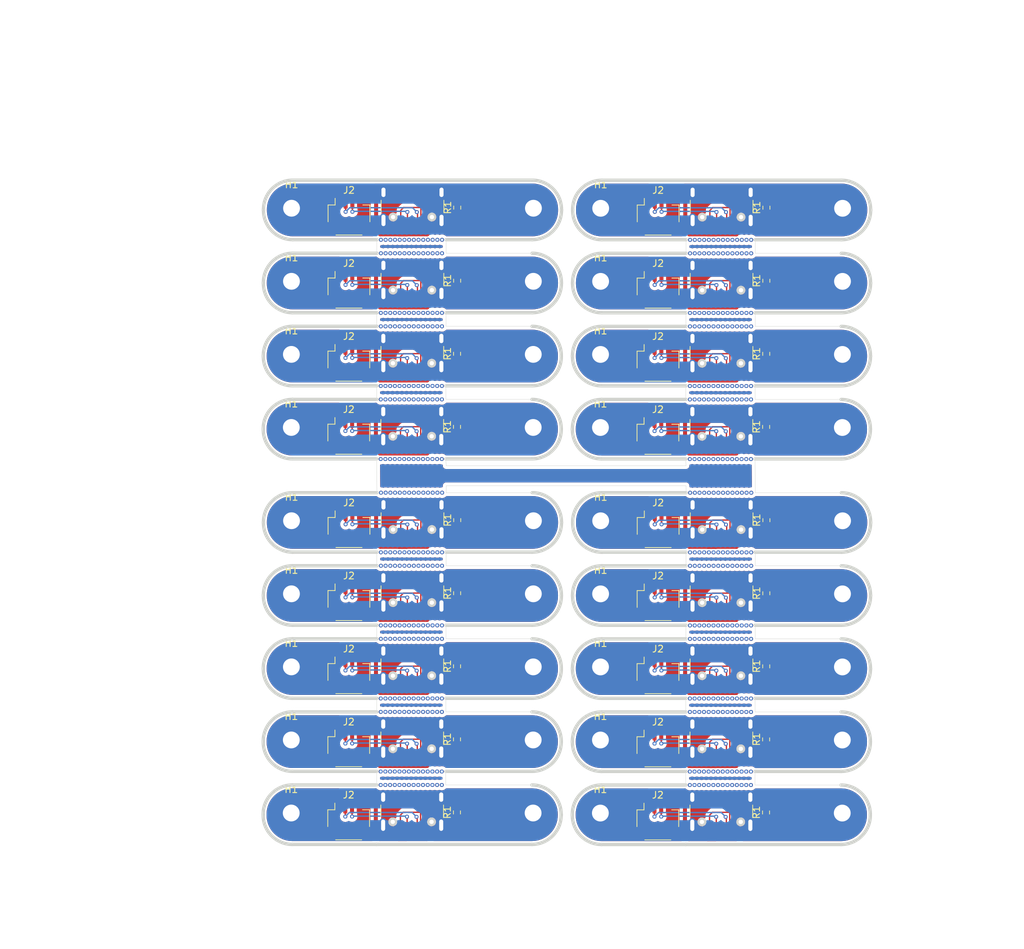
<source format=kicad_pcb>
(kicad_pcb (version 20240617) (generator "pcbnew") (generator_version "8.99")
  (layers (0 "F.Cu" signal) (31 "B.Cu" signal) (34 "B.Paste" user) (35 "F.Paste" user) (36 "B.SilkS" user "B.Silkscreen") (37 "F.SilkS" user "F.Silkscreen") (38 "B.Mask" user) (39 "F.Mask" user) (44 "Edge.Cuts" user))
  (net 0 "")
  (net 1 "Net-(J1-CC1)")
  (net 2 "GND")
  (net 3 "+5V")
  (net 4 "D+")
  (net 5 "D-")
  (footprint "" (layer "F.Cu") (at 220.166105 83.341384)
    (property "Reference" "")
    (property "Value" "")
  )
  (footprint "" (layer "F.Cu") (at 266.188202 72.47494)
    (property "Reference" "")
    (property "Value" "")
  )
  (footprint "Connector_JST:JST_SH_SM04B-SRSS-TB_1x04-1MP_P1.00mm_Horizontal" (layer "F.Cu") (at 192.704855 95.516817)
    (property "Reference" "J2")
    (property "Value" "Conn_01x04_Pin" (hide yes))
  )
  (footprint "Connector_USB:USB_C_Receptacle_GCT_USB4105-xx-A_16P_TopMnt_Horizontal" (layer "F.Cu") (at 248.18875 71.180433 180)
    (property "Reference" "J1" (hide yes))
    (property "Value" "USB_C_Receptacle_USB2.0_14P")
  )
  (footprint "Resistor_SMD:R_0603_1608Metric" (layer "F.Cu") (at 208.825154 129.76077 90)
    (property "Reference" "R1")
    (property "Value" "R_Small")
  )
  (footprint "MountingHole:MountingHole_2.5mm_Pad" (layer "F.Cu") (at 184.14101 151.600157)
    (property "Reference" "H1")
    (property "Value" "MountingHole_Pad")
  )
  (footprint "Connector_USB:USB_C_Receptacle_GCT_USB4105-xx-A_16P_TopMnt_Horizontal" (layer "F.Cu") (at 248.187251 117.689326 180)
    (property "Reference" "J1" (hide yes))
    (property "Value" "USB_C_Receptacle_USB2.0_14P")
  )
  (footprint "Connector_USB:USB_C_Receptacle_GCT_USB4105-xx-A_16P_TopMnt_Horizontal" (layer "F.Cu") (at 248.163655 139.439206 180)
    (property "Reference" "J1" (hide yes))
    (property "Value" "USB_C_Receptacle_USB2.0_14P")
  )
  (footprint "Connector_JST:JST_SH_SM04B-SRSS-TB_1x04-1MP_P1.00mm_Horizontal" (layer "F.Cu") (at 238.701857 152.909146)
    (property "Reference" "J2")
    (property "Value" "Conn_01x04_Pin" (hide yes))
  )
  (footprint "" (layer "F.Cu") (at 266.176404 83.34988)
    (property "Reference" "")
    (property "Value" "")
  )
  (footprint "Connector_JST:JST_SH_SM04B-SRSS-TB_1x04-1MP_P1.00mm_Horizontal" (layer "F.Cu") (at 238.750548 62.900493)
    (property "Reference" "J2")
    (property "Value" "Conn_01x04_Pin" (hide yes))
  )
  (footprint "Connector_JST:JST_SH_SM04B-SRSS-TB_1x04-1MP_P1.00mm_Horizontal" (layer "F.Cu") (at 192.728451 73.766937)
    (property "Reference" "J2")
    (property "Value" "Conn_01x04_Pin" (hide yes))
  )
  (footprint "" (layer "F.Cu") (at 220.14101 151.600157)
    (property "Reference" "")
    (property "Value" "")
  )
  (footprint "" (layer "F.Cu") (at 220.154307 94.216324)
    (property "Reference" "")
    (property "Value" "")
  )
  (footprint "Connector_USB:USB_C_Receptacle_GCT_USB4105-xx-A_16P_TopMnt_Horizontal" (layer "F.Cu") (at 248.175453 128.564266 180)
    (property "Reference" "J1" (hide yes))
    (property "Value" "USB_C_Receptacle_USB2.0_14P")
  )
  (footprint "MountingHole:MountingHole_2.5mm_Pad" (layer "F.Cu") (at 230.2 61.6)
    (property "Reference" "H1")
    (property "Value" "MountingHole_Pad")
  )
  (footprint "Resistor_SMD:R_0603_1608Metric" (layer "F.Cu") (at 208.801558 151.51065 90)
    (property "Reference" "R1")
    (property "Value" "R_Small")
  )
  (footprint "" (layer "F.Cu") (at 266.186703 118.983833)
    (property "Reference" "")
    (property "Value" "")
  )
  (footprint "Connector_USB:USB_C_Receptacle_GCT_USB4105-xx-A_16P_TopMnt_Horizontal" (layer "F.Cu") (at 248.151857 150.314146 180)
    (property "Reference" "J1" (hide yes))
    (property "Value" "USB_C_Receptacle_USB2.0_14P")
  )
  (footprint "Resistor_SMD:R_0603_1608Metric" (layer "F.Cu") (at 208.836952 118.88583 90)
    (property "Reference" "R1")
    (property "Value" "R_Small")
  )
  (footprint "" (layer "F.Cu") (at 220.188202 108.100397)
    (property "Reference" "")
    (property "Value" "")
  )
  (footprint "Connector_JST:JST_SH_SM04B-SRSS-TB_1x04-1MP_P1.00mm_Horizontal" (layer "F.Cu") (at 192.716653 84.641877)
    (property "Reference" "J2")
    (property "Value" "Conn_01x04_Pin" (hide yes))
  )
  (footprint "" (layer "F.Cu") (at 220.176404 118.975337)
    (property "Reference" "")
    (property "Value" "")
  )
  (footprint "" (layer "F.Cu") (at 266.151309 151.608653)
    (property "Reference" "")
    (property "Value" "")
  )
  (footprint "MountingHole:MountingHole_2.5mm_Pad" (layer "F.Cu") (at 230.164606 94.22482)
    (property "Reference" "H1")
    (property "Value" "MountingHole_Pad")
  )
  (footprint "Resistor_SMD:R_0603_1608Metric" (layer "F.Cu") (at 254.836952 83.260373 90)
    (property "Reference" "R1")
    (property "Value" "R_Small")
  )
  (footprint "" (layer "F.Cu") (at 266.198501 108.108893)
    (property "Reference" "")
    (property "Value" "")
  )
  (footprint "Connector_JST:JST_SH_SM04B-SRSS-TB_1x04-1MP_P1.00mm_Horizontal" (layer "F.Cu") (at 238.726952 84.650373)
    (property "Reference" "J2")
    (property "Value" "Conn_01x04_Pin" (hide yes))
  )
  (footprint "Connector_JST:JST_SH_SM04B-SRSS-TB_1x04-1MP_P1.00mm_Horizontal" (layer "F.Cu") (at 238.73875 73.775433)
    (property "Reference" "J2")
    (property "Value" "Conn_01x04_Pin" (hide yes))
  )
  (footprint "MountingHole:MountingHole_2.5mm_Pad" (layer "F.Cu") (at 230.188202 72.47494)
    (property "Reference" "H1")
    (property "Value" "MountingHole_Pad")
  )
  (footprint "MountingHole:MountingHole_2.5mm_Pad" (layer "F.Cu") (at 184.176404 118.975337)
    (property "Reference" "H1")
    (property "Value" "MountingHole_Pad")
  )
  (footprint "MountingHole:MountingHole_2.5mm_Pad" (layer "F.Cu") (at 230.174905 129.858773)
    (property "Reference" "H1")
    (property "Value" "MountingHole_Pad")
  )
  (footprint "MountingHole:MountingHole_2.5mm_Pad" (layer "F.Cu") (at 184.152808 140.725217)
    (property "Reference" "H1")
    (property "Value" "MountingHole_Pad")
  )
  (footprint "Connector_USB:USB_C_Receptacle_GCT_USB4105-xx-A_16P_TopMnt_Horizontal" (layer "F.Cu") (at 202.154855 92.921817 180)
    (property "Reference" "J1" (hide yes))
    (property "Value" "USB_C_Receptacle_USB2.0_14P")
  )
  (footprint "MountingHole:MountingHole_2.5mm_Pad" (layer "F.Cu") (at 230.186703 118.983833)
    (property "Reference" "H1")
    (property "Value" "MountingHole_Pad")
  )
  (footprint "" (layer "F.Cu") (at 220.152808 140.725217)
    (property "Reference" "")
    (property "Value" "")
  )
  (footprint "MountingHole:MountingHole_2.5mm_Pad" (layer "F.Cu") (at 184.154307 94.216324)
    (property "Reference" "H1")
    (property "Value" "MountingHole_Pad")
  )
  (footprint "Resistor_SMD:R_0603_1608Metric" (layer "F.Cu") (at 208.813356 140.63571 90)
    (property "Reference" "R1")
    (property "Value" "R_Small")
  )
  (footprint "Connector_USB:USB_C_Receptacle_GCT_USB4105-xx-A_16P_TopMnt_Horizontal" (layer "F.Cu") (at 202.178451 71.171937 180)
    (property "Reference" "J1" (hide yes))
    (property "Value" "USB_C_Receptacle_USB2.0_14P")
  )
  (footprint "Connector_USB:USB_C_Receptacle_GCT_USB4105-xx-A_16P_TopMnt_Horizontal" (layer "F.Cu") (at 248.176952 82.055373 180)
    (property "Reference" "J1" (hide yes))
    (property "Value" "USB_C_Receptacle_USB2.0_14P")
  )
  (footprint "Resistor_SMD:R_0603_1608Metric" (layer "F.Cu") (at 208.850249 61.501997 90)
    (property "Reference" "R1")
    (property "Value" "R_Small")
  )
  (footprint "Connector_USB:USB_C_Receptacle_GCT_USB4105-xx-A_16P_TopMnt_Horizontal" (layer "F.Cu") (at 248.200548 60.305493 180)
    (property "Reference" "J1" (hide yes))
    (property "Value" "USB_C_Receptacle_USB2.0_14P")
  )
  (footprint "Connector_USB:USB_C_Receptacle_GCT_USB4105-xx-A_16P_TopMnt_Horizontal" (layer "F.Cu") (at 202.166653 82.046877 180)
    (property "Reference" "J1" (hide yes))
    (property "Value" "USB_C_Receptacle_USB2.0_14P")
  )
  (footprint "Connector_JST:JST_SH_SM04B-SRSS-TB_1x04-1MP_P1.00mm_Horizontal" (layer "F.Cu") (at 238.737251 120.284326)
    (property "Reference" "J2")
    (property "Value" "Conn_01x04_Pin" (hide yes))
  )
  (footprint "Resistor_SMD:R_0603_1608Metric" (layer "F.Cu") (at 254.860548 61.510493 90)
    (property "Reference" "R1")
    (property "Value" "R_Small")
  )
  (footprint "Connector_JST:JST_SH_SM04B-SRSS-TB_1x04-1MP_P1.00mm_Horizontal" (layer "F.Cu") (at 192.703356 142.02571)
    (property "Reference" "J2")
    (property "Value" "Conn_01x04_Pin" (hide yes))
  )
  (footprint "Connector_USB:USB_C_Receptacle_GCT_USB4105-xx-A_16P_TopMnt_Horizontal" (layer "F.Cu") (at 248.165154 92.930313 180)
    (property "Reference" "J1" (hide yes))
    (property "Value" "USB_C_Receptacle_USB2.0_14P")
  )
  (footprint "MountingHole:MountingHole_2.5mm_Pad" (layer "F.Cu") (at 184.166105 83.341384)
    (property "Reference" "H1")
    (property "Value" "MountingHole_Pad")
  )
  (footprint "" (layer "F.Cu") (at 220.164606 129.850277)
    (property "Reference" "")
    (property "Value" "")
  )
  (footprint "MountingHole:MountingHole_2.5mm_Pad" (layer "F.Cu") (at 184.188202 108.100397)
    (property "Reference" "H1")
    (property "Value" "MountingHole_Pad")
  )
  (footprint "Connector_USB:USB_C_Receptacle_GCT_USB4105-xx-A_16P_TopMnt_Horizontal" (layer "F.Cu") (at 248.199049 106.814386 180)
    (property "Reference" "J1" (hide yes))
    (property "Value" "USB_C_Receptacle_USB2.0_14P")
  )
  (footprint "Connector_USB:USB_C_Receptacle_GCT_USB4105-xx-A_16P_TopMnt_Horizontal" (layer "F.Cu") (at 202.18875 106.80589 180)
    (property "Reference" "J1" (hide yes))
    (property "Value" "USB_C_Receptacle_USB2.0_14P")
  )
  (footprint "Connector_JST:JST_SH_SM04B-SRSS-TB_1x04-1MP_P1.00mm_Horizontal" (layer "F.Cu") (at 238.725453 131.159266)
    (property "Reference" "J2")
    (property "Value" "Conn_01x04_Pin" (hide yes))
  )
  (footprint "Connector_JST:JST_SH_SM04B-SRSS-TB_1x04-1MP_P1.00mm_Horizontal" (layer "F.Cu") (at 192.691558 152.90065)
    (property "Reference" "J2")
    (property "Value" "Conn_01x04_Pin" (hide yes))
  )
  (footprint "Resistor_SMD:R_0603_1608Metric" (layer "F.Cu") (at 208.838451 72.376937 90)
    (property "Reference" "R1")
    (property "Value" "R_Small")
  )
  (footprint "Connector_USB:USB_C_Receptacle_GCT_USB4105-xx-A_16P_TopMnt_Horizontal" (layer "F.Cu") (at 202.153356 139.43071 180)
    (property "Reference" "J1" (hide yes))
    (property "Value" "USB_C_Receptacle_USB2.0_14P")
  )
  (footprint "Resistor_SMD:R_0603_1608Metric" (layer "F.Cu") (at 254.859049 108.019386 90)
    (property "Reference" "R1")
    (property "Value" "R_Small")
  )
  (footprint "Connector_JST:JST_SH_SM04B-SRSS-TB_1x04-1MP_P1.00mm_Horizontal" (layer "F.Cu") (at 192.73875 109.40089)
    (property "Reference" "J2")
    (property "Value" "Conn_01x04_Pin" (hide yes))
  )
  (footprint "" (layer "F.Cu") (at 266.174905 129.858773)
    (property "Reference" "")
    (property "Value" "")
  )
  (footprint "Resistor_SMD:R_0603_1608Metric" (layer "F.Cu") (at 254.811857 151.519146 90)
    (property "Reference" "R1")
    (property "Value" "R_Small")
  )
  (footprint "" (layer "F.Cu") (at 266.163107 140.733713)
    (property "Reference" "")
    (property "Value" "")
  )
  (footprint "MountingHole:MountingHole_2.5mm_Pad" (layer "F.Cu") (at 230.151309 151.608653)
    (property "Reference" "H1")
    (property "Value" "MountingHole_Pad")
  )
  (footprint "Connector_USB:USB_C_Receptacle_GCT_USB4105-xx-A_16P_TopMnt_Horizontal" (layer "F.Cu") (at 202.176952 117.68083 180)
    (property "Reference" "J1" (hide yes))
    (property "Value" "USB_C_Receptacle_USB2.0_14P")
  )
  (footprint "Resistor_SMD:R_0603_1608Metric" (layer "F.Cu") (at 208.826653 83.251877 90)
    (property "Reference" "R1")
    (property "Value" "R_Small")
  )
  (footprint "" (layer "F.Cu") (at 266.164606 94.22482)
    (property "Reference" "")
    (property "Value" "")
  )
  (footprint "Resistor_SMD:R_0603_1608Metric" (layer "F.Cu") (at 254.823655 140.644206 90)
    (property "Reference" "R1")
    (property "Value" "R_Small")
  )
  (footprint "Connector_JST:JST_SH_SM04B-SRSS-TB_1x04-1MP_P1.00mm_Horizontal" (layer "F.Cu") (at 192.726952 120.27583)
    (property "Reference" "J2")
    (property "Value" "Conn_01x04_Pin" (hide yes))
  )
  (footprint "Resistor_SMD:R_0603_1608Metric" (layer "F.Cu") (at 208.84875 108.01089 90)
    (property "Reference" "R1")
    (property "Value" "R_Small")
  )
  (footprint "Connector_JST:JST_SH_SM04B-SRSS-TB_1x04-1MP_P1.00mm_Horizontal" (layer "F.Cu") (at 238.715154 95.525313)
    (property "Reference" "J2")
    (property "Value" "Conn_01x04_Pin" (hide yes))
  )
  (footprint "MountingHole:MountingHole_2.5mm_Pad" (layer "F.Cu") (at 184.189701 61.591504)
    (property "Reference" "H1")
    (property "Value" "MountingHole_Pad")
  )
  (footprint "Resistor_SMD:R_0603_1608Metric" (layer "F.Cu") (at 254.84875 72.385433 90)
    (property "Reference" "R1")
    (property "Value" "R_Small")
  )
  (footprint "Connector_JST:JST_SH_SM04B-SRSS-TB_1x04-1MP_P1.00mm_Horizontal" (layer "F.Cu") (at 192.740249 62.891997)
    (property "Reference" "J2")
    (property "Value" "Conn_01x04_Pin" (hide yes))
  )
  (footprint "" (layer "F.Cu") (at 220.189701 61.591504)
    (property "Reference" "")
    (property "Value" "")
  )
  (footprint "" (layer "F.Cu") (at 266.2 61.6)
    (property "Reference" "")
    (property "Value" "")
  )
  (footprint "Connector_USB:USB_C_Receptacle_GCT_USB4105-xx-A_16P_TopMnt_Horizontal" (layer "F.Cu") (at 202.190249 60.296997 180)
    (property "Reference" "J1" (hide yes))
    (property "Value" "USB_C_Receptacle_USB2.0_14P")
  )
  (footprint "MountingHole:MountingHole_2.5mm_Pad" (layer "F.Cu") (at 184.164606 129.850277)
    (property "Reference" "H1")
    (property "Value" "MountingHole_Pad")
  )
  (footprint "Connector_USB:USB_C_Receptacle_GCT_USB4105-xx-A_16P_TopMnt_Horizontal" (layer "F.Cu") (at 202.141558 150.30565 180)
    (property "Reference" "J1" (hide yes))
    (property "Value" "USB_C_Receptacle_USB2.0_14P")
  )
  (footprint "" (layer "F.Cu") (at 220.177903 72.466444)
    (property "Reference" "")
    (property "Value" "")
  )
  (footprint "MountingHole:MountingHole_2.5mm_Pad" (layer "F.Cu") (at 230.163107 140.733713)
    (property "Reference" "H1")
    (property "Value" "MountingHole_Pad")
  )
  (footprint "Connector_JST:JST_SH_SM04B-SRSS-TB_1x04-1MP_P1.00mm_Horizontal" (layer "F.Cu") (at 238.713655 142.034206)
    (property "Reference" "J2")
    (property "Value" "Conn_01x04_Pin" (hide yes))
  )
  (footprint "Resistor_SMD:R_0603_1608Metric" (layer "F.Cu") (at 254.847251 118.894326 90)
    (property "Reference" "R1")
    (property "Value" "R_Small")
  )
  (footprint "MountingHole:MountingHole_2.5mm_Pad" (layer "F.Cu") (at 230.198501 108.108893)
    (property "Reference" "H1")
    (property "Value" "MountingHole_Pad")
  )
  (footprint "Connector_JST:JST_SH_SM04B-SRSS-TB_1x04-1MP_P1.00mm_Horizontal" (layer "F.Cu") (at 192.715154 131.15077)
    (property "Reference" "J2")
    (property "Value" "Conn_01x04_Pin" (hide yes))
  )
  (footprint "Connector_USB:USB_C_Receptacle_GCT_USB4105-xx-A_16P_TopMnt_Horizontal" (layer "F.Cu") (at 202.165154 128.55577 180)
    (property "Reference" "J1" (hide yes))
    (property "Value" "USB_C_Receptacle_USB2.0_14P")
  )
  (footprint "Connector_JST:JST_SH_SM04B-SRSS-TB_1x04-1MP_P1.00mm_Horizontal" (layer "F.Cu") (at 238.749049 109.409386)
    (property "Reference" "J2")
    (property "Value" "Conn_01x04_Pin" (hide yes))
  )
  (footprint "Resistor_SMD:R_0603_1608Metric" (layer "F.Cu") (at 254.835453 129.769266 90)
    (property "Reference" "R1")
    (property "Value" "R_Small")
  )
  (footprint "MountingHole:MountingHole_2.5mm_Pad" (layer "F.Cu") (at 184.177903 72.466444)
    (property "Reference" "H1")
    (property "Value" "MountingHole_Pad")
  )
  (footprint "Resistor_SMD:R_0603_1608Metric" (layer "F.Cu") (at 254.825154 94.135313 90)
    (property "Reference" "R1")
    (property "Value" "R_Small")
  )
  (footprint "Resistor_SMD:R_0603_1608Metric" (layer "F.Cu") (at 208.814855 94.126817 90)
    (property "Reference" "R1")
    (property "Value" "R_Small")
  )
  (footprint "MountingHole:MountingHole_2.5mm_Pad" (layer "F.Cu") (at 230.176404 83.34988)
    (property "Reference" "H1")
    (property "Value" "MountingHole_Pad")
  )
  (gr_arc (start 230.36325 77.149483) (mid 227.2873 75.875383) (end 226.013202 72.799433) (stroke (width 0.5)) (layer "Edge.Cuts"))
  (gr_line (start 242.874905 134.533316) (end 230.349953 134.533316) (stroke (width 0.5)) (layer "Edge.Cuts"))
  (gr_line (start 179.96601 151.92465) (end 179.96601 151.77525) (stroke (width 0.5)) (layer "Edge.Cuts"))
  (gr_line (start 242.863107 147.433713) (end 230.338155 147.433713) (stroke (width 0.5)) (layer "Edge.Cuts"))
  (gr_line (start 242.863107 147.433713) (end 242.863107 145.408256) (stroke (width 0.05)) (layer "Edge.Cuts"))
  (gr_circle (center 199.298202 109.415095) (end 199.448202 109.415095) (stroke (width 0.5)) (fill none) (layer "Edge.Cuts"))
  (gr_circle (center 199.264307 95.531022) (end 199.414307 95.531022) (stroke (width 0.5)) (fill none) (layer "Edge.Cuts"))
  (gr_arc (start 220.014849 57.416564) (mid 223.1 58.7) (end 224.364701 61.792878) (stroke (width 0.5)) (layer "Edge.Cuts"))
  (gr_circle (center 199.262808 142.039915) (end 199.412808 142.039915) (stroke (width 0.5)) (fill none) (layer "Edge.Cuts"))
  (gr_line (start 265.989454 98.899363) (end 253.164606 98.899363) (stroke (width 0.5)) (layer "Edge.Cuts"))
  (gr_line (start 270.338107 140.935087) (end 270.338107 141.058106) (stroke (width 0.5)) (layer "Edge.Cuts"))
  (gr_line (start 242.9 66.274543) (end 230.375048 66.274543) (stroke (width 0.5)) (layer "Edge.Cuts"))
  (gr_arc (start 224.31601 151.92455) (mid 223.04188 155.000572) (end 219.965858 156.2747) (stroke (width 0.5)) (layer "Edge.Cuts"))
  (gr_arc (start 220.003051 68.291504) (mid 223.088202 69.57494) (end 224.352903 72.667818) (stroke (width 0.5)) (layer "Edge.Cuts"))
  (gr_circle (center 205.078202 109.415095) (end 205.228202 109.415095) (stroke (width 0.5)) (fill none) (layer "Edge.Cuts"))
  (gr_circle (center 251.053107 142.048411) (end 251.203107 142.048411) (stroke (width 0.5)) (fill none) (layer "Edge.Cuts"))
  (gr_arc (start 219.991253 79.166444) (mid 223.076405 80.44988) (end 224.341105 83.542758) (stroke (width 0.5)) (layer "Edge.Cuts"))
  (gr_line (start 242.9 102.9) (end 207.2 102.9) (stroke (width 0.05)) (layer "Edge.Cuts"))
  (gr_line (start 207.166105 90.041384) (end 219.979455 90.041384) (stroke (width 0.05)) (layer "Edge.Cuts"))
  (gr_arc (start 226.025 61.775093) (mid 227.303274 58.694976) (end 230.386846 57.42506) (stroke (width 0.5)) (layer "Edge.Cuts"))
  (gr_line (start 266.023349 112.783436) (end 253.198501 112.783436) (stroke (width 0.5)) (layer "Edge.Cuts"))
  (gr_line (start 196.866105 88.015927) (end 184.341153 88.015927) (stroke (width 0.5)) (layer "Edge.Cuts"))
  (gr_circle (center 251.054606 95.539518) (end 251.204606 95.539518) (stroke (width 0.5)) (fill none) (layer "Edge.Cuts"))
  (gr_line (start 226.023501 108.433386) (end 226.023501 108.283986) (stroke (width 0.5)) (layer "Edge.Cuts"))
  (gr_line (start 225.989606 94.549313) (end 225.989606 94.399913) (stroke (width 0.5)) (layer "Edge.Cuts"))
  (gr_arc (start 230.339654 98.899363) (mid 227.263704 97.625263) (end 225.989606 94.549313) (stroke (width 0.5)) (layer "Edge.Cuts"))
  (gr_line (start 196.876404 125.675337) (end 196.876404 123.64988) (stroke (width 0.05)) (layer "Edge.Cuts"))
  (gr_line (start 266.024848 66.274543) (end 253.2 66.274543) (stroke (width 0.5)) (layer "Edge.Cuts"))
  (gr_arc (start 219.966158 147.425217) (mid 223.051302 148.708657) (end 224.31601 151.801531) (stroke (width 0.5)) (layer "Edge.Cuts"))
  (gr_circle (center 251.076703 120.298531) (end 251.226703 120.298531) (stroke (width 0.5)) (fill none) (layer "Edge.Cuts"))
  (gr_line (start 196.888202 114.800397) (end 184.36325 114.800397) (stroke (width 0.5)) (layer "Edge.Cuts"))
  (gr_arc (start 224.341105 83.665777) (mid 223.066975 86.741798) (end 219.990953 88.015927) (stroke (width 0.5)) (layer "Edge.Cuts"))
  (gr_arc (start 179.991105 83.516477) (mid 181.269379 80.43636) (end 184.352951 79.166444) (stroke (width 0.5)) (layer "Edge.Cuts"))
  (gr_arc (start 270.349905 130.183166) (mid 269.075776 133.259188) (end 265.999753 134.533316) (stroke (width 0.5)) (layer "Edge.Cuts"))
  (gr_arc (start 180.013202 108.27549) (mid 181.291476 105.195373) (end 184.375048 103.925457) (stroke (width 0.5)) (layer "Edge.Cuts"))
  (gr_circle (center 205.066404 120.290035) (end 205.216404 120.290035) (stroke (width 0.5)) (fill none) (layer "Edge.Cuts"))
  (gr_line (start 225.999905 130.183266) (end 225.999905 130.033866) (stroke (width 0.5)) (layer "Edge.Cuts"))
  (gr_circle (center 251.078202 73.789638) (end 251.228202 73.789638) (stroke (width 0.5)) (fill none) (layer "Edge.Cuts"))
  (gr_line (start 253.188202 77.149483) (end 253.188202 79.17494) (stroke (width 0.05)) (layer "Edge.Cuts"))
  (gr_arc (start 224.329307 94.540717) (mid 223.055177 97.616738) (end 219.979155 98.890867) (stroke (width 0.5)) (layer "Edge.Cuts"))
  (gr_line (start 270.363202 72.676314) (end 270.363202 72.799333) (stroke (width 0.5)) (layer "Edge.Cuts"))
  (gr_line (start 196.877903 79.166444) (end 184.352951 79.166444) (stroke (width 0.5)) (layer "Edge.Cuts"))
  (gr_line (start 180.014701 61.915997) (end 180.014701 61.766597) (stroke (width 0.5)) (layer "Edge.Cuts"))
  (gr_circle (center 245.284905 131.173471) (end 245.434905 131.173471) (stroke (width 0.5)) (fill none) (layer "Edge.Cuts"))
  (gr_arc (start 230.375048 66.274543) (mid 227.299098 65.000443) (end 226.025 61.924493) (stroke (width 0.5)) (layer "Edge.Cuts"))
  (gr_line (start 242.876404 88.024423) (end 230.351452 88.024423) (stroke (width 0.5)) (layer "Edge.Cuts"))
  (gr_line (start 242.864606 98.899363) (end 242.9 99.9) (stroke (width 0.05)) (layer "Edge.Cuts"))
  (gr_arc (start 224.339606 130.17467) (mid 223.065476 133.250692) (end 219.989454 134.52482) (stroke (width 0.5)) (layer "Edge.Cuts"))
  (gr_line (start 207.164606 134.52482) (end 207.164606 136.550277) (stroke (width 0.05)) (layer "Edge.Cuts"))
  (gr_line (start 266.01305 77.149483) (end 253.188202 77.149483) (stroke (width 0.5)) (layer "Edge.Cuts"))
  (gr_line (start 253.198501 112.783436) (end 253.198501 114.808893) (stroke (width 0.05)) (layer "Edge.Cuts"))
  (gr_circle (center 245.31 62.914698) (end 245.46 62.914698) (stroke (width 0.5)) (fill none) (layer "Edge.Cuts"))
  (gr_arc (start 184.36325 112.77494) (mid 181.2873 111.50084) (end 180.013202 108.42489) (stroke (width 0.5)) (layer "Edge.Cuts"))
  (gr_line (start 207.176404 125.675337) (end 219.989754 125.675337) (stroke (width 0.05)) (layer "Edge.Cuts"))
  (gr_line (start 207.164606 136.550277) (end 219.977956 136.550277) (stroke (width 0.05)) (layer "Edge.Cuts"))
  (gr_line (start 207.2 103.925457) (end 220.01335 103.925457) (stroke (width 0.05)) (layer "Edge.Cuts"))
  (gr_arc (start 220.001552 114.800397) (mid 223.086696 116.083837) (end 224.351404 119.176711) (stroke (width 0.5)) (layer "Edge.Cuts"))
  (gr_arc (start 179.96601 151.77525) (mid 181.244284 148.695133) (end 184.327856 147.425217) (stroke (width 0.5)) (layer "Edge.Cuts"))
  (gr_line (start 196.877903 79.166444) (end 196.877903 77.140987) (stroke (width 0.05)) (layer "Edge.Cuts"))
  (gr_arc (start 225.989606 94.399913) (mid 227.26788 91.319796) (end 230.351452 90.04988) (stroke (width 0.5)) (layer "Edge.Cuts"))
  (gr_arc (start 266.001552 79.17494) (mid 269.086707 80.458374) (end 270.351404 83.551254) (stroke (width 0.5)) (layer "Edge.Cuts"))
  (gr_line (start 219.979155 98.890867) (end 207.154307 98.890867) (stroke (width 0.5)) (layer "Edge.Cuts"))
  (gr_line (start 207.154307 98.890867) (end 207.2 99.9) (stroke (width 0.05)) (layer "Edge.Cuts"))
  (gr_circle (center 205.067903 73.781142) (end 205.217903 73.781142) (stroke (width 0.5)) (fill none) (layer "Edge.Cuts"))
  (gr_arc (start 270.373501 108.433286) (mid 269.099372 111.50931) (end 266.023349 112.783436) (stroke (width 0.5)) (layer "Edge.Cuts"))
  (gr_line (start 207.188202 112.77494) (end 207.188202 114.800397) (stroke (width 0.05)) (layer "Edge.Cuts"))
  (gr_arc (start 219.979455 90.041384) (mid 223.064607 91.32482) (end 224.329307 94.417698) (stroke (width 0.5)) (layer "Edge.Cuts"))
  (gr_line (start 196.84101 156.2747) (end 184.316058 156.2747) (stroke (width 0.5)) (layer "Edge.Cuts"))
  (gr_line (start 207.152808 145.39976) (end 207.152808 147.425217) (stroke (width 0.05)) (layer "Edge.Cuts"))
  (gr_line (start 179.991105 83.665877) (end 179.991105 83.516477) (stroke (width 0.5)) (layer "Edge.Cuts"))
  (gr_circle (center 205.03101 152.914855) (end 205.18101 152.914855) (stroke (width 0.5)) (fill none) (layer "Edge.Cuts"))
  (gr_line (start 242.876404 90.04988) (end 242.876404 88.024423) (stroke (width 0.05)) (layer "Edge.Cuts"))
  (gr_line (start 184.376547 57.416564) (end 220.014849 57.416564) (stroke (width 0.5)) (layer "Edge.Cuts"))
  (gr_arc (start 179.979307 94.391417) (mid 181.257581 91.3113) (end 184.341153 90.041384) (stroke (width 0.5)) (layer "Edge.Cuts"))
  (gr_arc (start 270.339606 94.549213) (mid 269.065475 97.625231) (end 265.989454 98.899363) (stroke (width 0.5)) (layer "Edge.Cuts"))
  (gr_line (start 207.188202 114.800397) (end 220.001552 114.800397) (stroke (width 0.05)) (layer "Edge.Cuts"))
  (gr_circle (center 205.056105 84.656082) (end 205.206105 84.656082) (stroke (width 0.5)) (fill none) (layer "Edge.Cuts"))
  (gr_line (start 242.898501 114.808893) (end 230.373549 114.808893) (stroke (width 0.5)) (layer "Edge.Cuts"))
  (gr_arc (start 184.339654 134.52482) (mid 181.263704 133.25072) (end 179.989606 130.17477) (stroke (width 0.5)) (layer "Edge.Cuts"))
  (gr_line (start 242.874905 136.558773) (end 230.349953 136.558773) (stroke (width 0.5)) (layer "Edge.Cuts"))
  (gr_line (start 219.977656 145.39976) (end 207.152808 145.39976) (stroke (width 0.5)) (layer "Edge.Cuts"))
  (gr_circle (center 245.296703 120.298531) (end 245.446703 120.298531) (stroke (width 0.5)) (fill none) (layer "Edge.Cuts"))
  (gr_arc (start 219.989754 125.675337) (mid 223.074898 126.958777) (end 224.339606 130.051651) (stroke (width 0.5)) (layer "Edge.Cuts"))
  (gr_line (start 242.9 68.3) (end 242.9 66.274543) (stroke (width 0.05)) (layer "Edge.Cuts"))
  (gr_line (start 220.001252 123.64988) (end 207.176404 123.64988) (stroke (width 0.5)) (layer "Edge.Cuts"))
  (gr_line (start 265.987955 145.408256) (end 253.163107 145.408256) (stroke (width 0.5)) (layer "Edge.Cuts"))
  (gr_arc (start 270.361703 119.308226) (mid 269.087574 122.384251) (end 266.011551 123.658376) (stroke (width 0.5)) (layer "Edge.Cuts"))
  (gr_line (start 179.989606 130.17477) (end 179.989606 130.02537) (stroke (width 0.5)) (layer "Edge.Cuts"))
  (gr_arc (start 220.01335 103.925457) (mid 223.098494 105.208897) (end 224.363202 108.301771) (stroke (width 0.5)) (layer "Edge.Cuts"))
  (gr_line (start 226.011703 119.308326) (end 226.011703 119.158926) (stroke (width 0.5)) (layer "Edge.Cuts"))
  (gr_line (start 242.851309 156.283196) (end 230.326357 156.283196) (stroke (width 0.5)) (layer "Edge.Cuts"))
  (gr_circle (center 251.09 62.914698) (end 251.24 62.914698) (stroke (width 0.5)) (fill none) (layer "Edge.Cuts"))
  (gr_line (start 270.349905 130.060147) (end 270.349905 130.183166) (stroke (width 0.5)) (layer "Edge.Cuts"))
  (gr_circle (center 205.044307 95.531022) (end 205.194307 95.531022) (stroke (width 0.5)) (fill none) (layer "Edge.Cuts"))
  (gr_line (start 196.852808 145.39976) (end 184.327856 145.39976) (stroke (width 0.5)) (layer "Edge.Cuts"))
  (gr_line (start 180.001404 119.29983) (end 180.001404 119.15043) (stroke (width 0.5)) (layer "Edge.Cuts"))
  (gr_circle (center 251.041309 152.923351) (end 251.191309 152.923351) (stroke (width 0.5)) (fill none) (layer "Edge.Cuts"))
  (gr_arc (start 184.316058 156.2747) (mid 181.240108 155.0006) (end 179.96601 151.92465) (stroke (width 0.5)) (layer "Edge.Cuts"))
  (gr_line (start 196.852808 147.425217) (end 184.327856 147.425217) (stroke (width 0.5)) (layer "Edge.Cuts"))
  (gr_circle (center 205.079701 62.906202) (end 205.229701 62.906202) (stroke (width 0.5)) (fill none) (layer "Edge.Cuts"))
  (gr_line (start 266.001252 88.024423) (end 253.176404 88.024423) (stroke (width 0.5)) (layer "Edge.Cuts"))
  (gr_arc (start 224.351404 119.29973) (mid 223.077274 122.375752) (end 220.001252 123.64988) (stroke (width 0.5)) (layer "Edge.Cuts"))
  (gr_line (start 196.889701 68.291504) (end 196.889701 66.266047) (stroke (width 0.05)) (layer "Edge.Cuts"))
  (gr_line (start 242.876404 90.04988) (end 230.351452 90.04988) (stroke (width 0.5)) (layer "Edge.Cuts"))
  (gr_line (start 207.2 103.925457) (end 207.2 102.9) (stroke (width 0.05)) (layer "Edge.Cuts"))
  (gr_line (start 207.152808 147.425217) (end 219.966158 147.425217) (stroke (width 0.05)) (layer "Edge.Cuts"))
  (gr_line (start 179.979307 94.540817) (end 179.979307 94.391417) (stroke (width 0.5)) (layer "Edge.Cuts"))
  (gr_line (start 242.888202 77.149483) (end 230.36325 77.149483) (stroke (width 0.5)) (layer "Edge.Cuts"))
  (gr_line (start 242.874905 136.558773) (end 242.874905 134.533316) (stroke (width 0.05)) (layer "Edge.Cuts"))
  (gr_line (start 253.163107 145.408256) (end 253.163107 147.433713) (stroke (width 0.05)) (layer "Edge.Cuts"))
  (gr_arc (start 265.988255 136.558773) (mid 269.073401 137.842214) (end 270.338107 140.935087) (stroke (width 0.5)) (layer "Edge.Cuts"))
  (gr_arc (start 184.341153 88.015927) (mid 181.265203 86.741827) (end 179.991105 83.665877) (stroke (width 0.5)) (layer "Edge.Cuts"))
  (gr_line (start 230.386846 57.42506) (end 266.025148 57.42506) (stroke (width 0.5)) (layer "Edge.Cuts"))
  (gr_line (start 224.31601 151.801531) (end 224.31601 151.92455) (stroke (width 0.5)) (layer "Edge.Cuts"))
  (gr_arc (start 270.338107 141.058106) (mid 269.063978 144.134129) (end 265.987955 145.408256) (stroke (width 0.5)) (layer "Edge.Cuts"))
  (gr_circle (center 245.308501 109.423591) (end 245.458501 109.423591) (stroke (width 0.5)) (fill none) (layer "Edge.Cuts"))
  (gr_arc (start 226.001404 83.524973) (mid 227.279678 80.444856) (end 230.36325 79.17494) (stroke (width 0.5)) (layer "Edge.Cuts"))
  (gr_arc (start 270.363202 72.799333) (mid 269.089071 75.875353) (end 266.01305 77.149483) (stroke (width 0.5)) (layer "Edge.Cuts"))
  (gr_circle (center 205.054606 131.164975) (end 205.204606 131.164975) (stroke (width 0.5)) (fill none) (layer "Edge.Cuts"))
  (gr_line (start 270.361703 119.185207) (end 270.361703 119.308226) (stroke (width 0.5)) (layer "Edge.Cuts"))
  (gr_line (start 225.976309 151.933146) (end 225.976309 151.783746) (stroke (width 0.5)) (layer "Edge.Cuts"))
  (gr_line (start 179.977808 141.04971) (end 179.977808 140.90031) (stroke (width 0.5)) (layer "Edge.Cuts"))
  (gr_line (start 220.014549 66.266047) (end 207.189701 66.266047) (stroke (width 0.5)) (layer "Edge.Cuts"))
  (gr_line (start 207.177903 77.140987) (end 207.177903 79.166444) (stroke (width 0.05)) (layer "Edge.Cuts"))
  (gr_circle (center 245.286404 84.664578) (end 245.436404 84.664578) (stroke (width 0.5)) (fill none) (layer "Edge.Cuts"))
  (gr_line (start 196.877903 77.140987) (end 184.352951 77.140987) (stroke (width 0.5)) (layer "Edge.Cuts"))
  (gr_arc (start 180.001404 119.15043) (mid 181.279678 116.070313) (end 184.36325 114.800397) (stroke (width 0.5)) (layer "Edge.Cuts"))
  (gr_line (start 196.864606 134.52482) (end 184.339654 134.52482) (stroke (width 0.5)) (layer "Edge.Cuts"))
  (gr_line (start 196.866105 90.041384) (end 184.341153 90.041384) (stroke (width 0.5)) (layer "Edge.Cuts"))
  (gr_arc (start 224.352903 72.790837) (mid 223.078773 75.866859) (end 220.002751 77.140987) (stroke (width 0.5)) (layer "Edge.Cuts"))
  (gr_circle (center 245.261309 152.923351) (end 245.411309 152.923351) (stroke (width 0.5)) (fill none) (layer "Edge.Cuts"))
  (gr_line (start 270.326309 151.810027) (end 270.326309 151.933046) (stroke (width 0.5)) (layer "Edge.Cuts"))
  (gr_line (start 196.854307 98.890867) (end 184.329355 98.890867) (stroke (width 0.5)) (layer "Edge.Cuts"))
  (gr_arc (start 266.025148 57.42506) (mid 269.110299 58.708496) (end 270.375 61.801374) (stroke (width 0.5)) (layer "Edge.Cuts"))
  (gr_line (start 219.965858 156.2747) (end 196.84101 156.2747) (stroke (width 0.5)) (layer "Edge.Cuts"))
  (gr_line (start 270.351404 83.551254) (end 270.351404 83.674273) (stroke (width 0.5)) (layer "Edge.Cuts"))
  (gr_line (start 253.188202 79.17494) (end 266.001552 79.17494) (stroke (width 0.05)) (layer "Edge.Cuts"))
  (gr_line (start 242.910299 103.933953) (end 230.385347 103.933953) (stroke (width 0.5)) (layer "Edge.Cuts"))
  (gr_arc (start 270.326309 151.933046) (mid 269.05218 155.00907) (end 265.976157 156.283196) (stroke (width 0.5)) (layer "Edge.Cuts"))
  (gr_arc (start 270.375 61.924393) (mid 269.100869 65.000412) (end 266.024848 66.274543) (stroke (width 0.5)) (layer "Edge.Cuts"))
  (gr_arc (start 230.338155 145.408256) (mid 227.262205 144.134156) (end 225.988107 141.058206) (stroke (width 0.5)) (layer "Edge.Cuts"))
  (gr_arc (start 266.011851 114.808893) (mid 269.096993 116.092336) (end 270.361703 119.185207) (stroke (width 0.5)) (layer "Edge.Cuts"))
  (gr_arc (start 219.977956 136.550277) (mid 223.0631 137.833717) (end 224.327808 140.926591) (stroke (width 0.5)) (layer "Edge.Cuts"))
  (gr_line (start 207.189701 68.291504) (end 220.003051 68.291504) (stroke (width 0.05)) (layer "Edge.Cuts"))
  (gr_line (start 226.001404 83.674373) (end 226.001404 83.524973) (stroke (width 0.5)) (layer "Edge.Cuts"))
  (gr_line (start 270.375 61.801374) (end 270.375 61.924393) (stroke (width 0.5)) (layer "Edge.Cuts"))
  (gr_arc (start 265.989754 90.04988) (mid 269.074908 91.333315) (end 270.339606 94.426194) (stroke (width 0.5)) (layer "Edge.Cuts"))
  (gr_line (start 196.876404 125.675337) (end 184.351452 125.675337) (stroke (width 0.5)) (layer "Edge.Cuts"))
  (gr_line (start 224.341105 83.542758) (end 224.341105 83.665777) (stroke (width 0.5)) (layer "Edge.Cuts"))
  (gr_circle (center 199.299701 62.906202) (end 199.449701 62.906202) (stroke (width 0.5)) (fill none) (layer "Edge.Cuts"))
  (gr_line (start 224.339606 130.051651) (end 224.339606 130.17467) (stroke (width 0.5)) (layer "Edge.Cuts"))
  (gr_line (start 220.002751 77.140987) (end 207.177903 77.140987) (stroke (width 0.5)) (layer "Edge.Cuts"))
  (gr_arc (start 184.352951 77.140987) (mid 181.277001 75.866887) (end 180.002903 72.790937) (stroke (width 0.5)) (layer "Edge.Cuts"))
  (gr_arc (start 230.326357 156.283196) (mid 227.250407 155.009096) (end 225.976309 151.933146) (stroke (width 0.5)) (layer "Edge.Cuts"))
  (gr_line (start 207.176404 123.64988) (end 207.176404 125.675337) (stroke (width 0.05)) (layer "Edge.Cuts"))
  (gr_line (start 196.866105 90.041384) (end 196.866105 88.015927) (stroke (width 0.05)) (layer "Edge.Cuts"))
  (gr_line (start 253.210299 103.933953) (end 253.164606 98.899363) (stroke (width 0.05)) (layer "Edge.Cuts"))
  (gr_circle (center 245.274606 95.539518) (end 245.424606 95.539518) (stroke (width 0.5)) (fill none) (layer "Edge.Cuts"))
  (gr_line (start 224.327808 140.926591) (end 224.327808 141.04961) (stroke (width 0.5)) (layer "Edge.Cuts"))
  (gr_arc (start 266.023649 103.933953) (mid 269.108792 105.217395) (end 270.373501 108.310267) (stroke (width 0.5)) (layer "Edge.Cuts"))
  (gr_line (start 196.888202 114.800397) (end 196.888202 112.77494) (stroke (width 0.05)) (layer "Edge.Cuts"))
  (gr_line (start 253.198501 114.808893) (end 266.011851 114.808893) (stroke (width 0.05)) (layer "Edge.Cuts"))
  (gr_circle (center 205.042808 142.039915) (end 205.192808 142.039915) (stroke (width 0.5)) (fill none) (layer "Edge.Cuts"))
  (gr_line (start 242.898501 112.783436) (end 230.373549 112.783436) (stroke (width 0.5)) (layer "Edge.Cuts"))
  (gr_line (start 196.9 103.925457) (end 184.375048 103.925457) (stroke (width 0.5)) (layer "Edge.Cuts"))
  (gr_line (start 242.864606 98.899363) (end 230.339654 98.899363) (stroke (width 0.5)) (layer "Edge.Cuts"))
  (gr_line (start 226.013202 72.799433) (end 226.013202 72.650033) (stroke (width 0.5)) (layer "Edge.Cuts"))
  (gr_line (start 242.886703 123.658376) (end 230.361751 123.658376) (stroke (width 0.5)) (layer "Edge.Cuts"))
  (gr_line (start 242.898501 114.808893) (end 242.898501 112.783436) (stroke (width 0.05)) (layer "Edge.Cuts"))
  (gr_line (start 242.888202 79.17494) (end 230.36325 79.17494) (stroke (width 0.5)) (layer "Edge.Cuts"))
  (gr_arc (start 265.976457 147.433713) (mid 269.061602 148.717155) (end 270.326309 151.810027) (stroke (width 0.5)) (layer "Edge.Cuts"))
  (gr_arc (start 266.000053 125.683833) (mid 269.0852 126.967273) (end 270.349905 130.060147) (stroke (width 0.5)) (layer "Edge.Cuts"))
  (gr_arc (start 179.977808 140.90031) (mid 181.256082 137.820193) (end 184.339654 136.550277) (stroke (width 0.5)) (layer "Edge.Cuts"))
  (gr_line (start 224.351404 119.176711) (end 224.351404 119.29973) (stroke (width 0.5)) (layer "Edge.Cuts"))
  (gr_line (start 224.364701 61.792878) (end 224.364701 61.915897) (stroke (width 0.5)) (layer "Edge.Cuts"))
  (gr_line (start 265.999753 134.533316) (end 253.174905 134.533316) (stroke (width 0.5)) (layer "Edge.Cuts"))
  (gr_arc (start 224.363202 108.42479) (mid 223.089072 111.500812) (end 220.01305 112.77494) (stroke (width 0.5)) (layer "Edge.Cuts"))
  (gr_circle (center 199.25101 152.914855) (end 199.40101 152.914855) (stroke (width 0.5)) (fill none) (layer "Edge.Cuts"))
  (gr_line (start 253.174905 134.533316) (end 253.174905 136.558773) (stroke (width 0.05)) (layer "Edge.Cuts"))
  (gr_line (start 242.886703 125.683833) (end 230.361751 125.683833) (stroke (width 0.5)) (layer "Edge.Cuts"))
  (gr_circle (center 245.273107 142.048411) (end 245.423107 142.048411) (stroke (width 0.5)) (fill none) (layer "Edge.Cuts"))
  (gr_line (start 270.339606 94.426194) (end 270.339606 94.549213) (stroke (width 0.5)) (layer "Edge.Cuts"))
  (gr_line (start 224.352903 72.667818) (end 224.352903 72.790837) (stroke (width 0.5)) (layer "Edge.Cuts"))
  (gr_arc (start 180.014701 61.766597) (mid 181.292975 58.68648) (end 184.376547 57.416564) (stroke (width 0.5)) (layer "Edge.Cuts"))
  (gr_circle (center 251.066404 84.664578) (end 251.216404 84.664578) (stroke (width 0.5)) (fill none) (layer "Edge.Cuts"))
  (gr_line (start 207.189701 66.266047) (end 207.189701 68.291504) (stroke (width 0.05)) (layer "Edge.Cuts"))
  (gr_line (start 265.976157 156.283196) (end 242.851309 156.283196) (stroke (width 0.5)) (layer "Edge.Cuts"))
  (gr_arc (start 184.364749 66.266047) (mid 181.288799 64.991947) (end 180.014701 61.915997) (stroke (width 0.5)) (layer "Edge.Cuts"))
  (gr_arc (start 224.327808 141.04961) (mid 223.053678 144.125632) (end 219.977656 145.39976) (stroke (width 0.5)) (layer "Edge.Cuts"))
  (gr_arc (start 179.989606 130.02537) (mid 181.26788 126.945253) (end 184.351452 125.675337) (stroke (width 0.5)) (layer "Edge.Cuts"))
  (gr_line (start 242.9 68.3) (end 230.375048 68.3) (stroke (width 0.5)) (layer "Edge.Cuts"))
  (gr_line (start 253.163107 147.433713) (end 265.976457 147.433713) (stroke (width 0.05)) (layer "Edge.Cuts"))
  (gr_line (start 196.889701 68.291504) (end 184.364749 68.291504) (stroke (width 0.5)) (layer "Edge.Cuts"))
  (gr_line (start 253.186703 123.658376) (end 253.186703 125.683833) (stroke (width 0.05)) (layer "Edge.Cuts"))
  (gr_arc (start 224.364701 61.915897) (mid 223.090571 64.991919) (end 220.014549 66.266047) (stroke (width 0.5)) (layer "Edge.Cuts"))
  (gr_circle (center 199.276105 84.656082) (end 199.426105 84.656082) (stroke (width 0.5)) (fill none) (layer "Edge.Cuts"))
  (gr_arc (start 180.002903 72.641537) (mid 181.281177 69.56142) (end 184.364749 68.291504) (stroke (width 0.5)) (layer "Edge.Cuts"))
  (gr_line (start 253.210299 103.933953) (end 266.023649 103.933953) (stroke (width 0.05)) (layer "Edge.Cuts"))
  (gr_line (start 196.889701 66.266047) (end 184.364749 66.266047) (stroke (width 0.5)) (layer "Edge.Cuts"))
  (gr_arc (start 226.011703 119.158926) (mid 227.289977 116.078809) (end 230.373549 114.808893) (stroke (width 0.5)) (layer "Edge.Cuts"))
  (gr_arc (start 230.349953 134.533316) (mid 227.274003 133.259217) (end 225.999905 130.183266) (stroke (width 0.5)) (layer "Edge.Cuts"))
  (gr_line (start 253.174905 136.558773) (end 265.988255 136.558773) (stroke (width 0.05)) (layer "Edge.Cuts"))
  (gr_circle (center 251.064905 131.173471) (end 251.214905 131.173471) (stroke (width 0.5)) (fill none) (layer "Edge.Cuts"))
  (gr_line (start 196.854307 98.890867) (end 196.9 103.925457) (stroke (width 0.05)) (layer "Edge.Cuts"))
  (gr_line (start 220.01305 112.77494) (end 207.188202 112.77494) (stroke (width 0.5)) (layer "Edge.Cuts"))
  (gr_arc (start 230.351452 88.024423) (mid 227.275503 86.750323) (end 226.001404 83.674373) (stroke (width 0.5)) (layer "Edge.Cuts"))
  (gr_circle (center 199.287903 73.781142) (end 199.437903 73.781142) (stroke (width 0.5)) (fill none) (layer "Edge.Cuts"))
  (gr_line (start 242.910299 103.933953) (end 242.9 102.9) (stroke (width 0.05)) (layer "Edge.Cuts"))
  (gr_line (start 196.864606 136.550277) (end 196.864606 134.52482) (stroke (width 0.05)) (layer "Edge.Cuts"))
  (gr_arc (start 184.327856 145.39976) (mid 181.251906 144.12566) (end 179.977808 141.04971) (stroke (width 0.5)) (layer "Edge.Cuts"))
  (gr_circle (center 245.298202 73.789638) (end 245.448202 73.789638) (stroke (width 0.5)) (fill none) (layer "Edge.Cuts"))
  (gr_arc (start 225.999905 130.033866) (mid 227.278179 126.953749) (end 230.361751 125.683833) (stroke (width 0.5)) (layer "Edge.Cuts"))
  (gr_line (start 207.177903 79.166444) (end 219.991253 79.166444) (stroke (width 0.05)) (layer "Edge.Cuts"))
  (gr_arc (start 184.351452 123.64988) (mid 181.275502 122.37578) (end 180.001404 119.29983) (stroke (width 0.5)) (layer "Edge.Cuts"))
  (gr_line (start 253.176404 88.024423) (end 253.176404 90.04988) (stroke (width 0.05)) (layer "Edge.Cuts"))
  (gr_circle (center 199.274606 131.164975) (end 199.424606 131.164975) (stroke (width 0.5)) (fill none) (layer "Edge.Cuts"))
  (gr_line (start 196.852808 147.425217) (end 196.852808 145.39976) (stroke (width 0.05)) (layer "Edge.Cuts"))
  (gr_arc (start 225.976309 151.783746) (mid 227.254583 148.703629) (end 230.338155 147.433713) (stroke (width 0.5)) (layer "Edge.Cuts"))
  (gr_line (start 266.011551 123.658376) (end 253.186703 123.658376) (stroke (width 0.5)) (layer "Edge.Cuts"))
  (gr_line (start 219.989454 134.52482) (end 207.164606 134.52482) (stroke (width 0.5)) (layer "Edge.Cuts"))
  (gr_arc (start 226.013202 72.650033) (mid 227.291476 69.569916) (end 230.375048 68.3) (stroke (width 0.5)) (layer "Edge.Cuts"))
  (gr_arc (start 225.988107 140.908806) (mid 227.266381 137.828689) (end 230.349953 136.558773) (stroke (width 0.5)) (layer "Edge.Cuts"))
  (gr_line (start 242.886703 125.683833) (end 242.886703 123.658376) (stroke (width 0.05)) (layer "Edge.Cuts"))
  (gr_circle (center 251.088501 109.423591) (end 251.238501 109.423591) (stroke (width 0.5)) (fill none) (layer "Edge.Cuts"))
  (gr_arc (start 184.329355 98.890867) (mid 181.253405 97.616767) (end 179.979307 94.540817) (stroke (width 0.5)) (layer "Edge.Cuts"))
  (gr_line (start 207.166105 88.015927) (end 207.166105 90.041384) (stroke (width 0.05)) (layer "Edge.Cuts"))
  (gr_line (start 224.329307 94.417698) (end 224.329307 94.540717) (stroke (width 0.5)) (layer "Edge.Cuts"))
  (gr_arc (start 270.351404 83.674273) (mid 269.077273 86.750294) (end 266.001252 88.024423) (stroke (width 0.5)) (layer "Edge.Cuts"))
  (gr_line (start 242.888202 79.17494) (end 242.888202 77.149483) (stroke (width 0.05)) (layer "Edge.Cuts"))
  (gr_arc (start 230.361751 123.658376) (mid 227.285802 122.384276) (end 226.011703 119.308326) (stroke (width 0.5)) (layer "Edge.Cuts"))
  (gr_line (start 180.002903 72.790937) (end 180.002903 72.641537) (stroke (width 0.5)) (layer "Edge.Cuts"))
  (gr_arc (start 266.01335 68.3) (mid 269.0985 69.583437) (end 270.363202 72.676314) (stroke (width 0.5)) (layer "Edge.Cuts"))
  (gr_line (start 196.864606 136.550277) (end 184.339654 136.550277) (stroke (width 0.5)) (layer "Edge.Cuts"))
  (gr_line (start 225.988107 141.058206) (end 225.988107 140.908806) (stroke (width 0.5)) (layer "Edge.Cuts"))
  (gr_line (start 242.863107 145.408256) (end 230.338155 145.408256) (stroke (width 0.5)) (layer "Edge.Cuts"))
  (gr_line (start 196.888202 112.77494) (end 184.36325 112.77494) (stroke (width 0.5)) (layer "Edge.Cuts"))
  (gr_line (start 224.363202 108.301771) (end 224.363202 108.42479) (stroke (width 0.5)) (layer "Edge.Cuts"))
  (gr_line (start 253.176404 90.04988) (end 265.989754 90.04988) (stroke (width 0.05)) (layer "Edge.Cuts"))
  (gr_line (start 196.876404 123.64988) (end 184.351452 123.64988) (stroke (width 0.5)) (layer "Edge.Cuts"))
  (gr_circle (center 199.286404 120.290035) (end 199.436404 120.290035) (stroke (width 0.5)) (fill none) (layer "Edge.Cuts"))
  (gr_arc (start 226.023501 108.283986) (mid 227.301775 105.203869) (end 230.385347 103.933953) (stroke (width 0.5)) (layer "Edge.Cuts"))
  (gr_line (start 253.2 68.3) (end 266.01335 68.3) (stroke (width 0.05)) (layer "Edge.Cuts"))
  (gr_line (start 242.9 99.9) (end 207.2 99.9) (stroke (width 0.05)) (layer "Edge.Cuts"))
  (gr_line (start 253.186703 125.683833) (end 266.000053 125.683833) (stroke (width 0.05)) (layer "Edge.Cuts"))
  (gr_line (start 219.990953 88.015927) (end 207.166105 88.015927) (stroke (width 0.5)) (layer "Edge.Cuts"))
  (gr_line (start 253.2 66.274543) (end 253.2 68.3) (stroke (width 0.05)) (layer "Edge.Cuts"))
  (gr_arc (start 230.373549 112.783436) (mid 227.297599 111.509336) (end 226.023501 108.433386) (stroke (width 0.5)) (layer "Edge.Cuts"))
  (gr_line (start 180.013202 108.42489) (end 180.013202 108.27549) (stroke (width 0.5)) (layer "Edge.Cuts"))
  (gr_line (start 226.025 61.924493) (end 226.025 61.775093) (stroke (width 0.5)) (layer "Edge.Cuts"))
  (gr_line (start 270.373501 108.310267) (end 270.373501 108.433286) (stroke (width 0.5)) (layer "Edge.Cuts"))
  (via (at 245.6 68.3) (size 0.6) (drill 0.3) (layers "F.Cu" "B.Cu") (net 0))
  (via (at 200.989701 66.291504) (size 0.6) (drill 0.3) (layers "F.Cu" "B.Cu") (net 0))
  (via (at 201.677903 77.166444) (size 0.6) (drill 0.3) (layers "F.Cu" "B.Cu") (net 0))
  (via (at 198.877903 79.166444) (size 0.6) (drill 0.3) (layers "F.Cu" "B.Cu") (net 0))
  (via (at 197.464606 136.550277) (size 0.6) (drill 0.3) (layers "F.Cu" "B.Cu") (net 0))
  (via (at 250.464606 98.92482) (size 0.6) (drill 0.3) (layers "F.Cu" "B.Cu") (net 0))
  (via (at 205.2 103.925457) (size 0.6) (drill 0.3) (layers "F.Cu" "B.Cu") (net 0))
  (via (at 198.177903 77.166444) (size 0.6) (drill 0.3) (layers "F.Cu" "B.Cu") (net 0))
  (via (at 206.564606 134.550277) (size 0.6) (drill 0.3) (layers "F.Cu" "B.Cu") (net 0))
  (via (at 204.466105 90.041384) (size 0.6) (drill 0.3) (layers "F.Cu" "B.Cu") (net 0))
  (via (at 205.864606 136.550277) (size 0.6) (drill 0.3) (layers "F.Cu" "B.Cu") (net 0))
  (via (at 244.164606 98.92482) (size 0.6) (drill 0.3) (layers "F.Cu" "B.Cu") (net 0))
  (via (at 203.777903 77.166444) (size 0.6) (drill 0.3) (layers "F.Cu" "B.Cu") (net 0))
  (via (at 200.252808 147.425217) (size 0.6) (drill 0.3) (layers "F.Cu" "B.Cu") (net 0))
  (via (at 203.089701 66.291504) (size 0.6) (drill 0.3) (layers "F.Cu" "B.Cu") (net 0))
  (via (at 246.310299 103.933953) (size 0.6) (drill 0.3) (layers "F.Cu" "B.Cu") (net 0))
  (via (at 198.177903 79.166444) (size 0.6) (drill 0.3) (layers "F.Cu" "B.Cu") (net 0))
  (via (at 244.863107 147.433713) (size 0.6) (drill 0.3) (layers "F.Cu" "B.Cu") (net 0))
  (via (at 248.388202 77.17494) (size 0.6) (drill 0.3) (layers "F.Cu" "B.Cu") (net 0))
  (via (at 205.177903 79.166444) (size 0.6) (drill 0.3) (layers "F.Cu" "B.Cu") (net 0))
  (via (at 205.152808 147.425217) (size 0.6) (drill 0.3) (layers "F.Cu" "B.Cu") (net 0))
  (via (at 198.866105 90.041384) (size 0.6) (drill 0.3) (layers "F.Cu" "B.Cu") (net 0))
  (via (at 199.564606 134.550277) (size 0.6) (drill 0.3) (layers "F.Cu" "B.Cu") (net 0))
  (via (at 200.976404 123.675337) (size 0.6) (drill 0.3) (layers "F.Cu" "B.Cu") (net 0))
  (via (at 201.664606 134.550277) (size 0.6) (drill 0.3) (layers "F.Cu" "B.Cu") (net 0))
  (via (at 199.588202 114.800397) (size 0.6) (drill 0.3) (layers "F.Cu" "B.Cu") (net 0))
  (via (at 204.489701 68.291504) (size 0.6) (drill 0.3) (layers "F.Cu" "B.Cu") (net 0))
  (via (at 201.7 103.925457) (size 0.6) (drill 0.3) (layers "F.Cu" "B.Cu") (net 0))
  (via (at 249.1 68.3) (size 0.6) (drill 0.3) (layers "F.Cu" "B.Cu") (net 0))
  (via (at 206.566105 88.041384) (size 0.6) (drill 0.3) (layers "F.Cu" "B.Cu") (net 0))
  (via (at 249.098501 114.808893) (size 0.6) (drill 0.3) (layers "F.Cu" "B.Cu") (net 0))
  (via (at 249.088202 77.17494) (size 0.6) (drill 0.3) (layers "F.Cu" "B.Cu") (net 0))
  (via (at 251.898501 112.808893) (size 0.6) (drill 0.3) (layers "F.Cu" "B.Cu") (net 0))
  (via (at 247.674905 134.558773) (size 0.6) (drill 0.3) (layers "F.Cu" "B.Cu") (net 0))
  (via (at 246.263107 147.433713) (size 0.6) (drill 0.3) (layers "F.Cu" "B.Cu") (net 0))
  (via (at 199.577903 77.166444) (size 0.6) (drill 0.3) (layers "F.Cu" "B.Cu") (net 0))
  (via (at 247.688202 79.17494) (size 0.6) (drill 0.3) (layers "F.Cu" "B.Cu") (net 0))
  (via (at 200.966105 88.041384) (size 0.6) (drill 0.3) (layers "F.Cu" "B.Cu") (net 0))
  (via (at 244.198501 112.808893) (size 0.6) (drill 0.3) (layers "F.Cu" "B.Cu") (net 0))
  (via (at 247.663107 145.433713) (size 0.6) (drill 0.3) (layers "F.Cu" "B.Cu") (net 0))
  (via (at 200.977903 79.166444) (size 0.6) (drill 0.3) (layers "F.Cu" "B.Cu") (net 0))
  (via (at 251.898501 114.808893) (size 0.6) (drill 0.3) (layers "F.Cu" "B.Cu") (net 0))
  (via (at 203.764606 134.550277) (size 0.6) (drill 0.3) (layers "F.Cu" "B.Cu") (net 0))
  (via (at 249.076404 90.04988) (size 0.6) (drill 0.3) (layers "F.Cu" "B.Cu") (net 0))
  (via (at 202.376404 123.675337) (size 0.6) (drill 0.3) (layers "F.Cu" "B.Cu") (net 0))
  (via (at 205.852808 147.425217) (size 0.6) (drill 0.3) (layers "F.Cu" "B.Cu") (net 0))
  (via (at 203.1 103.925457) (size 0.6) (drill 0.3) (layers "F.Cu" "B.Cu") (net 0))
  (via (at 203.789701 68.291504) (size 0.6) (drill 0.3) (layers "F.Cu" "B.Cu") (net 0))
  (via (at 205.188202 114.800397) (size 0.6) (drill 0.3) (layers "F.Cu" "B.Cu") (net 0))
  (via (at 246.986703 123.683833) (size 0.6) (drill 0.3) (layers "F.Cu" "B.Cu") (net 0))
  (via (at 246.298501 112.808893) (size 0.6) (drill 0.3) (layers "F.Cu" "B.Cu") (net 0))
  (via (at 248.376404 90.04988) (size 0.6) (drill 0.3) (layers "F.Cu" "B.Cu") (net 0))
  (via (at 200.277903 79.166444) (size 0.6) (drill 0.3) (layers "F.Cu" "B.Cu") (net 0))
  (via (at 197.488202 114.800397) (size 0.6) (drill 0.3) (layers "F.Cu" "B.Cu") (net 0))
  (via (at 244.176404 88.04988) (size 0.6) (drill 0.3) (layers "F.Cu" "B.Cu") (net 0))
  (via (at 204.452808 145.425217) (size 0.6) (drill 0.3) (layers "F.Cu" "B.Cu") (net 0))
  (via (at 247.663107 147.433713) (size 0.6) (drill 0.3) (layers "F.Cu" "B.Cu") (net 0))
  (via (at 249.788202 77.17494) (size 0.6) (drill 0.3) (layers "F.Cu" "B.Cu") (net 0))
  (via (at 244.188202 77.17494) (size 0.6) (drill 0.3) (layers "F.Cu" "B.Cu") (net 0))
  (via (at 247.686703 123.683833) (size 0.6) (drill 0.3) (layers "F.Cu" "B.Cu") (net 0))
  (via (at 198.176404 123.675337) (size 0.6) (drill 0.3) (layers "F.Cu" "B.Cu") (net 0))
  (via (at 250.486703 123.683833) (size 0.6) (drill 0.3) (layers "F.Cu" "B.Cu") (net 0))
  (via (at 251.164606 98.92482) (size 0.6) (drill 0.3) (layers "F.Cu" "B.Cu") (net 0))
  (via (at 200.252808 145.425217) (size 0.6) (drill 0.3) (layers "F.Cu" "B.Cu") (net 0))
  (via (at 243.486703 123.683833) (size 0.6) (drill 0.3) (layers "F.Cu" "B.Cu") (net 0))
  (via (at 205.866105 90.041384) (size 0.6) (drill 0.3) (layers "F.Cu" "B.Cu") (net 0))
  (via (at 245.586703 125.683833) (size 0.6) (drill 0.3) (layers "F.Cu" "B.Cu") (net 0))
  (via (at 198.189701 66.291504) (size 0.6) (drill 0.3) (layers "F.Cu" "B.Cu") (net 0))
  (via (at 198.164606 134.550277) (size 0.6) (drill 0.3) (layers "F.Cu" "B.Cu") (net 0))
  (via (at 244.874905 134.558773) (size 0.6) (drill 0.3) (layers "F.Cu" "B.Cu") (net 0))
  (via (at 245.610299 103.933953) (size 0.6) (drill 0.3) (layers "F.Cu" "B.Cu") (net 0))
  (via (at 198.176404 125.675337) (size 0.6) (drill 0.3) (layers "F.Cu" "B.Cu") (net 0))
  (via (at 246.988202 77.17494) (size 0.6) (drill 0.3) (layers "F.Cu" "B.Cu") (net 0))
  (via (at 203.776404 125.675337) (size 0.6) (drill 0.3) (layers "F.Cu" "B.Cu") (net 0))
  (via (at 200.266105 88.041384) (size 0.6) (drill 0.3) (layers "F.Cu" "B.Cu") (net 0))
  (via (at 247.674905 136.558773) (size 0.6) (drill 0.3) (layers "F.Cu" "B.Cu") (net 0))
  (via (at 197.452808 147.425217) (size 0.6) (drill 0.3) (layers "F.Cu" "B.Cu") (net 0))
  (via (at 205.866105 88.041384) (size 0.6) (drill 0.3) (layers "F.Cu" "B.Cu") (net 0))
  (via (at 246.964606 98.92482) (size 0.6) (drill 0.3) (layers "F.Cu" "B.Cu") (net 0))
  (via (at 244.163107 147.433713) (size 0.6) (drill 0.3) (layers "F.Cu" "B.Cu") (net 0))
  (via (at 243.498501 112.808893) (size 0.6) (drill 0.3) (layers "F.Cu" "B.Cu") (net 0))
  (via (at 205.189701 66.291504) (size 0.6) (drill 0.3) (layers "F.Cu" "B.Cu") (net 0))
  (via (at 198.154307 98.916324) (size 0.6) (drill 0.3) (layers "F.Cu" "B.Cu") (net 0))
  (via (at 203.052808 145.425217) (size 0.6) (drill 0.3) (layers "F.Cu" "B.Cu") (net 0))
  (via (at 199.552808 147.425217) (size 0.6) (drill 0.3) (layers "F.Cu" "B.Cu") (net 0))
  (via (at 247.676404 90.04988) (size 0.6) (drill 0.3) (layers "F.Cu" "B.Cu") (net 0))
  (via (at 245.586703 123.683833) (size 0.6) (drill 0.3) (layers "F.Cu" "B.Cu") (net 0))
  (via (at 247 68.3) (size 0.6) (drill 0.3) (layers "F.Cu" "B.Cu") (net 0))
  (via (at 245.576404 88.04988) (size 0.6) (drill 0.3) (layers "F.Cu" "B.Cu") (net 0))
  (via (at 198.877903 77.166444) (size 0.6) (drill 0.3) (layers "F.Cu" "B.Cu") (net 0))
  (via (at 251.188202 77.17494) (size 0.6) (drill 0.3) (layers "F.Cu" "B.Cu") (net 0))
  (via (at 202.364606 134.550277) (size 0.6) (drill 0.3) (layers "F.Cu" "B.Cu") (net 0))
  (via (at 202.352808 147.425217) (size 0.6) (drill 0.3) (layers "F.Cu" "B.Cu") (net 0))
  (via (at 206.554307 98.916324) (size 0.6) (drill 0.3) (layers "F.Cu" "B.Cu") (net 0))
  (via (at 248.4 68.3) (size 0.6) (drill 0.3) (layers "F.Cu" "B.Cu") (net 0))
  (via (at 251.186703 125.683833) (size 0.6) (drill 0.3) (layers "F.Cu" "B.Cu") (net 0))
  (via (at 197.489701 68.291504) (size 0.6) (drill 0.3) (layers "F.Cu" "B.Cu") (net 0))
  (via (at 246.264606 98.92482) (size 0.6) (drill 0.3) (layers "F.Cu" "B.Cu") (net 0))
  (via (at 251.176404 90.04988) (size 0.6) (drill 0.3) (layers "F.Cu" "B.Cu") (net 0))
  (via (at 244.2 68.3) (size 0.6) (drill 0.3) (layers "F.Cu" "B.Cu") (net 0))
  (via (at 249.788202 79.17494) (size 0.6) (drill 0.3) (layers "F.Cu" "B.Cu") (net 0))
  (via (at 244.876404 88.04988) (size 0.6) (drill 0.3) (layers "F.Cu" "B.Cu") (net 0))
  (via (at 205.854307 98.916324) (size 0.6) (drill 0.3) (layers "F.Cu" "B.Cu") (net 0))
  (via (at 205.9 103.925457) (size 0.6) (drill 0.3) (layers "F.Cu" "B.Cu") (net 0))
  (via (at 200.3 103.925457) (size 0.6) (drill 0.3) (layers "F.Cu" "B.Cu") (net 0))
  (via (at 205.889701 68.291504) (size 0.6) (drill 0.3) (layers "F.Cu" "B.Cu") (net 0))
  (via (at 198.888202 114.800397) (size 0.6) (drill 0.3) (layers "F.Cu" "B.Cu") (net 0))
  (via (at 249.786703 125.683833) (size 0.6) (drill 0.3) (layers "F.Cu" "B.Cu") (net 0))
  (via (at 205.877903 77.166444) (size 0.6) (drill 0.3) (layers "F.Cu" "B.Cu") (net 0))
  (via (at 244.886703 123.683833) (size 0.6) (drill 0.3) (layers "F.Cu" "B.Cu") (net 0))
  (via (at 251.174905 134.558773) (size 0.6) (drill 0.3) (layers "F.Cu" "B.Cu") (net 0))
  (via (at 246.963107 145.433713) (size 0.6) (drill 0.3) (layers "F.Cu" "B.Cu") (net 0))
  (via (at 204.489701 66.291504) (size 0.6) (drill 0.3) (layers "F.Cu" "B.Cu") (net 0))
  (via (at 200.988202 112.800397) (size 0.6) (drill 0.3) (layers "F.Cu" "B.Cu") (net 0))
  (via (at 244.9 66.3) (size 0.6) (drill 0.3) (layers "F.Cu" "B.Cu") (net 0))
  (via (at 205.154307 98.916324) (size 0.6) (drill 0.3) (layers "F.Cu" "B.Cu") (net 0))
  (via (at 198.854307 98.916324) (size 0.6) (drill 0.3) (layers "F.Cu" "B.Cu") (net 0))
  (via (at 201.664606 136.550277) (size 0.6) (drill 0.3) (layers "F.Cu" "B.Cu") (net 0))
  (via (at 249.063107 145.433713) (size 0.6) (drill 0.3) (layers "F.Cu" "B.Cu") (net 0))
  (via (at 251.2 68.3) (size 0.6) (drill 0.3) (layers "F.Cu" "B.Cu") (net 0))
  (via (at 203.789701 66.291504) (size 0.6) (drill 0.3) (layers "F.Cu" "B.Cu") (net 0))
  (via (at 243.474905 136.558773) (size 0.6) (drill 0.3) (layers "F.Cu" "B.Cu") (net 0))
  (via (at 251.198501 112.808893) (size 0.6) (drill 0.3) (layers "F.Cu" "B.Cu") (net 0))
  (via (at 244.888202 77.17494) (size 0.6) (drill 0.3) (layers "F.Cu" "B.Cu") (net 0))
  (via (at 246.274905 134.558773) (size 0.6) (drill 0.3) (layers "F.Cu" "B.Cu") (net 0))
  (via (at 249.764606 98.92482) (size 0.6) (drill 0.3) (layers "F.Cu" "B.Cu") (net 0))
  (via (at 206.576404 123.675337) (size 0.6) (drill 0.3) (layers "F.Cu" "B.Cu") (net 0))
  (via (at 206.566105 90.041384) (size 0.6) (drill 0.3) (layers "F.Cu" "B.Cu") (net 0))
  (via (at 243.463107 147.433713) (size 0.6) (drill 0.3) (layers "F.Cu" "B.Cu") (net 0))
  (via (at 245.588202 79.17494) (size 0.6) (drill 0.3) (layers "F.Cu" "B.Cu") (net 0))
  (via (at 201.654307 98.916324) (size 0.6) (drill 0.3) (layers "F.Cu" "B.Cu") (net 0))
  (via (at 203.752808 147.425217) (size 0.6) (drill 0.3) (layers "F.Cu" "B.Cu") (net 0))
  (via (at 244.163107 145.433713) (size 0.6) (drill 0.3) (layers "F.Cu" "B.Cu") (net 0))
  (via (at 203.752808 145.425217) (size 0.6) (drill 0.3) (layers "F.Cu" "B.Cu") (net 0))
  (via (at 246.276404 88.04988) (size 0.6) (drill 0.3) (layers "F.Cu" "B.Cu") (net 0))
  (via (at 203.766105 90.041384) (size 0.6) (drill 0.3) (layers "F.Cu" "B.Cu") (net 0))
  (via (at 245.598501 112.808893) (size 0.6) (drill 0.3) (layers "F.Cu" "B.Cu") (net 0))
  (via (at 199.564606 136.550277) (size 0.6) (drill 0.3) (layers "F.Cu" "B.Cu") (net 0))
  (via (at 252.588202 79.17494) (size 0.6) (drill 0.3) (layers "F.Cu" "B.Cu") (net 0))
  (via (at 252.610299 103.933953) (size 0.6) (drill 0.3) (layers "F.Cu" "B.Cu") (net 0))
  (via (at 198.888202 112.800397) (size 0.6) (drill 0.3) (layers "F.Cu" "B.Cu") (net 0))
  (via (at 247.7 68.3) (size 0.6) (drill 0.3) (layers "F.Cu" "B.Cu") (net 0))
  (via (at 251.910299 103.933953) (size 0.6) (drill 0.3) (layers "F.Cu" "B.Cu") (net 0))
  (via (at 247.688202 77.17494) (size 0.6) (drill 0.3) (layers "F.Cu" "B.Cu") (net 0))
  (via (at 249.063107 147.433713) (size 0.6) (drill 0.3) (layers "F.Cu" "B.Cu") (net 0))
  (via (at 203.052808 147.425217) (size 0.6) (drill 0.3) (layers "F.Cu" "B.Cu") (net 0))
  (via (at 244.876404 90.04988) (size 0.6) (drill 0.3) (layers "F.Cu" "B.Cu") (net 0))
  (via (at 246.3 66.3) (size 0.6) (drill 0.3) (layers "F.Cu" "B.Cu") (net 0))
  (via (at 203.077903 77.166444) (size 0.6) (drill 0.3) (layers "F.Cu" "B.Cu") (net 0))
  (via (at 203.064606 134.550277) (size 0.6) (drill 0.3) (layers "F.Cu" "B.Cu") (net 0))
  (via (at 248.386703 125.683833) (size 0.6) (drill 0.3) (layers "F.Cu" "B.Cu") (net 0))
  (via (at 246.998501 114.808893) (size 0.6) (drill 0.3) (layers "F.Cu" "B.Cu") (net 0))
  (via (at 199.589701 66.291504) (size 0.6) (drill 0.3) (layers "F.Cu" "B.Cu") (net 0))
  (via (at 204.454307 98.916324) (size 0.6) (drill 0.3) (layers "F.Cu" "B.Cu") (net 0))
  (via (at 198.188202 114.800397) (size 0.6) (drill 0.3) (layers "F.Cu" "B.Cu") (net 0))
  (via (at 250.463107 145.433713) (size 0.6) (drill 0.3) (layers "F.Cu" "B.Cu") (net 0))
  (via (at 251.876404 90.04988) (size 0.6) (drill 0.3) (layers "F.Cu" "B.Cu") (net 0))
  (via (at 202.4 103.925457) (size 0.6) (drill 0.3) (layers "F.Cu" "B.Cu") (net 0))
  (via (at 204.488202 112.800397) (size 0.6) (drill 0.3) (layers "F.Cu" "B.Cu") (net 0))
  (via (at 206.589701 66.291504) (size 0.6) (drill 0.3) (layers "F.Cu" "B.Cu") (net 0))
  (via (at 202.364606 136.550277) (size 0.6) (drill 0.3) (layers "F.Cu" "B.Cu") (net 0))
  (via (at 249.774905 136.558773) (size 0.6) (drill 0.3) (layers "F.Cu" "B.Cu") (net 0))
  (via (at 244.210299 103.933953) (size 0.6) (drill 0.3) (layers "F.Cu" "B.Cu") (net 0))
  (via (at 251.174905 136.558773) (size 0.6) (drill 0.3) (layers "F.Cu" "B.Cu") (net 0))
  (via (at 205.166105 88.041384) (size 0.6) (drill 0.3) (layers "F.Cu" "B.Cu") (net 0))
  (via (at 252.574905 134.558773) (size 0.6) (drill 0.3) (layers "F.Cu" "B.Cu") (net 0))
  (via (at 250.510299 103.933953) (size 0.6) (drill 0.3) (layers "F.Cu" "B.Cu") (net 0))
  (via (at 246.976404 90.04988) (size 0.6) (drill 0.3) (layers "F.Cu" "B.Cu") (net 0))
  (via (at 205.164606 136.550277) (size 0.6) (drill 0.3) (layers "F.Cu" "B.Cu") (net 0))
  (via (at 251.888202 77.17494) (size 0.6) (drill 0.3) (layers "F.Cu" "B.Cu") (net 0))
  (via (at 244.186703 123.683833) (size 0.6) (drill 0.3) (layers "F.Cu" "B.Cu") (net 0))
  (via (at 252.586703 125.683833) (size 0.6) (drill 0.3) (layers "F.Cu" "B.Cu") (net 0))
  (via (at 251.888202 79.17494) (size 0.6) (drill 0.3) (layers "F.Cu" "B.Cu") (net 0))
  (via (at 252.6 66.3) (size 0.6) (drill 0.3) (layers "F.Cu" "B.Cu") (net 0))
  (via (at 251.163107 147.433713) (size 0.6) (drill 0.3) (layers "F.Cu" "B.Cu") (net 0))
  (via (at 205.888202 114.800397) (size 0.6) (drill 0.3) (layers "F.Cu" "B.Cu") (net 0))
  (via (at 197.452808 145.425217) (size 0.6) (drill 0.3) (layers "F.Cu" "B.Cu") (net 0))
  (via (at 200.276404 125.675337) (size 0.6) (drill 0.3) (layers "F.Cu" "B.Cu") (net 0))
  (via (at 243.498501 114.808893) (size 0.6) (drill 0.3) (layers "F.Cu" "B.Cu") (net 0))
  (via (at 244.198501 114.808893) (size 0.6) (drill 0.3) (layers "F.Cu" "B.Cu") (net 0))
  (via (at 204.452808 147.425217) (size 0.6) (drill 0.3) (layers "F.Cu" "B.Cu") (net 0))
  (via (at 245.574905 136.558773) (size 0.6) (drill 0.3) (layers "F.Cu" "B.Cu") (net 0))
  (via (at 245.598501 114.808893) (size 0.6) (drill 0.3) (layers "F.Cu" "B.Cu") (net 0))
  (via (at 247.010299 103.933953) (size 0.6) (drill 0.3) (layers "F.Cu" "B.Cu") (net 0))
  (via (at 243.463107 145.433713) (size 0.6) (drill 0.3) (layers "F.Cu" "B.Cu") (net 0))
  (via (at 252.576404 88.04988) (size 0.6) (drill 0.3) (layers "F.Cu" "B.Cu") (net 0))
  (via (at 203.788202 112.800397) (size 0.6) (drill 0.3) (layers "F.Cu" "B.Cu") (net 0))
  (via (at 200.289701 66.291504) (size 0.6) (drill 0.3) (layers "F.Cu" "B.Cu") (net 0))
  (via (at 197.477903 79.166444) (size 0.6) (drill 0.3) (layers "F.Cu" "B.Cu") (net 0))
  (via (at 246.263107 145.433713) (size 0.6) (drill 0.3) (layers "F.Cu" "B.Cu") (net 0))
  (via (at 250.486703 125.683833) (size 0.6) (drill 0.3) (layers "F.Cu" "B.Cu") (net 0))
  (via (at 200.276404 123.675337) (size 0.6) (drill 0.3) (layers "F.Cu" "B.Cu") (net 0))
  (via (at 203.788202 114.800397) (size 0.6) (drill 0.3) (layers "F.Cu" "B.Cu") (net 0))
  (via (at 252.6 68.3) (size 0.6) (drill 0.3) (layers "F.Cu" "B.Cu") (net 0))
  (via (at 199.577903 79.166444) (size 0.6) (drill 0.3) (layers "F.Cu" "B.Cu") (net 0))
  (via (at 249.8 66.3) (size 0.6) (drill 0.3) (layers "F.Cu" "B.Cu") (net 0))
  (via (at 248.363107 147.433713) (size 0.6) (drill 0.3) (layers "F.Cu" "B.Cu") (net 0))
  (via (at 246.988202 79.17494) (size 0.6) (drill 0.3) (layers "F.Cu" "B.Cu") (net 0))
  (via (at 200.989701 68.291504) (size 0.6) (drill 0.3) (layers "F.Cu" "B.Cu") (net 0))
  (via (at 247.7 66.3) (size 0.6) (drill 0.3) (layers "F.Cu" "B.Cu") (net 0))
  (via (at 249.798501 114.808893) (size 0.6) (drill 0.3) (layers "F.Cu" "B.Cu") (net 0))
  (via (at 250.5 66.3) (size 0.6) (drill 0.3) (layers "F.Cu" "B.Cu") (net 0))
  (via (at 246.288202 77.17494) (size 0.6) (drill 0.3) (layers "F.Cu" "B.Cu") (net 0))
  (via (at 203.088202 112.800397) (size 0.6) (drill 0.3) (layers "F.Cu" "B.Cu") (net 0))
  (via (at 200.977903 77.166444) (size 0.6) (drill 0.3) (layers "F.Cu" "B.Cu") (net 0))
  (via (at 249.8 68.3) (size 0.6) (drill 0.3) (layers "F.Cu" "B.Cu") (net 0))
  (via (at 204.464606 134.550277) (size 0.6) (drill 0.3) (layers "F.Cu" "B.Cu") (net 0))
  (via (at 204.477903 77.166444) (size 0.6) (drill 0.3) (layers "F.Cu" "B.Cu") (net 0))
  (via (at 199.554307 98.916324) (size 0.6) (drill 0.3) (layers "F.Cu" "B.Cu") (net 0))
  (via (at 252.563107 145.433713) (size 0.6) (drill 0.3) (layers "F.Cu" "B.Cu") (net 0))
  (via (at 205.189701 68.291504) (size 0.6) (drill 0.3) (layers "F.Cu" "B.Cu") (net 0))
  (via (at 205.152808 145.425217) (size 0.6) (drill 0.3) (layers "F.Cu" "B.Cu") (net 0))
  (via (at 197.488202 112.800397) (size 0.6) (drill 0.3) (layers "F.Cu" "B.Cu") (net 0))
  (via (at 206.577903 79.166444) (size 0.6) (drill 0.3) (layers "F.Cu" "B.Cu") (net 0))
  (via (at 201.689701 68.291504) (size 0.6) (drill 0.3) (layers "F.Cu" "B.Cu") (net 0))
  (via (at 248.376404 88.04988) (size 0.6) (drill 0.3) (layers "F.Cu" "B.Cu") (net 0))
  (via (at 248.410299 103.933953) (size 0.6) (drill 0.3) (layers "F.Cu" "B.Cu") (net 0))
  (via (at 200.976404 125.675337) (size 0.6) (drill 0.3) (layers "F.Cu" "B.Cu") (net 0))
  (via (at 243.464606 98.92482) (size 0.6) (drill 0.3) (layers "F.Cu" "B.Cu") (net 0))
  (via (at 251.188202 79.17494) (size 0.6) (drill 0.3) (layers "F.Cu" "B.Cu") (net 0))
  (via (at 246.974905 134.558773) (size 0.6) (drill 0.3) (layers "F.Cu" "B.Cu") (net 0))
  (via (at 244.9 68.3) (size 0.6) (drill 0.3) (layers "F.Cu" "B.Cu") (net 0))
  (via (at 203.076404 123.675337) (size 0.6) (drill 0.3) (layers "F.Cu" "B.Cu") (net 0))
  (via (at 206.577903 77.166444) (size 0.6) (drill 0.3) (layers "F.Cu" "B.Cu") (net 0))
  (via (at 251.863107 147.433713) (size 0.6) (drill 0.3) (layers "F.Cu" "B.Cu") (net 0))
  (via (at 198.876404 123.675337) (size 0.6) (drill 0.3) (layers "F.Cu" "B.Cu") (net 0))
  (via (at 246.974905 136.558773) (size 0.6) (drill 0.3) (layers "F.Cu" "B.Cu") (net 0))
  (via (at 199.589701 68.291504) (size 0.6) (drill 0.3) (layers "F.Cu" "B.Cu") (net 0))
  (via (at 201.677903 79.166444) (size 0.6) (drill 0.3) (layers "F.Cu" "B.Cu") (net 0))
  (via (at 243.474905 134.558773) (size 0.6) (drill 0.3) (layers "F.Cu" "B.Cu") (net 0))
  (via (at 250.488202 79.17494) (size 0.6) (drill 0.3) (layers "F.Cu" "B.Cu") (net 0))
  (via (at 201.688202 114.800397) (size 0.6) (drill 0.3) (layers "F.Cu" "B.Cu") (net 0))
  (via (at 206.588202 114.800397) (size 0.6) (drill 0.3) (layers "F.Cu" "B.Cu") (net 0))
  (via (at 249.774905 134.558773) (size 0.6) (drill 0.3) (layers "F.Cu" "B.Cu") (net 0))
  (via (at 202.376404 125.675337) (size 0.6) (drill 0.3) (layers "F.Cu" "B.Cu") (net 0))
  (via (at 205.176404 125.675337) (size 0.6) (drill 0.3) (layers "F.Cu" "B.Cu") (net 0))
  (via (at 251.2 66.3) (size 0.6) (drill 0.3) (layers "F.Cu" "B.Cu") (net 0))
  (via (at 250.474905 136.558773) (size 0.6) (drill 0.3) (layers "F.Cu" "B.Cu") (net 0))
  (via (at 200.988202 114.800397) (size 0.6) (drill 0.3) (layers "F.Cu" "B.Cu") (net 0))
  (via (at 202.377903 77.166444) (size 0.6) (drill 0.3) (layers "F.Cu" "B.Cu") (net 0))
  (via (at 249.064606 98.92482) (size 0.6) (drill 0.3) (layers "F.Cu" "B.Cu") (net 0))
  (via (at 203.077903 79.166444) (size 0.6) (drill 0.3) (layers "F.Cu" "B.Cu") (net 0))
  (via (at 249.763107 147.433713) (size 0.6) (drill 0.3) (layers "F.Cu" "B.Cu") (net 0))
  (via (at 206.552808 147.425217) (size 0.6) (drill 0.3) (layers "F.Cu" "B.Cu") (net 0))
  (via (at 249.074905 134.558773) (size 0.6) (drill 0.3) (layers "F.Cu" "B.Cu") (net 0))
  (via (at 201.666105 90.041384) (size 0.6) (drill 0.3) (layers "F.Cu" "B.Cu") (net 0))
  (via (at 205.177903 77.166444) (size 0.6) (drill 0.3) (layers "F.Cu" "B.Cu") (net 0))
  (via (at 205.864606 134.550277) (size 0.6) (drill 0.3) (layers "F.Cu" "B.Cu") (net 0))
  (via (at 197.476404 123.675337) (size 0.6) (drill 0.3) (layers "F.Cu" "B.Cu") (net 0))
  (via (at 251.886703 125.683833) (size 0.6) (drill 0.3) (layers "F.Cu" "B.Cu") (net 0))
  (via (at 203.064606 136.550277) (size 0.6) (drill 0.3) (layers "F.Cu" "B.Cu") (net 0))
  (via (at 199.6 103.925457) (size 0.6) (drill 0.3) (layers "F.Cu" "B.Cu") (net 0))
  (via (at 251.198501 114.808893) (size 0.6) (drill 0.3) (layers "F.Cu" "B.Cu") (net 0))
  (via (at 201.689701 66.291504) (size 0.6) (drill 0.3) (layers "F.Cu" "B.Cu") (net 0))
  (via (at 197.5 103.925457) (size 0.6) (drill 0.3) (layers "F.Cu" "B.Cu") (net 0))
  (via (at 200.264606 136.550277) (size 0.6) (drill 0.3) (layers "F.Cu" "B.Cu") (net 0))
  (via (at 251.186703 123.683833) (size 0.6) (drill 0.3) (layers "F.Cu" "B.Cu") (net 0))
  (via (at 249.110299 103.933953) (size 0.6) (drill 0.3) (layers "F.Cu" "B.Cu") (net 0))
  (via (at 244.174905 136.558773) (size 0.6) (drill 0.3) (layers "F.Cu" "B.Cu") (net 0))
  (via (at 203.089701 68.291504) (size 0.6) (drill 0.3) (layers "F.Cu" "B.Cu") (net 0))
  (via (at 203.066105 90.041384) (size 0.6) (drill 0.3) (layers "F.Cu" "B.Cu") (net 0))
  (via (at 202.388202 114.800397) (size 0.6) (drill 0.3) (layers "F.Cu" "B.Cu") (net 0))
  (via (at 246.286703 123.683833) (size 0.6) (drill 0.3) (layers "F.Cu" "B.Cu") (net 0))
  (via (at 246.3 68.3) (size 0.6) (drill 0.3) (layers "F.Cu" "B.Cu") (net 0))
  (via (at 252.598501 114.808893) (size 0.6) (drill 0.3) (layers "F.Cu" "B.Cu") (net 0))
  (via (at 243.510299 103.933953) (size 0.6) (drill 0.3) (layers "F.Cu" "B.Cu") (net 0))
  (via (at 248.4 66.3) (size 0.6) (drill 0.3) (layers "F.Cu" "B.Cu") (net 0))
  (via (at 204.476404 125.675337) (size 0.6) (drill 0.3) (layers "F.Cu" "B.Cu") (net 0))
  (via (at 246.276404 90.04988) (size 0.6) (drill 0.3) (layers "F.Cu" "B.Cu") (net 0))
  (via (at 198.152808 145.425217) (size 0.6) (drill 0.3) (layers "F.Cu" "B.Cu") (net 0))
  (via (at 246.298501 114.808893) (size 0.6) (drill 0.3) (layers "F.Cu" "B.Cu") (net 0))
  (via (at 200.266105 90.041384) (size 0.6) (drill 0.3) (layers "F.Cu" "B.Cu") (net 0))
  (via (at 199.566105 90.041384) (size 0.6) (drill 0.3) (layers "F.Cu" "B.Cu") (net 0))
  (via (at 244.910299 103.933953) (size 0.6) (drill 0.3) (layers "F.Cu" "B.Cu") (net 0))
  (via (at 243.476404 90.04988) (size 0.6) (drill 0.3) (layers "F.Cu" "B.Cu") (net 0))
  (via (at 204.476404 123.675337) (size 0.6) (drill 0.3) (layers "F.Cu" "B.Cu") (net 0))
  (via (at 203.754307 98.916324) (size 0.6) (drill 0.3) (layers "F.Cu" "B.Cu") (net 0))
  (via (at 249.776404 90.04988) (size 0.6) (drill 0.3) (layers "F.Cu" "B.Cu") (net 0))
  (via (at 197.464606 134.550277) (size 0.6) (drill 0.3) (layers "F.Cu" "B.Cu") (net 0))
  (via (at 203.076404 125.675337) (size 0.6) (drill 0.3) (layers "F.Cu" "B.Cu") (net 0))
  (via (at 203.088202 114.800397) (size 0.6) (drill 0.3) (layers "F.Cu" "B.Cu") (net 0))
  (via (at 245.576404 90.04988) (size 0.6) (drill 0.3) (layers "F.Cu" "B.Cu") (net 0))
  (via (at 244.186703 125.683833) (size 0.6) (drill 0.3) (layers "F.Cu" "B.Cu") (net 0))
  (via (at 244.863107 145.433713) (size 0.6) (drill 0.3) (layers "F.Cu" "B.Cu") (net 0))
  (via (at 246.286703 125.683833) (size 0.6) (drill 0.3) (layers "F.Cu" "B.Cu") (net 0))
  (via (at 244.176404 90.04988) (size 0.6) (drill 0.3) (layers "F.Cu" "B.Cu") (net 0))
  (via (at 201 103.925457) (size 0.6) (drill 0.3) (layers "F.Cu" "B.Cu") (net 0))
  (via (at 205.166105 90.041384) (size 0.6) (drill 0.3) (layers "F.Cu" "B.Cu") (net 0))
  (via (at 249.098501 112.808893) (size 0.6) (drill 0.3) (layers "F.Cu" "B.Cu") (net 0))
  (via (at 200.288202 112.800397) (size 0.6) (drill 0.3) (layers "F.Cu" "B.Cu") (net 0))
  (via (at 198.166105 90.041384) (size 0.6) (drill 0.3) (layers "F.Cu" "B.Cu") (net 0))
  (via (at 248.363107 145.433713) (size 0.6) (drill 0.3) (layers "F.Cu" "B.Cu") (net 0))
  (via (at 244.888202 79.17494) (size 0.6) (drill 0.3) (layers "F.Cu" "B.Cu") (net 0))
  (via (at 250.5 68.3) (size 0.6) (drill 0.3) (layers "F.Cu" "B.Cu") (net 0))
  (via (at 204.488202 114.800397) (size 0.6) (drill 0.3) (layers "F.Cu" "B.Cu") (net 0))
  (via (at 199.576404 123.675337) (size 0.6) (drill 0.3) (layers "F.Cu" "B.Cu") (net 0))
  (via (at 203.764606 136.550277) (size 0.6) (drill 0.3) (layers "F.Cu" "B.Cu") (net 0))
  (via (at 203.066105 88.041384) (size 0.6) (drill 0.3) (layers "F.Cu" "B.Cu") (net 0))
  (via (at 246.963107 147.433713) (size 0.6) (drill 0.3) (layers "F.Cu" "B.Cu") (net 0))
  (via (at 197.466105 90.041384) (size 0.6) (drill 0.3) (layers "F.Cu" "B.Cu") (net 0))
  (via (at 205.889701 66.291504) (size 0.6) (drill 0.3) (layers "F.Cu" "B.Cu") (net 0))
  (via (at 198.889701 68.291504) (size 0.6) (drill 0.3) (layers "F.Cu" "B.Cu") (net 0))
  (via (at 250.474905 134.558773) (size 0.6) (drill 0.3) (layers "F.Cu" "B.Cu") (net 0))
  (via (at 244.886703 125.683833) (size 0.6) (drill 0.3) (layers "F.Cu" "B.Cu") (net 0))
  (via (at 251.163107 145.433713) (size 0.6) (drill 0.3) (layers "F.Cu" "B.Cu") (net 0))
  (via (at 198.188202 112.800397) (size 0.6) (drill 0.3) (layers "F.Cu" "B.Cu") (net 0))
  (via (at 247.710299 103.933953) (size 0.6) (drill 0.3) (layers "F.Cu" "B.Cu") (net 0))
  (via (at 202.366105 90.041384) (size 0.6) (drill 0.3) (layers "F.Cu" "B.Cu") (net 0))
  (via (at 248.374905 136.558773) (size 0.6) (drill 0.3) (layers "F.Cu" "B.Cu") (net 0))
  (via (at 248.364606 98.92482) (size 0.6) (drill 0.3) (layers "F.Cu" "B.Cu") (net 0))
  (via (at 198.164606 136.550277) (size 0.6) (drill 0.3) (layers "F.Cu" "B.Cu") (net 0))
  (via (at 252.576404 90.04988) (size 0.6) (drill 0.3) (layers "F.Cu" "B.Cu") (net 0))
  (via (at 205.176404 123.675337) (size 0.6) (drill 0.3) (layers "F.Cu" "B.Cu") (net 0))
  (via (at 205.852808 145.425217) (size 0.6) (drill 0.3) (layers "F.Cu" "B.Cu") (net 0))
  (via (at 247.676404 88.04988) (size 0.6) (drill 0.3) (layers "F.Cu" "B.Cu") (net 0))
  (via (at 243.476404 88.04988) (size 0.6) (drill 0.3) (layers "F.Cu" "B.Cu") (net 0))
  (via (at 248.388202 79.17494) (size 0.6) (drill 0.3) (layers "F.Cu" "B.Cu") (net 0))
  (via (at 198.2 103.925457) (size 0.6) (drill 0.3) (layers "F.Cu" "B.Cu") (net 0))
  (via (at 198.876404 125.675337) (size 0.6) (drill 0.3) (layers "F.Cu" "B.Cu") (net 0))
  (via (at 248.386703 123.683833) (size 0.6) (drill 0.3) (layers "F.Cu" "B.Cu") (net 0))
  (via (at 246.976404 88.04988) (size 0.6) (drill 0.3) (layers "F.Cu" "B.Cu") (net 0))
  (via (at 203.054307 98.916324) (size 0.6) (drill 0.3) (layers "F.Cu" "B.Cu") (net 0))
  (via (at 198.166105 88.041384) (size 0.6) (drill 0.3) (layers "F.Cu" "B.Cu") (net 0))
  (via (at 205.876404 123.675337) (size 0.6) (drill 0.3) (layers "F.Cu" "B.Cu") (net 0))
  (via (at 249.074905 136.558773) (size 0.6) (drill 0.3) (layers "F.Cu" "B.Cu") (net 0))
  (via (at 243.488202 77.17494) (size 0.6) (drill 0.3) (layers "F.Cu" "B.Cu") (net 0))
  (via (at 200.952808 145.425217) (size 0.6) (drill 0.3) (layers "F.Cu" "B.Cu") (net 0))
  (via (at 248.398501 114.808893) (size 0.6) (drill 0.3) (layers "F.Cu" "B.Cu") (net 0))
  (via (at 252.586703 123.683833) (size 0.6) (drill 0.3) (layers "F.Cu" "B.Cu") (net 0))
  (via (at 202.377903 79.166444) (size 0.6) (drill 0.3) (layers "F.Cu" "B.Cu") (net 0))
  (via (at 249.086703 123.683833) (size 0.6) (drill 0.3) (layers "F.Cu" "B.Cu") (net 0))
  (via (at 202.388202 112.800397) (size 0.6) (drill 0.3) (layers "F.Cu" "B.Cu") (net 0))
  (via (at 247.698501 112.808893) (size 0.6) (drill 0.3) (layers "F.Cu" "B.Cu") (net 0))
  (via (at 198.152808 147.425217) (size 0.6) (drill 0.3) (layers "F.Cu" "B.Cu") (net 0))
  (via (at 197.489701 66.291504) (size 0.6) (drill 0.3) (layers "F.Cu" "B.Cu") (net 0))
  (via (at 205.888202 112.800397) (size 0.6) (drill 0.3) (layers "F.Cu" "B.Cu") (net 0))
  (via (at 199.588202 112.800397) (size 0.6) (drill 0.3) (layers "F.Cu" "B.Cu") (net 0))
  (via (at 202.352808 145.425217) (size 0.6) (drill 0.3) (layers "F.Cu" "B.Cu") (net 0))
  (via (at 251.863107 145.433713) (size 0.6) (drill 0.3) (layers "F.Cu" "B.Cu") (net 0))
  (via (at 248.374905 134.558773) (size 0.6) (drill 0.3) (layers "F.Cu" "B.Cu") (net 0))
  (via (at 249.086703 125.683833) (size 0.6) (drill 0.3) (layers "F.Cu" "B.Cu") (net 0))
  (via (at 206.588202 112.800397) (size 0.6) (drill 0.3) (layers "F.Cu" "B.Cu") (net 0))
  (via (at 250.498501 112.808893) (size 0.6) (drill 0.3) (layers "F.Cu" "B.Cu") (net 0))
  (via (at 249.798501 112.808893) (size 0.6) (drill 0.3) (layers "F.Cu" "B.Cu") (net 0))
  (via (at 251.886703 123.683833) (size 0.6) (drill 0.3) (layers "F.Cu" "B.Cu") (net 0))
  (via (at 204.466105 88.041384) (size 0.6) (drill 0.3) (layers "F.Cu" "B.Cu") (net 0))
  (via (at 203.777903 79.166444) (size 0.6) (drill 0.3) (layers "F.Cu" "B.Cu") (net 0))
  (via (at 252.598501 112.808893) (size 0.6) (drill 0.3) (layers "F.Cu" "B.Cu") (net 0))
  (via (at 197.477903 77.166444) (size 0.6) (drill 0.3) (layers "F.Cu" "B.Cu") (net 0))
  (via (at 244.864606 98.92482) (size 0.6) (drill 0.3) (layers "F.Cu" "B.Cu") (net 0))
  (via (at 202.354307 98.916324) (size 0.6) (drill 0.3) (layers "F.Cu" "B.Cu") (net 0))
  (via (at 245.563107 147.433713) (size 0.6) (drill 0.3) (layers "F.Cu" "B.Cu") (net 0))
  (via (at 206.589701 68.291504) (size 0.6) (drill 0.3) (layers "F.Cu" "B.Cu") (net 0))
  (via (at 206.576404 125.675337) (size 0.6) (drill 0.3) (layers "F.Cu" "B.Cu") (net 0))
  (via (at 197.476404 125.675337) (size 0.6) (drill 0.3) (layers "F.Cu" "B.Cu") (net 0))
  (via (at 247.664606 98.92482) (size 0.6) (drill 0.3) (layers "F.Cu" "B.Cu") (net 0))
  (via (at 200.952808 147.425217) (size 0.6) (drill 0.3) (layers "F.Cu" "B.Cu") (net 0))
  (via (at 244.874905 136.558773) (size 0.6) (drill 0.3) (layers "F.Cu" "B.Cu") (net 0))
  (via (at 206.552808 145.425217) (size 0.6) (drill 0.3) (layers "F.Cu" "B.Cu") (net 0))
  (via (at 250.476404 90.04988) (size 0.6) (drill 0.3) (layers "F.Cu" "B.Cu") (net 0))
  (via (at 198.866105 88.041384) (size 0.6) (drill 0.3) (layers "F.Cu" "B.Cu") (net 0))
  (via (at 251.874905 136.558773) (size 0.6) (drill 0.3) (layers "F.Cu" "B.Cu") (net 0))
  (via (at 247.686703 125.683833) (size 0.6) (drill 0.3) (layers "F.Cu" "B.Cu") (net 0))
  (via (at 204.477903 79.166444) (size 0.6) (drill 0.3) (layers "F.Cu" "B.Cu") (net 0))
  (via (at 201.652808 147.425217) (size 0.6) (drill 0.3) (layers "F.Cu" "B.Cu") (net 0))
  (via (at 252.574905 136.558773) (size 0.6) (drill 0.3) (layers "F.Cu" "B.Cu") (net 0))
  (via (at 199.576404 125.675337) (size 0.6) (drill 0.3) (layers "F.Cu" "B.Cu") (net 0))
  (via (at 197.466105 88.041384) (size 0.6) (drill 0.3) (layers "F.Cu" "B.Cu") (net 0))
  (via (at 200.954307 98.916324) (size 0.6) (drill 0.3) (layers "F.Cu" "B.Cu") (net 0))
  (via (at 246.986703 125.683833) (size 0.6) (drill 0.3) (layers "F.Cu" "B.Cu") (net 0))
  (via (at 200.288202 114.800397) (size 0.6) (drill 0.3) (layers "F.Cu" "B.Cu") (net 0))
  (via (at 248.398501 112.808893) (size 0.6) (drill 0.3) (layers "F.Cu" "B.Cu") (net 0))
  (via (at 201.666105 88.041384) (size 0.6) (drill 0.3) (layers "F.Cu" "B.Cu") (net 0))
  (via (at 244.174905 134.558773) (size 0.6) (drill 0.3) (layers "F.Cu" "B.Cu") (net 0))
  (via (at 245.6 66.3) (size 0.6) (drill 0.3) (layers "F.Cu" "B.Cu") (net 0))
  (via (at 244.898501 114.808893) (size 0.6) (drill 0.3) (layers "F.Cu" "B.Cu") (net 0))
  (via (at 202.366105 88.041384) (size 0.6) (drill 0.3) (layers "F.Cu" "B.Cu") (net 0))
  (via (at 198.864606 136.550277) (size 0.6) (drill 0.3) (layers "F.Cu" "B.Cu") (net 0))
  (via (at 245.563107 145.433713) (size 0.6) (drill 0.3) (layers "F.Cu" "B.Cu") (net 0))
  (via (at 205.877903 79.166444) (size 0.6) (drill 0.3) (layers "F.Cu" "B.Cu") (net 0))
  (via (at 250.488202 77.17494) (size 0.6) (drill 0.3) (layers "F.Cu" "B.Cu") (net 0))
  (via (at 200.966105 90.041384) (size 0.6) (drill 0.3) (layers "F.Cu" "B.Cu") (net 0))
  (via (at 198.852808 147.425217) (size 0.6) (drill 0.3) (layers "F.Cu" "B.Cu") (net 0))
  (via (at 200.264606 134.550277) (size 0.6) (drill 0.3) (layers "F.Cu" "B.Cu") (net 0))
  (via (at 203.8 103.925457) (size 0.6) (drill 0.3) (layers "F.Cu" "B.Cu") (net 0))
  (via (at 251.210299 103.933953) (size 0.6) (drill 0.3) (layers "F.Cu" "B.Cu") (net 0))
  (via (at 245.574905 134.558773) (size 0.6) (drill 0.3) (layers "F.Cu" "B.Cu") (net 0))
  (via (at 205.876404 125.675337) (size 0.6) (drill 0.3) (layers "F.Cu" "B.Cu") (net 0))
  (via (at 252.564606 98.92482) (size 0.6) (drill 0.3) (layers "F.Cu" "B.Cu") (net 0))
  (via (at 249.786703 123.683833) (size 0.6) (drill 0.3) (layers "F.Cu" "B.Cu") (net 0))
  (via (at 249.076404 88.04988) (size 0.6) (drill 0.3) (layers "F.Cu" "B.Cu") (net 0))
  (via (at 201.676404 123.675337) (size 0.6) (drill 0.3) (layers "F.Cu" "B.Cu") (net 0))
  (via (at 198.189701 68.291504) (size 0.6) (drill 0.3) (layers "F.Cu" "B.Cu") (net 0))
  (via (at 202.389701 68.291504) (size 0.6) (drill 0.3) (layers "F.Cu" "B.Cu") (net 0))
  (via (at 199.566105 88.041384) (size 0.6) (drill 0.3) (layers "F.Cu" "B.Cu") (net 0))
  (via (at 205.164606 134.550277) (size 0.6) (drill 0.3) (layers "F.Cu" "B.Cu") (net 0))
  (via (at 204.5 103.925457) (size 0.6) (drill 0.3) (layers "F.Cu" "B.Cu") (net 0))
  (via (at 198.9 103.925457) (size 0.6) (drill 0.3) (layers "F.Cu" "B.Cu") (net 0))
  (via (at 200.277903 77.166444) (size 0.6) (drill 0.3) (layers "F.Cu" "B.Cu") (net 0))
  (via (at 243.5 68.3) (size 0.6) (drill 0.3) (layers "F.Cu" "B.Cu") (net 0))
  (via (at 251.874905 134.558773) (size 0.6) (drill 0.3) (layers "F.Cu" "B.Cu") (net 0))
  (via (at 198.889701 66.291504) (size 0.6) (drill 0.3) (layers "F.Cu" "B.Cu") (net 0))
  (via (at 251.876404 88.04988) (size 0.6) (drill 0.3) (layers "F.Cu" "B.Cu") (net 0))
  (via (at 244.898501 112.808893) (size 0.6) (drill 0.3) (layers "F.Cu" "B.Cu") (net 0))
  (via (at 200.964606 136.550277) (size 0.6) (drill 0.3) (layers "F.Cu" "B.Cu") (net 0))
  (via (at 199.552808 145.425217) (size 0.6) (drill 0.3) (layers "F.Cu" "B.Cu") (net 0))
  (via (at 252.588202 77.17494) (size 0.6) (drill 0.3) (layers "F.Cu" "B.Cu") (net 0))
  (via (at 250.463107 147.433713) (size 0.6) (drill 0.3) (layers "F.Cu" "B.Cu") (net 0))
  (via (at 198.852808 145.425217) (size 0.6) (drill 0.3) (layers "F.Cu" "B.Cu") (net 0))
  (via (at 243.5 66.3) (size 0.6) (drill 0.3) (layers "F.Cu" "B.Cu") (net 0))
  (via (at 246.274905 136.558773) (size 0.6) (drill 0.3) (layers "F.Cu" "B.Cu") (net 0))
  (via (at 201.688202 112.800397) (size 0.6) (drill 0.3) (layers "F.Cu" "B.Cu") (net 0))
  (via (at 251.176404 88.04988) (size 0.6) (drill 0.3) (layers "F.Cu" "B.Cu") (net 0))
  (via (at 246.998501 112.808893) (size 0.6) (drill 0.3) (layers "F.Cu" "B.Cu") (net 0))
  (via (at 197.454307 98.916324) (size 0.6) (drill 0.3) (layers "F.Cu" "B.Cu") (net 0))
  (via (at 250.476404 88.04988) (size 0.6) (drill 0.3) (layers "F.Cu" "B.Cu") (net 0))
  (via (at 251.9 66.3) (size 0.6) (drill 0.3) (layers "F.Cu" "B.Cu") (net 0))
  (via (at 249.776404 88.04988) (size 0.6) (drill 0.3) (layers "F.Cu" "B.Cu") (net 0))
  (via (at 243.486703 125.683833) (size 0.6) (drill 0.3) (layers "F.Cu" "B.Cu") (net 0))
  (via (at 200.254307 98.916324) (size 0.6) (drill 0.3) (layers "F.Cu" "B.Cu") (net 0))
  (via (at 249.763107 145.433713) (size 0.6) (drill 0.3) (layers "F.Cu" "B.Cu") (net 0))
  (via (at 244.188202 79.17494) (size 0.6) (drill 0.3) (layers "F.Cu" "B.Cu") (net 0))
  (via (at 247 66.3) (size 0.6) (drill 0.3) (layers "F.Cu" "B.Cu") (net 0))
  (via (at 246.288202 79.17494) (size 0.6) (drill 0.3) (layers "F.Cu" "B.Cu") (net 0))
  (via (at 252.563107 147.433713) (size 0.6) (drill 0.3) (layers "F.Cu" "B.Cu") (net 0))
  (via (at 201.676404 125.675337) (size 0.6) (drill 0.3) (layers "F.Cu" "B.Cu") (net 0))
  (via (at 249.088202 79.17494) (size 0.6) (drill 0.3) (layers "F.Cu" "B.Cu") (net 0))
  (via (at 200.289701 68.291504) (size 0.6) (drill 0.3) (layers "F.Cu" "B.Cu") (net 0))
  (via (at 203.766105 88.041384) (size 0.6) (drill 0.3) (layers "F.Cu" "B.Cu") (net 0))
  (via (at 245.564606 98.92482) (size 0.6) (drill 0.3) (layers "F.Cu" "B.Cu") (net 0))
  (via (at 244.2 66.3) (size 0.6) (drill 0.3) (layers "F.Cu" "B.Cu") (net 0))
  (via (at 200.964606 134.550277) (size 0.6) (drill 0.3) (layers "F.Cu" "B.Cu") (net 0))
  (via (at 250.498501 114.808893) (size 0.6) (drill 0.3) (layers "F.Cu" "B.Cu") (net 0))
  (via (at 206.6 103.925457) (size 0.6) (drill 0.3) (layers "F.Cu" "B.Cu") (net 0))
  (via (at 204.464606 136.550277) (size 0.6) (drill 0.3) (layers "F.Cu" "B.Cu") (net 0))
  (via (at 247.698501 114.808893) (size 0.6) (drill 0.3) (layers "F.Cu" "B.Cu") (net 0))
  (via (at 198.864606 134.550277) (size 0.6) (drill 0.3) (layers "F.Cu" "B.Cu") (net 0))
  (via (at 203.776404 123.675337) (size 0.6) (drill 0.3) (layers "F.Cu" "B.Cu") (net 0))
  (via (at 202.389701 66.291504) (size 0.6) (drill 0.3) (layers "F.Cu" "B.Cu") (net 0))
  (via (at 251.9 68.3) (size 0.6) (drill 0.3) (layers "F.Cu" "B.Cu") (net 0))
  (via (at 249.810299 103.933953) (size 0.6) (drill 0.3) (layers "F.Cu" "B.Cu") (net 0))
  (via (at 245.588202 77.17494) (size 0.6) (drill 0.3) (layers "F.Cu" "B.Cu") (net 0))
  (via (at 243.488202 79.17494) (size 0.6) (drill 0.3) (layers "F.Cu" "B.Cu") (net 0))
  (via (at 251.864606 98.92482) (size 0.6) (drill 0.3) (layers "F.Cu" "B.Cu") (net 0))
  (via (at 205.188202 112.800397) (size 0.6) (drill 0.3) (layers "F.Cu" "B.Cu") (net 0))
  (via (at 201.652808 145.425217) (size 0.6) (drill 0.3) (layers "F.Cu" "B.Cu") (net 0))
  (via (at 206.564606 136.550277) (size 0.6) (drill 0.3) (layers "F.Cu" "B.Cu") (net 0))
  (via (at 249.1 66.3) (size 0.6) (drill 0.3) (layers "F.Cu" "B.Cu") (net 0))
  (segment (start 203.436105 83.231384) (end 208.626105 83.231384) (width 0.2) (layer "F.Cu") (net 1))
  (segment (start 208.648202 107.990397) (end 208.84875 108.190945) (width 0.2) (layer "F.Cu") (net 1))
  (segment (start 246.449049 110.494386) (end 246.449049 108.428345) (width 0.2) (layer "F.Cu") (net 1))
  (segment (start 203.434606 129.740277) (end 208.624606 129.740277) (width 0.2) (layer "F.Cu") (net 1))
  (segment (start 249.413655 143.119206) (end 249.413655 140.643165) (width 0.2) (layer "F.Cu") (net 1))
  (segment (start 246.425453 130.178225) (end 246.854905 129.748773) (width 0.2) (layer "F.Cu") (net 1))
  (segment (start 203.440249 63.976997) (end 203.440249 61.500956) (width 0.2) (layer "F.Cu") (net 1))
  (segment (start 249.47 61.49) (end 254.66 61.49) (width 0.2) (layer "F.Cu") (net 1))
  (segment (start 200.440249 63.976997) (end 200.440249 61.910956) (width 0.2) (layer "F.Cu") (net 1))
  (segment (start 249.415154 96.610313) (end 249.415154 94.134272) (width 0.2) (layer "F.Cu") (net 1))
  (segment (start 249.433107 140.623713) (end 254.623107 140.623713) (width 0.2) (layer "F.Cu") (net 1))
  (segment (start 249.446404 83.23988) (end 254.636404 83.23988) (width 0.2) (layer "F.Cu") (net 1))
  (segment (start 246.426952 83.669332) (end 246.856404 83.23988) (width 0.2) (layer "F.Cu") (net 1))
  (segment (start 254.825154 94.315368) (end 254.825154 94.960313) (width 0.2) (layer "F.Cu") (net 1))
  (segment (start 249.415154 94.134272) (end 249.434606 94.11482) (width 0.2) (layer "F.Cu") (net 1))
  (segment (start 246.426952 85.735373) (end 246.426952 83.669332) (width 0.2) (layer "F.Cu") (net 1))
  (segment (start 246.413655 143.119206) (end 246.413655 141.053165) (width 0.2) (layer "F.Cu") (net 1))
  (segment (start 254.823655 140.824261) (end 254.823655 141.469206) (width 0.2) (layer "F.Cu") (net 1))
  (segment (start 249.456703 118.873833) (end 254.646703 118.873833) (width 0.2) (layer "F.Cu") (net 1))
  (segment (start 203.428451 72.375896) (end 203.447903 72.356444) (width 0.2) (layer "F.Cu") (net 1))
  (segment (start 246.868202 72.36494) (end 249.458202 72.36494) (width 0.2) (layer "F.Cu") (net 1))
  (segment (start 203.426952 121.36083) (end 203.426952 118.884789) (width 0.2) (layer "F.Cu") (net 1))
  (segment (start 203.446404 118.865337) (end 208.636404 118.865337) (width 0.2) (layer "F.Cu") (net 1))
  (segment (start 200.416653 85.726877) (end 200.416653 83.660836) (width 0.2) (layer "F.Cu") (net 1))
  (segment (start 208.836952 119.065885) (end 208.836952 119.71083) (width 0.2) (layer "F.Cu") (net 1))
  (segment (start 203.43875 110.48589) (end 203.43875 108.009849) (width 0.2) (layer "F.Cu") (net 1))
  (segment (start 254.634905 129.748773) (end 254.835453 129.949321) (width 0.2) (layer "F.Cu") (net 1))
  (segment (start 208.825154 129.940825) (end 208.825154 130.58577) (width 0.2) (layer "F.Cu") (net 1))
  (segment (start 249.425453 132.244266) (end 249.425453 129.768225) (width 0.2) (layer "F.Cu") (net 1))
  (segment (start 200.428451 72.785896) (end 200.857903 72.356444) (width 0.2) (layer "F.Cu") (net 1))
  (segment (start 200.857903 72.356444) (end 203.447903 72.356444) (width 0.2) (layer "F.Cu") (net 1))
  (segment (start 249.43875 72.384392) (end 249.458202 72.36494) (width 0.2) (layer "F.Cu") (net 1))
  (segment (start 246.831309 151.498653) (end 249.421309 151.498653) (width 0.2) (layer "F.Cu") (net 1))
  (segment (start 203.447903 72.356444) (end 208.637903 72.356444) (width 0.2) (layer "F.Cu") (net 1))
  (segment (start 249.468501 107.998893) (end 254.658501 107.998893) (width 0.2) (layer "F.Cu") (net 1))
  (segment (start 203.440249 61.500956) (end 203.459701 61.481504) (width 0.2) (layer "F.Cu") (net 1))
  (segment (start 203.458202 107.990397) (end 208.648202 107.990397) (width 0.2) (layer "F.Cu") (net 1))
  (segment (start 249.425453 129.768225) (end 249.444905 129.748773) (width 0.2) (layer "F.Cu") (net 1))
  (segment (start 203.459701 61.481504) (end 208.649701 61.481504) (width 0.2) (layer "F.Cu") (net 1))
  (segment (start 246.450548 63.985493) (end 246.450548 61.919452) (width 0.2) (layer "F.Cu") (net 1))
  (segment (start 249.450548 61.509452) (end 249.47 61.49) (width 0.2) (layer "F.Cu") (net 1))
  (segment (start 203.404855 96.601817) (end 203.404855 94.125776) (width 0.2) (layer "F.Cu") (net 1))
  (segment (start 200.404855 94.535776) (end 200.834307 94.106324) (width 0.2) (layer "F.Cu") (net 1))
  (segment (start 254.859049 108.199441) (end 254.859049 108.844386) (width 0.2) (layer "F.Cu") (net 1))
  (segment (start 249.413655 140.643165) (end 249.433107 140.623713) (width 0.2) (layer "F.Cu") (net 1))
  (segment (start 208.826653 83.431932) (end 208.826653 84.076877) (width 0.2) (layer "F.Cu") (net 1))
  (segment (start 249.426952 83.259332) (end 249.446404 83.23988) (width 0.2) (layer "F.Cu") (net 1))
  (segment (start 203.403356 143.11071) (end 203.403356 140.634669) (width 0.2) (layer "F.Cu") (net 1))
  (segment (start 203.428451 74.851937) (end 203.428451 72.375896) (width 0.2) (layer "F.Cu") (net 1))
  (segment (start 208.838451 72.556992) (end 208.838451 73.201937) (width 0.2) (layer "F.Cu") (net 1))
  (segment (start 254.847251 119.074381) (end 254.847251 119.719326) (width 0.2) (layer "F.Cu") (net 1))
  (segment (start 254.860548 61.690548) (end 254.860548 62.335493) (width 0.2) (layer "F.Cu") (net 1))
  (segment (start 246.425453 132.244266) (end 246.425453 130.178225) (width 0.2) (layer "F.Cu") (net 1))
  (segment (start 200.869701 61.481504) (end 203.459701 61.481504) (width 0.2) (layer "F.Cu") (net 1))
  (segment (start 254.66 61.49) (end 254.860548 61.690548) (width 0.2) (layer "F.Cu") (net 1))
  (segment (start 200.428451 74.851937) (end 200.428451 72.785896) (width 0.2) (layer "F.Cu") (net 1))
  (segment (start 246.854905 129.748773) (end 249.444905 129.748773) (width 0.2) (layer "F.Cu") (net 1))
  (segment (start 200.416653 83.660836) (end 200.846105 83.231384) (width 0.2) (layer "F.Cu") (net 1))
  (segment (start 246.450548 61.919452) (end 246.88 61.49) (width 0.2) (layer "F.Cu") (net 1))
  (segment (start 246.43875 72.794392) (end 246.868202 72.36494) (width 0.2) (layer "F.Cu") (net 1))
  (segment (start 246.415154 96.610313) (end 246.415154 94.544272) (width 0.2) (layer "F.Cu") (net 1))
  (segment (start 246.437251 119.303285) (end 246.866703 118.873833) (width 0.2) (layer "F.Cu") (net 1))
  (segment (start 254.611309 151.498653) (end 254.811857 151.699201) (width 0.2) (layer "F.Cu") (net 1))
  (segment (start 249.450548 63.985493) (end 249.450548 61.509452) (width 0.2) (layer "F.Cu") (net 1))
  (segment (start 200.403356 143.11071) (end 200.403356 141.044669) (width 0.2) (layer "F.Cu") (net 1))
  (segment (start 200.82101 151.490157) (end 203.41101 151.490157) (width 0.2) (layer "F.Cu") (net 1))
  (segment (start 203.415154 129.759729) (end 203.434606 129.740277) (width 0.2) (layer "F.Cu") (net 1))
  (segment (start 254.646703 118.873833) (end 254.847251 119.074381) (width 0.2) (layer "F.Cu") (net 1))
  (segment (start 249.444905 129.748773) (end 254.634905 129.748773) (width 0.2) (layer "F.Cu") (net 1))
  (segment (start 200.391558 151.919609) (end 200.82101 151.490157) (width 0.2) (layer "F.Cu") (net 1))
  (segment (start 203.43875 108.009849) (end 203.458202 107.990397) (width 0.2) (layer "F.Cu") (net 1))
  (segment (start 203.415154 132.23577) (end 203.415154 129.759729) (width 0.2) (layer "F.Cu") (net 1))
  (segment (start 249.401857 153.994146) (end 249.401857 151.518105) (width 0.2) (layer "F.Cu") (net 1))
  (segment (start 246.878501 107.998893) (end 249.468501 107.998893) (width 0.2) (layer "F.Cu") (net 1))
  (segment (start 246.856404 83.23988) (end 249.446404 83.23988) (width 0.2) (layer "F.Cu") (net 1))
  (segment (start 200.404855 96.601817) (end 200.404855 94.535776) (width 0.2) (layer "F.Cu") (net 1))
  (segment (start 208.649701 61.481504) (end 208.850249 61.682052) (width 0.2) (layer "F.Cu") (net 1))
  (segment (start 254.648202 72.36494) (end 254.84875 72.565488) (width 0.2) (layer "F.Cu") (net 1))
  (segment (start 208.813356 140.815765) (end 208.813356 141.46071) (width 0.2) (layer "F.Cu") (net 1))
  (segment (start 200.846105 83.231384) (end 203.436105 83.231384) (width 0.2) (layer "F.Cu") (net 1))
  (segment (start 254.623107 140.623713) (end 254.823655 140.824261) (width 0.2) (layer "F.Cu") (net 1))
  (segment (start 203.41101 151.490157) (end 208.60101 151.490157) (width 0.2) (layer "F.Cu") (net 1))
  (segment (start 249.458202 72.36494) (end 254.648202 72.36494) (width 0.2) (layer "F.Cu") (net 1))
  (segment (start 208.801558 151.690705) (end 208.801558 152.33565) (width 0.2) (layer "F.Cu") (net 1))
  (segment (start 249.426952 85.735373) (end 249.426952 83.259332) (width 0.2) (layer "F.Cu") (net 1))
  (segment (start 246.88 61.49) (end 249.47 61.49) (width 0.2) (layer "F.Cu") (net 1))
  (segment (start 203.424307 94.106324) (end 208.614307 94.106324) (width 0.2) (layer "F.Cu") (net 1))
  (segment (start 200.832808 140.615217) (end 203.422808 140.615217) (width 0.2) (layer "F.Cu") (net 1))
  (segment (start 254.835453 129.949321) (end 254.835453 130.594266) (width 0.2) (layer "F.Cu") (net 1))
  (segment (start 208.614307 94.106324) (end 208.814855 94.306872) (width 0.2) (layer "F.Cu") (net 1))
  (segment (start 203.404855 94.125776) (end 203.424307 94.106324) (width 0.2) (layer "F.Cu") (net 1))
  (segment (start 208.850249 61.682052) (end 208.850249 62.326997) (width 0.2) (layer "F.Cu") (net 1))
  (segment (start 200.403356 141.044669) (end 200.832808 140.615217) (width 0.2) (layer "F.Cu") (net 1))
  (segment (start 254.624606 94.11482) (end 254.825154 94.315368) (width 0.2) (layer "F.Cu") (net 1))
  (segment (start 200.834307 94.106324) (end 203.424307 94.106324) (width 0.2) (layer "F.Cu") (net 1))
  (segment (start 249.421309 151.498653) (end 254.611309 151.498653) (width 0.2) (layer "F.Cu") (net 1))
  (segment (start 200.415154 132.23577) (end 200.415154 130.169729) (width 0.2) (layer "F.Cu") (net 1))
  (segment (start 254.836952 83.440428) (end 254.836952 84.085373) (width 0.2) (layer "F.Cu") (net 1))
  (segment (start 208.626105 83.231384) (end 208.826653 83.431932) (width 0.2) (layer "F.Cu") (net 1))
  (segment (start 200.391558 153.98565) (end 200.391558 151.919609) (width 0.2) (layer "F.Cu") (net 1))
  (segment (start 246.449049 108.428345) (end 246.878501 107.998893) (width 0.2) (layer "F.Cu") (net 1))
  (segment (start 203.416653 85.726877) (end 203.416653 83.250836) (width 0.2) (layer "F.Cu") (net 1))
  (segment (start 254.811857 151.699201) (end 254.811857 152.344146) (width 0.2) (layer "F.Cu") (net 1))
  (segment (start 200.856404 118.865337) (end 203.446404 118.865337) (width 0.2) (layer "F.Cu") (net 1))
  (segment (start 200.844606 129.740277) (end 203.434606 129.740277) (width 0.2) (layer "F.Cu") (net 1))
  (segment (start 200.868202 107.990397) (end 203.458202 107.990397) (width 0.2) (layer "F.Cu") (net 1))
  (segment (start 249.43875 74.860433) (end 249.43875 72.384392) (width 0.2) (layer "F.Cu") (net 1))
  (segment (start 249.401857 151.518105) (end 249.421309 151.498653) (width 0.2) (layer "F.Cu") (net 1))
  (segment (start 246.437251 121.369326) (end 246.437251 119.303285) (width 0.2) (layer "F.Cu") (net 1))
  (segment (start 246.43875 74.860433) (end 246.43875 72.794392) (width 0.2) (layer "F.Cu") (net 1))
  (segment (start 246.843107 140.623713) (end 249.433107 140.623713) (width 0.2) (layer "F.Cu") (net 1))
  (segment (start 246.866703 118.873833) (end 249.456703 118.873833) (width 0.2) (layer "F.Cu") (net 1))
  (segment (start 203.426952 118.884789) (end 203.446404 118.865337) (width 0.2) (layer "F.Cu") (net 1))
  (segment (start 200.426952 119.294789) (end 200.856404 118.865337) (width 0.2) (layer "F.Cu") (net 1))
  (segment (start 208.624606 129.740277) (end 208.825154 129.940825) (width 0.2) (layer "F.Cu") (net 1))
  (segment (start 203.391558 153.98565) (end 203.391558 151.509609) (width 0.2) (layer "F.Cu") (net 1))
  (segment (start 246.844606 94.11482) (end 249.434606 94.11482) (width 0.2) (layer "F.Cu") (net 1))
  (segment (start 246.413655 141.053165) (end 246.843107 140.623713) (width 0.2) (layer "F.Cu") (net 1))
  (segment (start 203.416653 83.250836) (end 203.436105 83.231384) (width 0.2) (layer "F.Cu") (net 1))
  (segment (start 200.440249 61.910956) (end 200.869701 61.481504) (width 0.2) (layer "F.Cu") (net 1))
  (segment (start 208.84875 108.190945) (end 208.84875 108.83589) (width 0.2) (layer "F.Cu") (net 1))
  (segment (start 200.43875 108.419849) (end 200.868202 107.990397) (width 0.2) (layer "F.Cu") (net 1))
  (segment (start 254.636404 83.23988) (end 254.836952 83.440428) (width 0.2) (layer "F.Cu") (net 1))
  (segment (start 246.401857 153.994146) (end 246.401857 151.928105) (width 0.2) (layer "F.Cu") (net 1))
  (segment (start 246.415154 94.544272) (end 246.844606 94.11482) (width 0.2) (layer "F.Cu") (net 1))
  (segment (start 249.437251 121.369326) (end 249.437251 118.893285) (width 0.2) (layer "F.Cu") (net 1))
  (segment (start 249.437251 118.893285) (end 249.456703 118.873833) (width 0.2) (layer "F.Cu") (net 1))
  (segment (start 208.612808 140.615217) (end 208.813356 140.815765) (width 0.2) (layer "F.Cu") (net 1))
  (segment (start 208.814855 94.306872) (end 208.814855 94.951817) (width 0.2) (layer "F.Cu") (net 1))
  (segment (start 200.426952 121.36083) (end 200.426952 119.294789) (width 0.2) (layer "F.Cu") (net 1))
  (segment (start 203.422808 140.615217) (end 208.612808 140.615217) (width 0.2) (layer "F.Cu") (net 1))
  (segment (start 254.84875 72.565488) (end 254.84875 73.210433) (width 0.2) (layer "F.Cu") (net 1))
  (segment (start 208.60101 151.490157) (end 208.801558 151.690705) (width 0.2) (layer "F.Cu") (net 1))
  (segment (start 246.401857 151.928105) (end 246.831309 151.498653) (width 0.2) (layer "F.Cu") (net 1))
  (segment (start 200.415154 130.169729) (end 200.844606 129.740277) (width 0.2) (layer "F.Cu") (net 1))
  (segment (start 208.636404 118.865337) (end 208.836952 119.065885) (width 0.2) (layer "F.Cu") (net 1))
  (segment (start 249.449049 110.494386) (end 249.449049 108.018345) (width 0.2) (layer "F.Cu") (net 1))
  (segment (start 249.434606 94.11482) (end 254.624606 94.11482) (width 0.2) (layer "F.Cu") (net 1))
  (segment (start 203.403356 140.634669) (end 203.422808 140.615217) (width 0.2) (layer "F.Cu") (net 1))
  (segment (start 203.391558 151.509609) (end 203.41101 151.490157) (width 0.2) (layer "F.Cu") (net 1))
  (segment (start 254.658501 107.998893) (end 254.859049 108.199441) (width 0.2) (layer "F.Cu") (net 1))
  (segment (start 200.43875 110.48589) (end 200.43875 108.419849) (width 0.2) (layer "F.Cu") (net 1))
  (segment (start 249.449049 108.018345) (end 249.468501 107.998893) (width 0.2) (layer "F.Cu") (net 1))
  (segment (start 208.637903 72.356444) (end 208.838451 72.556992) (width 0.2) (layer "F.Cu") (net 1))
  (segment (start 191.204855 91.895776) (end 191.204855 93.516817) (width 0.6) (layer "F.Cu") (net 3))
  (segment (start 247.33 65.474543) (end 246.19 65.474543) (width 0.6) (layer "F.Cu") (net 3))
  (segment (start 242.281309 148.908653) (end 237.581309 148.908653) (width 0.6) (layer "F.Cu") (net 3))
  (segment (start 243.349149 98.099363) (end 242.754606 97.50482) (width 0.6) (layer "F.Cu") (net 3))
  (segment (start 237.249049 105.788345) (end 237.249049 107.409386) (width 0.6) (layer "F.Cu") (net 3))
  (segment (start 199.766653 86.826475) (end 200.156105 87.215927) (width 0.6) (layer "F.Cu") (net 3))
  (segment (start 199.778451 74.851937) (end 199.778451 75.951535) (width 0.6) (layer "F.Cu") (net 3))
  (segment (start 201.296105 87.215927) (end 197.350648 87.215927) (width 0.6) (layer "F.Cu") (net 3))
  (segment (start 237.606404 80.64988) (end 237.226952 81.029332) (width 0.6) (layer "F.Cu") (net 3))
  (segment (start 199.766653 85.726877) (end 199.766653 86.826475) (width 0.6) (layer "F.Cu") (net 3))
  (segment (start 196.742808 144.005217) (end 196.742808 138.485217) (width 0.6) (layer "F.Cu") (net 3))
  (segment (start 196.27101 148.900157) (end 191.57101 148.900157) (width 0.6) (layer "F.Cu") (net 3))
  (segment (start 197.349149 133.72482) (end 196.754606 133.130277) (width 0.6) (layer "F.Cu") (net 3))
  (segment (start 191.594606 127.150277) (end 191.215154 127.529729) (width 0.6) (layer "F.Cu") (net 3))
  (segment (start 199.776952 121.36083) (end 199.776952 122.460428) (width 0.6) (layer "F.Cu") (net 3))
  (segment (start 196.744307 91.976324) (end 196.284307 91.516324) (width 0.6) (layer "F.Cu") (net 3))
  (segment (start 201.307903 76.340987) (end 200.167903 76.340987) (width 0.6) (layer "F.Cu") (net 3))
  (segment (start 191.216653 81.020836) (end 191.216653 82.641877) (width 0.6) (layer "F.Cu") (net 3))
  (segment (start 201.307903 76.340987) (end 197.362446 76.340987) (width 0.6) (layer "F.Cu") (net 3))
  (segment (start 242.766404 86.62988) (end 242.766404 81.10988) (width 0.6) (layer "F.Cu") (net 3))
  (segment (start 199.754855 97.701415) (end 200.144307 98.090867) (width 0.6) (layer "F.Cu") (net 3))
  (segment (start 199.741558 155.085248) (end 200.13101 155.4747) (width 0.6) (layer "F.Cu") (net 3))
  (segment (start 196.767903 75.746444) (end 196.767903 70.226444) (width 0.6) (layer "F.Cu") (net 3))
  (segment (start 191.584307 91.516324) (end 191.204855 91.895776) (width 0.6) (layer "F.Cu") (net 3))
  (segment (start 237.581309 148.908653) (end 237.201857 149.288105) (width 0.6) (layer "F.Cu") (net 3))
  (segment (start 243.371246 122.858376) (end 242.776703 122.263833) (width 0.6) (layer "F.Cu") (net 3))
  (segment (start 204.565154 133.524272) (end 204.364606 133.72482) (width 0.6) (layer "F.Cu") (net 3))
  (segment (start 242.753107 138.493713) (end 242.293107 138.033713) (width 0.6) (layer "F.Cu") (net 3))
  (segment (start 191.23875 105.779849) (end 191.23875 107.40089) (width 0.6) (layer "F.Cu") (net 3))
  (segment (start 199.753356 143.11071) (end 199.753356 144.210308) (width 0.6) (layer "F.Cu") (net 3))
  (segment (start 245.799049 111.593984) (end 246.188501 111.983436) (width 0.6) (layer "F.Cu") (net 3))
  (segment (start 191.618202 105.400397) (end 191.23875 105.779849) (width 0.6) (layer "F.Cu") (net 3))
  (segment (start 247.281309 155.483196) (end 243.335852 155.483196) (width 0.6) (layer "F.Cu") (net 3))
  (segment (start 247.294606 98.099363) (end 246.154606 98.099363) (width 0.6) (layer "F.Cu") (net 3))
  (segment (start 243.335852 155.483196) (end 242.741309 154.888653) (width 0.6) (layer "F.Cu") (net 3))
  (segment (start 245.78875 74.860433) (end 245.78875 75.960031) (width 0.6) (layer "F.Cu") (net 3))
  (segment (start 247.318202 76.349483) (end 243.372745 76.349483) (width 0.6) (layer "F.Cu") (net 3))
  (segment (start 250.575453 133.532768) (end 250.374905 133.733316) (width 0.6) (layer "F.Cu") (net 3))
  (segment (start 245.800548 63.985493) (end 245.800548 65.085091) (width 0.6) (layer "F.Cu") (net 3))
  (segment (start 237.63 58.9) (end 237.250548 59.279452) (width 0.6) (layer "F.Cu") (net 3))
  (segment (start 243.360947 87.224423) (end 242.766404 86.62988) (width 0.6) (layer "F.Cu") (net 3))
  (segment (start 204.541558 155.274152) (end 204.34101 155.4747) (width 0.6) (layer "F.Cu") (net 3))
  (segment (start 191.191558 149.279609) (end 191.191558 150.90065) (width 0.6) (layer "F.Cu") (net 3))
  (segment (start 197.325553 155.4747) (end 196.73101 154.880157) (width 0.6) (layer "F.Cu") (net 3))
  (segment (start 250.58875 76.148935) (end 250.388202 76.349483) (width 0.6) (layer "F.Cu") (net 3))
  (segment (start 196.767903 70.226444) (end 196.307903 69.766444) (width 0.6) (layer "F.Cu") (net 3))
  (segment (start 196.766404 122.255337) (end 196.766404 116.735337) (width 0.6) (layer "F.Cu") (net 3))
  (segment (start 204.578451 76.140439) (end 204.377903 76.340987) (width 0.6) (layer "F.Cu") (net 3))
  (segment (start 250.600548 65.273995) (end 250.4 65.474543) (width 0.6) (layer "F.Cu") (net 3))
  (segment (start 199.754855 96.601817) (end 199.754855 97.701415) (width 0.6) (layer "F.Cu") (net 3))
  (segment (start 237.237251 116.663285) (end 237.237251 118.284326) (width 0.6) (layer "F.Cu") (net 3))
  (segment (start 196.778202 105.860397) (end 196.318202 105.400397) (width 0.6) (layer "F.Cu") (net 3))
  (segment (start 237.23875 70.154392) (end 237.23875 71.775433) (width 0.6) (layer "F.Cu") (net 3))
  (segment (start 242.776703 122.263833) (end 242.776703 116.743833) (width 0.6) (layer "F.Cu") (net 3))
  (segment (start 201.27101 155.4747) (end 200.13101 155.4747) (width 0.6) (layer "F.Cu") (net 3))
  (segment (start 204.377903 76.340987) (end 201.307903 76.340987) (width 0.6) (layer "F.Cu") (net 3))
  (segment (start 243.384543 65.474543) (end 242.79 64.88) (width 0.6) (layer "F.Cu") (net 3))
  (segment (start 250.351309 155.483196) (end 247.281309 155.483196) (width 0.6) (layer "F.Cu") (net 3))
  (segment (start 250.376404 87.224423) (end 247.306404 87.224423) (width 0.6) (layer "F.Cu") (net 3))
  (segment (start 247.328501 111.983436) (end 243.383044 111.983436) (width 0.6) (layer "F.Cu") (net 3))
  (segment (start 242.316703 116.283833) (end 237.616703 116.283833) (width 0.6) (layer "F.Cu") (net 3))
  (segment (start 199.790249 63.976997) (end 199.790249 65.076595) (width 0.6) (layer "F.Cu") (net 3))
  (segment (start 196.318202 105.400397) (end 191.618202 105.400397) (width 0.6) (layer "F.Cu") (net 3))
  (segment (start 204.366105 87.215927) (end 201.296105 87.215927) (width 0.6) (layer "F.Cu") (net 3))
  (segment (start 250.374905 133.733316) (end 247.304905 133.733316) (width 0.6) (layer "F.Cu") (net 3))
  (segment (start 245.751857 153.994146) (end 245.751857 155.093744) (width 0.6) (layer "F.Cu") (net 3))
  (segment (start 242.304905 127.158773) (end 237.604905 127.158773) (width 0.6) (layer "F.Cu") (net 3))
  (segment (start 245.763655 143.119206) (end 245.763655 144.218804) (width 0.6) (layer "F.Cu") (net 3))
  (segment (start 204.376404 122.84988) (end 201.306404 122.84988) (width 0.6) (layer "F.Cu") (net 3))
  (segment (start 196.756105 81.101384) (end 196.296105 80.641384) (width 0.6) (layer "F.Cu") (net 3))
  (segment (start 196.766404 116.735337) (end 196.306404 116.275337) (width 0.6) (layer "F.Cu") (net 3))
  (segment (start 245.775453 132.244266) (end 245.775453 133.343864) (width 0.6) (layer "F.Cu") (net 3))
  (segment (start 237.628501 105.408893) (end 237.249049 105.788345) (width 0.6) (layer "F.Cu") (net 3))
  (segment (start 242.753107 144.013713) (end 242.753107 138.493713) (width 0.6) (layer "F.Cu") (net 3))
  (segment (start 250.576952 87.023875) (end 250.376404 87.224423) (width 0.6) (layer "F.Cu") (net 3))
  (segment (start 204.541558 153.98565) (end 204.541558 155.274152) (width 0.6) (layer "F.Cu") (net 3))
  (segment (start 196.754606 133.130277) (end 196.754606 127.610277) (width 0.6) (layer "F.Cu") (net 3))
  (segment (start 197.362446 76.340987) (end 196.767903 75.746444) (width 0.6) (layer "F.Cu") (net 3))
  (segment (start 197.33885 98.090867) (end 196.744307 97.496324) (width 0.6) (layer "F.Cu") (net 3))
  (segment (start 245.765154 96.610313) (end 245.765154 97.709911) (width 0.6) (layer "F.Cu") (net 3))
  (segment (start 201.306404 122.84988) (end 200.166404 122.84988) (width 0.6) (layer "F.Cu") (net 3))
  (segment (start 242.293107 138.033713) (end 237.593107 138.033713) (width 0.6) (layer "F.Cu") (net 3))
  (segment (start 243.383044 111.983436) (end 242.788501 111.388893) (width 0.6) (layer "F.Cu") (net 3))
  (segment (start 191.215154 127.529729) (end 191.215154 129.15077) (width 0.6) (layer "F.Cu") (net 3))
  (segment (start 242.776703 116.743833) (end 242.316703 116.283833) (width 0.6) (layer "F.Cu") (net 3))
  (segment (start 191.606404 116.275337) (end 191.226952 116.654789) (width 0.6) (layer "F.Cu") (net 3))
  (segment (start 191.596105 80.641384) (end 191.216653 81.020836) (width 0.6) (layer "F.Cu") (net 3))
  (segment (start 201.296105 87.215927) (end 200.156105 87.215927) (width 0.6) (layer "F.Cu") (net 3))
  (segment (start 204.354307 98.090867) (end 201.284307 98.090867) (width 0.6) (layer "F.Cu") (net 3))
  (segment (start 191.607903 69.766444) (end 191.228451 70.145896) (width 0.6) (layer "F.Cu") (net 3))
  (segment (start 204.590249 63.976997) (end 204.590249 65.265499) (width 0.6) (layer "F.Cu") (net 3))
  (segment (start 204.566653 87.015379) (end 204.366105 87.215927) (width 0.6) (layer "F.Cu") (net 3))
  (segment (start 243.359448 133.733316) (end 242.764905 133.138773) (width 0.6) (layer "F.Cu") (net 3))
  (segment (start 199.78875 110.48589) (end 199.78875 111.585488) (width 0.6) (layer "F.Cu") (net 3))
  (segment (start 237.201857 149.288105) (end 237.201857 150.909146) (width 0.6) (layer "F.Cu") (net 3))
  (segment (start 250.599049 111.782888) (end 250.398501 111.983436) (width 0.6) (layer "F.Cu") (net 3))
  (segment (start 247.328501 111.983436) (end 246.188501 111.983436) (width 0.6) (layer "F.Cu") (net 3))
  (segment (start 237.604905 127.158773) (end 237.225453 127.538225) (width 0.6) (layer "F.Cu") (net 3))
  (segment (start 245.751857 155.093744) (end 246.141309 155.483196) (width 0.6) (layer "F.Cu") (net 3))
  (segment (start 196.744307 97.496324) (end 196.744307 91.976324) (width 0.6) (layer "F.Cu") (net 3))
  (segment (start 191.57101 148.900157) (end 191.191558 149.279609) (width 0.6) (layer "F.Cu") (net 3))
  (segment (start 191.203356 138.404669) (end 191.203356 140.02571) (width 0.6) (layer "F.Cu") (net 3))
  (segment (start 201.318202 111.97494) (end 200.178202 111.97494) (width 0.6) (layer "F.Cu") (net 3))
  (segment (start 191.619701 58.891504) (end 191.240249 59.270956) (width 0.6) (layer "F.Cu") (net 3))
  (segment (start 199.78875 111.585488) (end 200.178202 111.97494) (width 0.6) (layer "F.Cu") (net 3))
  (segment (start 204.58875 111.774392) (end 204.388202 111.97494) (width 0.6) (layer "F.Cu") (net 3))
  (segment (start 245.765154 97.709911) (end 246.154606 98.099363) (width 0.6) (layer "F.Cu") (net 3))
  (segment (start 242.754606 97.50482) (end 242.754606 91.98482) (width 0.6) (layer "F.Cu") (net 3))
  (segment (start 250.565154 96.610313) (end 250.565154 97.898815) (width 0.6) (layer "F.Cu") (net 3))
  (segment (start 237.226952 81.029332) (end 237.226952 82.650373) (width 0.6) (layer "F.Cu") (net 3))
  (segment (start 250.551857 155.282648) (end 250.351309 155.483196) (width 0.6) (layer "F.Cu") (net 3))
  (segment (start 247.316703 122.858376) (end 243.371246 122.858376) (width 0.6) (layer "F.Cu") (net 3))
  (segment (start 237.225453 127.538225) (end 237.225453 129.159266) (width 0.6) (layer "F.Cu") (net 3))
  (segment (start 247.304905 133.733316) (end 246.164905 133.733316) (width 0.6) (layer "F.Cu") (net 3))
  (segment (start 204.576952 122.649332) (end 204.376404 122.84988) (width 0.6) (layer "F.Cu") (net 3))
  (segment (start 247.318202 76.349483) (end 246.178202 76.349483) (width 0.6) (layer "F.Cu") (net 3))
  (segment (start 199.765154 132.23577) (end 199.765154 133.335368) (width 0.6) (layer "F.Cu") (net 3))
  (segment (start 199.776952 122.460428) (end 200.166404 122.84988) (width 0.6) (layer "F.Cu") (net 3))
  (segment (start 201.294606 133.72482) (end 197.349149 133.72482) (width 0.6) (layer "F.Cu") (net 3))
  (segment (start 204.565154 132.23577) (end 204.565154 133.524272) (width 0.6) (layer "F.Cu") (net 3))
  (segment (start 196.296105 80.641384) (end 191.596105 80.641384) (width 0.6) (layer "F.Cu") (net 3))
  (segment (start 242.741309 154.888653) (end 242.741309 149.368653) (width 0.6) (layer "F.Cu") (net 3))
  (segment (start 201.282808 144.59976) (end 197.337351 144.59976) (width 0.6) (layer "F.Cu") (net 3))
  (segment (start 204.590249 65.265499) (end 204.389701 65.466047) (width 0.6) (layer "F.Cu") (net 3))
  (segment (start 201.319701 65.466047) (end 197.374244 65.466047) (width 0.6) (layer "F.Cu") (net 3))
  (segment (start 243.372745 76.349483) (end 242.778202 75.75494) (width 0.6) (layer "F.Cu") (net 3))
  (segment (start 242.764905 133.138773) (end 242.764905 127.618773) (width 0.6) (layer "F.Cu") (net 3))
  (segment (start 250.4 65.474543) (end 247.33 65.474543) (width 0.6) (layer "F.Cu") (net 3))
  (segment (start 204.352808 144.59976) (end 201.282808 144.59976) (width 0.6) (layer "F.Cu") (net 3))
  (segment (start 197.337351 144.59976) (end 196.742808 144.005217) (width 0.6) (layer "F.Cu") (net 3))
  (segment (start 250.364606 98.099363) (end 247.294606 98.099363) (width 0.6) (layer "F.Cu") (net 3))
  (segment (start 242.766404 81.10988) (end 242.306404 80.64988) (width 0.6) (layer "F.Cu") (net 3))
  (segment (start 250.599049 110.494386) (end 250.599049 111.782888) (width 0.6) (layer "F.Cu") (net 3))
  (segment (start 191.226952 116.654789) (end 191.226952 118.27583) (width 0.6) (layer "F.Cu") (net 3))
  (segment (start 201.282808 144.59976) (end 200.142808 144.59976) (width 0.6) (layer "F.Cu") (net 3))
  (segment (start 242.33 58.9) (end 237.63 58.9) (width 0.6) (layer "F.Cu") (net 3))
  (segment (start 242.79 64.88) (end 242.79 59.36) (width 0.6) (layer "F.Cu") (net 3))
  (segment (start 204.58875 110.48589) (end 204.58875 111.774392) (width 0.6) (layer "F.Cu") (net 3))
  (segment (start 197.372745 111.97494) (end 196.778202 111.380397) (width 0.6) (layer "F.Cu") (net 3))
  (segment (start 201.284307 98.090867) (end 197.33885 98.090867) (width 0.6) (layer "F.Cu") (net 3))
  (segment (start 247.294606 98.099363) (end 243.349149 98.099363) (width 0.6) (layer "F.Cu") (net 3))
  (segment (start 250.565154 97.898815) (end 250.364606 98.099363) (width 0.6) (layer "F.Cu") (net 3))
  (segment (start 204.578451 74.851937) (end 204.578451 76.140439) (width 0.6) (layer "F.Cu") (net 3))
  (segment (start 250.58875 74.860433) (end 250.58875 76.148935) (width 0.6) (layer "F.Cu") (net 3))
  (segment (start 245.763655 144.218804) (end 246.153107 144.608256) (width 0.6) (layer "F.Cu") (net 3))
  (segment (start 242.294606 91.52482) (end 237.594606 91.52482) (width 0.6) (layer "F.Cu") (net 3))
  (segment (start 201.306404 122.84988) (end 197.360947 122.84988) (width 0.6) (layer "F.Cu") (net 3))
  (segment (start 242.788501 111.388893) (end 242.788501 105.868893) (width 0.6) (layer "F.Cu") (net 3))
  (segment (start 204.554855 96.601817) (end 204.554855 97.890319) (width 0.6) (layer "F.Cu") (net 3))
  (segment (start 242.764905 127.618773) (end 242.304905 127.158773) (width 0.6) (layer "F.Cu") (net 3))
  (segment (start 196.778202 111.380397) (end 196.778202 105.860397) (width 0.6) (layer "F.Cu") (net 3))
  (segment (start 196.779701 59.351504) (end 196.319701 58.891504) (width 0.6) (layer "F.Cu") (net 3))
  (segment (start 199.790249 65.076595) (end 200.179701 65.466047) (width 0.6) (layer "F.Cu") (net 3))
  (segment (start 204.34101 155.4747) (end 201.27101 155.4747) (width 0.6) (layer "F.Cu") (net 3))
  (segment (start 237.618202 69.77494) (end 237.23875 70.154392) (width 0.6) (layer "F.Cu") (net 3))
  (segment (start 242.754606 91.98482) (end 242.294606 91.52482) (width 0.6) (layer "F.Cu") (net 3))
  (segment (start 191.228451 70.145896) (end 191.228451 71.766937) (width 0.6) (layer "F.Cu") (net 3))
  (segment (start 250.363107 144.608256) (end 247.293107 144.608256) (width 0.6) (layer "F.Cu") (net 3))
  (segment (start 204.364606 133.72482) (end 201.294606 133.72482) (width 0.6) (layer "F.Cu") (net 3))
  (segment (start 196.282808 138.025217) (end 191.582808 138.025217) (width 0.6) (layer "F.Cu") (net 3))
  (segment (start 250.386703 122.858376) (end 247.316703 122.858376) (width 0.6) (layer "F.Cu") (net 3))
  (segment (start 247.306404 87.224423) (end 243.360947 87.224423) (width 0.6) (layer "F.Cu") (net 3))
  (segment (start 199.778451 75.951535) (end 200.167903 76.340987) (width 0.6) (layer "F.Cu") (net 3))
  (segment (start 191.582808 138.025217) (end 191.203356 138.404669) (width 0.6) (layer "F.Cu") (net 3))
  (segment (start 196.307903 69.766444) (end 191.607903 69.766444) (width 0.6) (layer "F.Cu") (net 3))
  (segment (start 197.374244 65.466047) (end 196.779701 64.871504) (width 0.6) (layer "F.Cu") (net 3))
  (segment (start 201.294606 133.72482) (end 200.154606 133.72482) (width 0.6) (layer "F.Cu") (net 3))
  (segment (start 199.741558 153.98565) (end 199.741558 155.085248) (width 0.6) (layer "F.Cu") (net 3))
  (segment (start 204.576952 121.36083) (end 204.576952 122.649332) (width 0.6) (layer "F.Cu") (net 3))
  (segment (start 196.73101 149.360157) (end 196.27101 148.900157) (width 0.6) (layer "F.Cu") (net 3))
  (segment (start 197.350648 87.215927) (end 196.756105 86.621384) (width 0.6) (layer "F.Cu") (net 3))
  (segment (start 201.27101 155.4747) (end 197.325553 155.4747) (width 0.6) (layer "F.Cu") (net 3))
  (segment (start 237.616703 116.283833) (end 237.237251 116.663285) (width 0.6) (layer "F.Cu") (net 3))
  (segment (start 196.306404 116.275337) (end 191.606404 116.275337) (width 0.6) (layer "F.Cu") (net 3))
  (segment (start 247.304905 133.733316) (end 243.359448 133.733316) (width 0.6) (layer "F.Cu") (net 3))
  (segment (start 237.215154 91.904272) (end 237.215154 93.525313) (width 0.6) (layer "F.Cu") (net 3))
  (segment (start 196.73101 154.880157) (end 196.73101 149.360157) (width 0.6) (layer "F.Cu") (net 3))
  (segment (start 245.787251 121.369326) (end 245.787251 122.468924) (width 0.6) (layer "F.Cu") (net 3))
  (segment (start 247.281309 155.483196) (end 246.141309 155.483196) (width 0.6) (layer "F.Cu") (net 3))
  (segment (start 250.600548 63.985493) (end 250.600548 65.273995) (width 0.6) (layer "F.Cu") (net 3))
  (segment (start 245.775453 133.343864) (end 246.164905 133.733316) (width 0.6) (layer "F.Cu") (net 3))
  (segment (start 201.318202 111.97494) (end 197.372745 111.97494) (width 0.6) (layer "F.Cu") (net 3))
  (segment (start 237.213655 138.413165) (end 237.213655 140.034206) (width 0.6) (layer "F.Cu") (net 3))
  (segment (start 204.388202 111.97494) (end 201.318202 111.97494) (width 0.6) (layer "F.Cu") (net 3))
  (segment (start 201.319701 65.466047) (end 200.179701 65.466047) (width 0.6) (layer "F.Cu") (net 3))
  (segment (start 245.776952 85.735373) (end 245.776952 86.834971) (width 0.6) (layer "F.Cu") (net 3))
  (segment (start 242.306404 80.64988) (end 237.606404 80.64988) (width 0.6) (layer "F.Cu") (net 3))
  (segment (start 242.741309 149.368653) (end 242.281309 148.908653) (width 0.6) (layer "F.Cu") (net 3))
  (segment (start 197.360947 122.84988) (end 196.766404 122.255337) (width 0.6) (layer "F.Cu") (net 3))
  (segment (start 242.318202 69.77494) (end 237.618202 69.77494) (width 0.6) (layer "F.Cu") (net 3))
  (segment (start 196.742808 138.485217) (end 196.282808 138.025217) (width 0.6) (layer "F.Cu") (net 3))
  (segment (start 237.593107 138.033713) (end 237.213655 138.413165) (width 0.6) (layer "F.Cu") (net 3))
  (segment (start 204.553356 144.399212) (end 204.352808 144.59976) (width 0.6) (layer "F.Cu") (net 3))
  (segment (start 247.306404 87.224423) (end 246.166404 87.224423) (width 0.6) (layer "F.Cu") (net 3))
  (segment (start 242.328501 105.408893) (end 237.628501 105.408893) (width 0.6) (layer "F.Cu") (net 3))
  (segment (start 204.389701 65.466047) (end 201.319701 65.466047) (width 0.6) (layer "F.Cu") (net 3))
  (segment (start 242.778202 75.75494) (end 242.778202 70.23494) (width 0.6) (layer "F.Cu") (net 3))
  (segment (start 247.293107 144.608256) (end 243.34765 144.608256) (width 0.6) (layer "F.Cu") (net 3))
  (segment (start 196.284307 91.516324) (end 191.584307 91.516324) (width 0.6) (layer "F.Cu") (net 3))
  (segment (start 237.594606 91.52482) (end 237.215154 91.904272) (width 0.6) (layer "F.Cu") (net 3))
  (segment (start 204.553356 143.11071) (end 204.553356 144.399212) (width 0.6) (layer "F.Cu") (net 3))
  (segment (start 250.563655 144.407708) (end 250.363107 144.608256) (width 0.6) (layer "F.Cu") (net 3))
  (segment (start 250.587251 121.369326) (end 250.587251 122.657828) (width 0.6) (layer "F.Cu") (net 3))
  (segment (start 245.776952 86.834971) (end 246.166404 87.224423) (width 0.6) (layer "F.Cu") (net 3))
  (segment (start 242.788501 105.868893) (end 242.328501 105.408893) (width 0.6) (layer "F.Cu") (net 3))
  (segment (start 250.398501 111.983436) (end 247.328501 111.983436) (width 0.6) (layer "F.Cu") (net 3))
  (segment (start 196.756105 86.621384) (end 196.756105 81.101384) (width 0.6) (layer "F.Cu") (net 3))
  (segment (start 196.779701 64.871504) (end 196.779701 59.351504) (width 0.6) (layer "F.Cu") (net 3))
  (segment (start 245.787251 122.468924) (end 246.176703 122.858376) (width 0.6) (layer "F.Cu") (net 3))
  (segment (start 199.753356 144.210308) (end 200.142808 144.59976) (width 0.6) (layer "F.Cu") (net 3))
  (segment (start 204.566653 85.726877) (end 204.566653 87.015379) (width 0.6) (layer "F.Cu") (net 3))
  (segment (start 247.293107 144.608256) (end 246.153107 144.608256) (width 0.6) (layer "F.Cu") (net 3))
  (segment (start 242.778202 70.23494) (end 242.318202 69.77494) (width 0.6) (layer "F.Cu") (net 3))
  (segment (start 250.388202 76.349483) (end 247.318202 76.349483) (width 0.6) (layer "F.Cu") (net 3))
  (segment (start 245.799049 110.494386) (end 245.799049 111.593984) (width 0.6) (layer "F.Cu") (net 3))
  (segment (start 247.33 65.474543) (end 243.384543 65.474543) (width 0.6) (layer "F.Cu") (net 3))
  (segment (start 196.319701 58.891504) (end 191.619701 58.891504) (width 0.6) (layer "F.Cu") (net 3))
  (segment (start 196.754606 127.610277) (end 196.294606 127.150277) (width 0.6) (layer "F.Cu") (net 3))
  (segment (start 250.575453 132.244266) (end 250.575453 133.532768) (width 0.6) (layer "F.Cu") (net 3))
  (segment (start 245.78875 75.960031) (end 246.178202 76.349483) (width 0.6) (layer "F.Cu") (net 3))
  (segment (start 250.587251 122.657828) (end 250.386703 122.858376) (width 0.6) (layer "F.Cu") (net 3))
  (segment (start 247.316703 122.858376) (end 246.176703 122.858376) (width 0.6) (layer "F.Cu") (net 3))
  (segment (start 250.576952 85.735373) (end 250.576952 87.023875) (width 0.6) (layer "F.Cu") (net 3))
  (segment (start 237.250548 59.279452) (end 237.250548 60.900493) (width 0.6) (layer "F.Cu") (net 3))
  (segment (start 191.240249 59.270956) (end 191.240249 60.891997) (width 0.6) (layer "F.Cu") (net 3))
  (segment (start 196.294606 127.150277) (end 191.594606 127.150277) (width 0.6) (layer "F.Cu") (net 3))
  (segment (start 243.34765 144.608256) (end 242.753107 144.013713) (width 0.6) (layer "F.Cu") (net 3))
  (segment (start 250.551857 153.994146) (end 250.551857 155.282648) (width 0.6) (layer "F.Cu") (net 3))
  (segment (start 199.765154 133.335368) (end 200.154606 133.72482) (width 0.6) (layer "F.Cu") (net 3))
  (segment (start 201.284307 98.090867) (end 200.144307 98.090867) (width 0.6) (layer "F.Cu") (net 3))
  (segment (start 204.554855 97.890319) (end 204.354307 98.090867) (width 0.6) (layer "F.Cu") (net 3))
  (segment (start 242.79 59.36) (end 242.33 58.9) (width 0.6) (layer "F.Cu") (net 3))
  (segment (start 250.563655 143.119206) (end 250.563655 144.407708) (width 0.6) (layer "F.Cu") (net 3))
  (segment (start 245.800548 65.085091) (end 246.19 65.474543) (width 0.6) (layer "F.Cu") (net 3))
  (segment (start 201.502808 142.215217) (end 202.312808 142.215217) (width 0.2) (layer "F.Cu") (net 4))
  (segment (start 202.312808 142.215217) (end 202.403356 142.305765) (width 0.2) (layer "F.Cu") (net 4))
  (segment (start 239.258501 107.418838) (end 239.249049 107.409386) (width 0.2) (layer "F.Cu") (net 4))
  (segment (start 248.36 63.09) (end 248.450548 63.180548) (width 0.2) (layer "F.Cu") (net 4))
  (segment (start 247.526404 84.83988) (end 248.336404 84.83988) (width 0.2) (layer "F.Cu") (net 4))
  (segment (start 239.234905 129.168718) (end 239.225453 129.159266) (width 0.2) (layer "F.Cu") (net 4))
  (segment (start 247.450548 63.985493) (end 247.450548 63.189452) (width 0.2) (layer "F.Cu") (net 4))
  (segment (start 193.224606 130.370277) (end 193.224606 129.160222) (width 0.2) (layer "F.Cu") (net 4))
  (segment (start 201.404855 96.601817) (end 201.404855 95.805776) (width 0.2) (layer "F.Cu") (net 4))
  (segment (start 193.212808 141.245217) (end 193.212808 140.035162) (width 0.2) (layer "F.Cu") (net 4))
  (segment (start 202.404855 95.796872) (end 202.404855 96.601817) (width 0.2) (layer "F.Cu") (net 4))
  (segment (start 247.437251 121.369326) (end 247.437251 120.573285) (width 0.2) (layer "F.Cu") (net 4))
  (segment (start 193.236404 118.285282) (end 193.226952 118.27583) (width 0.2) (layer "F.Cu") (net 4))
  (segment (start 201.49101 153.090157) (end 202.30101 153.090157) (width 0.2) (layer "F.Cu") (net 4))
  (segment (start 248.413655 142.314261) (end 248.413655 143.119206) (width 0.2) (layer "F.Cu") (net 4))
  (segment (start 247.401857 153.994146) (end 247.401857 152.179201) (width 0.2) (layer "F.Cu") (net 4))
  (segment (start 247.426952 83.920428) (end 247.406404 83.89988) (width 0.2) (layer "F.Cu") (net 4))
  (segment (start 247.413655 141.304261) (end 247.393107 141.283713) (width 0.2) (layer "F.Cu") (net 4))
  (segment (start 202.428451 74.046992) (end 202.428451 74.851937) (width 0.2) (layer "F.Cu") (net 4))
  (segment (start 248.425453 131.439321) (end 248.425453 132.244266) (width 0.2) (layer "F.Cu") (net 4))
  (segment (start 248.426952 84.930428) (end 248.426952 85.735373) (width 0.2) (layer "F.Cu") (net 4))
  (segment (start 247.437251 120.573285) (end 247.536703 120.473833) (width 0.2) (layer "F.Cu") (net 4))
  (segment (start 247.401857 153.994146) (end 247.401857 153.198105) (width 0.2) (layer "F.Cu") (net 4))
  (segment (start 193.224606 129.160222) (end 193.215154 129.15077) (width 0.2) (layer "F.Cu") (net 4))
  (segment (start 193.226105 83.861384) (end 193.226105 82.651329) (width 0.2) (layer "F.Cu") (net 4))
  (segment (start 247.425453 130.429321) (end 247.404905 130.408773) (width 0.2) (layer "F.Cu") (net 4))
  (segment (start 247.450548 63.189452) (end 247.55 63.09) (width 0.2) (layer "F.Cu") (net 4))
  (segment (start 239.246703 119.503833) (end 239.246703 118.293778) (width 0.2) (layer "F.Cu") (net 4))
  (segment (start 201.516105 84.831384) (end 202.326105 84.831384) (width 0.2) (layer "F.Cu") (net 4))
  (segment (start 247.449049 110.494386) (end 247.449049 108.679441) (width 0.2) (layer "F.Cu") (net 4))
  (segment (start 193.237903 71.776389) (end 193.228451 71.766937) (width 0.2) (layer "F.Cu") (net 4))
  (segment (start 247.43875 74.860433) (end 247.43875 74.064392) (width 0.2) (layer "F.Cu") (net 4))
  (segment (start 201.514606 131.340277) (end 202.324606 131.340277) (width 0.2) (layer "F.Cu") (net 4))
  (segment (start 201.403356 143.11071) (end 201.403356 142.314669) (width 0.2) (layer "F.Cu") (net 4))
  (segment (start 201.416653 83.911932) (end 201.396105 83.891384) (width 0.2) (layer "F.Cu") (net 4))
  (segment (start 247.538202 73.96494) (end 248.348202 73.96494) (width 0.2) (layer "F.Cu") (net 4))
  (segment (start 201.426952 120.564789) (end 201.526404 120.465337) (width 0.2) (layer "F.Cu") (net 4))
  (segment (start 248.415154 95.805368) (end 248.415154 96.610313) (width 0.2) (layer "F.Cu") (net 4))
  (segment (start 247.401857 153.198105) (end 247.501309 153.098653) (width 0.2) (layer "F.Cu") (net 4))
  (segment (start 239.223107 141.253713) (end 239.223107 140.043658) (width 0.2) (layer "F.Cu") (net 4))
  (segment (start 201.403356 142.314669) (end 201.502808 142.215217) (width 0.2) (layer "F.Cu") (net 4))
  (segment (start 247.536703 120.473833) (end 248.346703 120.473833) (width 0.2) (layer "F.Cu") (net 4))
  (segment (start 201.403356 143.11071) (end 201.403356 141.295765) (width 0.2) (layer "F.Cu") (net 4))
  (segment (start 247.413655 143.119206) (end 247.413655 142.323165) (width 0.2) (layer "F.Cu") (net 4))
  (segment (start 247.425453 132.244266) (end 247.425453 131.448225) (width 0.2) (layer "F.Cu") (net 4))
  (segment (start 201.391558 153.98565) (end 201.391558 153.189609) (width 0.2) (layer "F.Cu") (net 4))
  (segment (start 201.43875 110.48589) (end 201.43875 109.689849) (width 0.2) (layer "F.Cu") (net 4))
  (segment (start 239.224606 94.74482) (end 239.224606 93.534765) (width 0.2) (layer "F.Cu") (net 4))
  (segment (start 201.426952 121.36083) (end 201.426952 120.564789) (width 0.2) (layer "F.Cu") (net 4))
  (segment (start 202.30101 153.090157) (end 202.391558 153.180705) (width 0.2) (layer "F.Cu") (net 4))
  (segment (start 201.440249 63.976997) (end 201.440249 63.180956) (width 0.2) (layer "F.Cu") (net 4))
  (segment (start 201.415154 132.23577) (end 201.415154 131.439729) (width 0.2) (layer "F.Cu") (net 4))
  (segment (start 247.426952 85.735373) (end 247.426952 84.939332) (width 0.2) (layer "F.Cu") (net 4))
  (segment (start 247.425453 132.244266) (end 247.425453 130.429321) (width 0.2) (layer "F.Cu") (net 4))
  (segment (start 201.404855 96.601817) (end 201.404855 94.786872) (width 0.2) (layer "F.Cu") (net 4))
  (segment (start 201.440249 63.180956) (end 201.539701 63.081504) (width 0.2) (layer "F.Cu") (net 4))
  (segment (start 239.248202 72.99494) (end 239.248202 71.784885) (width 0.2) (layer "F.Cu") (net 4))
  (segment (start 201.415154 131.439729) (end 201.514606 131.340277) (width 0.2) (layer "F.Cu") (net 4))
  (segment (start 201.428451 74.055896) (end 201.527903 73.956444) (width 0.2) (layer "F.Cu") (net 4))
  (segment (start 201.440249 63.976997) (end 201.440249 62.162052) (width 0.2) (layer "F.Cu") (net 4))
  (segment (start 248.449049 109.689441) (end 248.449049 110.494386) (width 0.2) (layer "F.Cu") (net 4))
  (segment (start 201.416653 84.930836) (end 201.516105 84.831384) (width 0.2) (layer "F.Cu") (net 4))
  (segment (start 201.416653 85.726877) (end 201.416653 83.911932) (width 0.2) (layer "F.Cu") (net 4))
  (segment (start 248.43875 74.055488) (end 248.43875 74.860433) (width 0.2) (layer "F.Cu") (net 4))
  (segment (start 193.249701 62.111504) (end 193.249701 60.901449) (width 0.2) (layer "F.Cu") (net 4))
  (segment (start 239.211309 152.128653) (end 239.211309 150.918598) (width 0.2) (layer "F.Cu") (net 4))
  (segment (start 247.437251 121.369326) (end 247.437251 119.554381) (width 0.2) (layer "F.Cu") (net 4))
  (segment (start 201.416653 85.726877) (end 201.416653 84.930836) (width 0.2) (layer "F.Cu") (net 4))
  (segment (start 201.404855 95.805776) (end 201.504307 95.706324) (width 0.2) (layer "F.Cu") (net 4))
  (segment (start 202.349701 63.081504) (end 202.440249 63.172052) (width 0.2) (layer "F.Cu") (net 4))
  (segment (start 202.337903 73.956444) (end 202.428451 74.046992) (width 0.2) (layer "F.Cu") (net 4))
  (segment (start 247.450548 63.985493) (end 247.450548 62.170548) (width 0.2) (layer "F.Cu") (net 4))
  (segment (start 201.538202 109.590397) (end 202.348202 109.590397) (width 0.2) (layer "F.Cu") (net 4))
  (segment (start 193.248202 107.410342) (end 193.23875 107.40089) (width 0.2) (layer "F.Cu") (net 4))
  (segment (start 201.404855 94.786872) (end 201.384307 94.766324) (width 0.2) (layer "F.Cu") (net 4))
  (segment (start 248.334905 131.348773) (end 248.425453 131.439321) (width 0.2) (layer "F.Cu") (net 4))
  (segment (start 239.248202 71.784885) (end 239.23875 71.775433) (width 0.2) (layer "F.Cu") (net 4))
  (segment (start 193.214307 93.526269) (end 193.204855 93.516817) (width 0.2) (layer "F.Cu") (net 4))
  (segment (start 247.55 63.09) (end 248.36 63.09) (width 0.2) (layer "F.Cu") (net 4))
  (segment (start 239.211309 150.918598) (end 239.201857 150.909146) (width 0.2) (layer "F.Cu") (net 4))
  (segment (start 239.26 60.909945) (end 239.250548 60.900493) (width 0.2) (layer "F.Cu") (net 4))
  (segment (start 193.248202 108.620397) (end 193.248202 107.410342) (width 0.2) (layer "F.Cu") (net 4))
  (segment (start 248.336404 84.83988) (end 248.426952 84.930428) (width 0.2) (layer "F.Cu") (net 4))
  (segment (start 202.391558 153.180705) (end 202.391558 153.98565) (width 0.2) (layer "F.Cu") (net 4))
  (segment (start 239.224606 93.534765) (end 239.215154 93.525313) (width 0.2) (layer "F.Cu") (net 4))
  (segment (start 201.415154 130.420825) (end 201.394606 130.400277) (width 0.2) (layer "F.Cu") (net 4))
  (segment (start 193.212808 140.035162) (end 193.203356 140.02571) (width 0.2) (layer "F.Cu") (net 4))
  (segment (start 202.440249 63.172052) (end 202.440249 63.976997) (width 0.2) (layer "F.Cu") (net 4))
  (segment (start 239.234905 130.378773) (end 239.234905 129.168718) (width 0.2) (layer "F.Cu") (net 4))
  (segment (start 193.237903 72.986444) (end 193.237903 71.776389) (width 0.2) (layer "F.Cu") (net 4))
  (segment (start 202.326105 84.831384) (end 202.416653 84.921932) (width 0.2) (layer "F.Cu") (net 4))
  (segment (start 239.223107 140.043658) (end 239.213655 140.034206) (width 0.2) (layer "F.Cu") (net 4))
  (segment (start 239.258501 108.628893) (end 239.258501 107.418838) (width 0.2) (layer "F.Cu") (net 4))
  (segment (start 247.450548 62.170548) (end 247.43 62.15) (width 0.2) (layer "F.Cu") (net 4))
  (segment (start 239.246703 118.293778) (end 239.237251 118.284326) (width 0.2) (layer "F.Cu") (net 4))
  (segment (start 201.504307 95.706324) (end 202.314307 95.706324) (width 0.2) (layer "F.Cu") (net 4))
  (segment (start 201.426952 121.36083) (end 201.426952 119.545885) (width 0.2) (layer "F.Cu") (net 4))
  (segment (start 247.415154 96.610313) (end 247.415154 95.814272) (width 0.2) (layer "F.Cu") (net 4))
  (segment (start 247.401857 152.179201) (end 247.381309 152.158653) (width 0.2) (layer "F.Cu") (net 4))
  (segment (start 247.513107 142.223713) (end 248.323107 142.223713) (width 0.2) (layer "F.Cu") (net 4))
  (segment (start 201.526404 120.465337) (end 202.336404 120.465337) (width 0.2) (layer "F.Cu") (net 4))
  (segment (start 247.413655 143.119206) (end 247.413655 141.304261) (width 0.2) (layer "F.Cu") (net 4))
  (segment (start 201.43875 110.48589) (end 201.43875 108.670945) (width 0.2) (layer "F.Cu") (net 4))
  (segment (start 247.415154 96.610313) (end 247.415154 94.795368) (width 0.2) (layer "F.Cu") (net 4))
  (segment (start 193.214307 94.736324) (end 193.214307 93.526269) (width 0.2) (layer "F.Cu") (net 4))
  (segment (start 201.539701 63.081504) (end 202.349701 63.081504) (width 0.2) (layer "F.Cu") (net 4))
  (segment (start 201.43875 109.689849) (end 201.538202 109.590397) (width 0.2) (layer "F.Cu") (net 4))
  (segment (start 248.401857 153.189201) (end 248.401857 153.994146) (width 0.2) (layer "F.Cu") (net 4))
  (segment (start 247.415154 94.795368) (end 247.394606 94.77482) (width 0.2) (layer "F.Cu") (net 4))
  (segment (start 201.428451 74.851937) (end 201.428451 74.055896) (width 0.2) (layer "F.Cu") (net 4))
  (segment (start 247.437251 119.554381) (end 247.416703 119.533833) (width 0.2) (layer "F.Cu") (net 4))
  (segment (start 201.426952 119.545885) (end 201.406404 119.525337) (width 0.2) (layer "F.Cu") (net 4))
  (segment (start 247.426952 85.735373) (end 247.426952 83.920428) (width 0.2) (layer "F.Cu") (net 4))
  (segment (start 248.346703 120.473833) (end 248.437251 120.564381) (width 0.2) (layer "F.Cu") (net 4))
  (segment (start 248.323107 142.223713) (end 248.413655 142.314261) (width 0.2) (layer "F.Cu") (net 4))
  (segment (start 202.415154 131.430825) (end 202.415154 132.23577) (width 0.2) (layer "F.Cu") (net 4))
  (segment (start 247.524905 131.348773) (end 248.334905 131.348773) (width 0.2) (layer "F.Cu") (net 4))
  (segment (start 247.43875 74.860433) (end 247.43875 73.045488) (width 0.2) (layer "F.Cu") (net 4))
  (segment (start 248.324606 95.71482) (end 248.415154 95.805368) (width 0.2) (layer "F.Cu") (net 4))
  (segment (start 248.437251 120.564381) (end 248.437251 121.369326) (width 0.2) (layer "F.Cu") (net 4))
  (segment (start 248.450548 63.180548) (end 248.450548 63.985493) (width 0.2) (layer "F.Cu") (net 4))
  (segment (start 193.249701 60.901449) (end 193.240249 60.891997) (width 0.2) (layer "F.Cu") (net 4))
  (segment (start 247.43875 74.064392) (end 247.538202 73.96494) (width 0.2) (layer "F.Cu") (net 4))
  (segment (start 248.358501 109.598893) (end 248.449049 109.689441) (width 0.2) (layer "F.Cu") (net 4))
  (segment (start 202.416653 84.921932) (end 202.416653 85.726877) (width 0.2) (layer "F.Cu") (net 4))
  (segment (start 239.236404 83.86988) (end 239.236404 82.659825) (width 0.2) (layer "F.Cu") (net 4))
  (segment (start 247.426952 84.939332) (end 247.526404 84.83988) (width 0.2) (layer "F.Cu") (net 4))
  (segment (start 193.20101 150.910102) (end 193.191558 150.90065) (width 0.2) (layer "F.Cu") (net 4))
  (segment (start 247.548501 109.598893) (end 248.358501 109.598893) (width 0.2) (layer "F.Cu") (net 4))
  (segment (start 193.20101 152.120157) (end 193.20101 150.910102) (width 0.2) (layer "F.Cu") (net 4))
  (segment (start 201.391558 152.170705) (end 201.37101 152.150157) (width 0.2) (layer "F.Cu") (net 4))
  (segment (start 247.413655 142.323165) (end 247.513107 142.223713) (width 0.2) (layer "F.Cu") (net 4))
  (segment (start 247.43875 73.045488) (end 247.418202 73.02494) (width 0.2) (layer "F.Cu") (net 4))
  (segment (start 247.449049 110.494386) (end 247.449049 109.698345) (width 0.2) (layer "F.Cu") (net 4))
  (segment (start 247.501309 153.098653) (end 248.311309 153.098653) (width 0.2) (layer "F.Cu") (net 4))
  (segment (start 239.236404 82.659825) (end 239.226952 82.650373) (width 0.2) (layer "F.Cu") (net 4))
  (segment (start 202.314307 95.706324) (end 202.404855 95.796872) (width 0.2) (layer "F.Cu") (net 4))
  (segment (start 247.449049 109.698345) (end 247.548501 109.598893) (width 0.2) (layer "F.Cu") (net 4))
  (segment (start 202.324606 131.340277) (end 202.415154 131.430825) (width 0.2) (layer "F.Cu") (net 4))
  (segment (start 201.391558 153.98565) (end 201.391558 152.170705) (width 0.2) (layer "F.Cu") (net 4))
  (segment (start 193.236404 119.495337) (end 193.236404 118.285282) (width 0.2) (layer "F.Cu") (net 4))
  (segment (start 201.415154 132.23577) (end 201.415154 130.420825) (width 0.2) (layer "F.Cu") (net 4))
  (segment (start 193.226105 82.651329) (end 193.216653 82.641877) (width 0.2) (layer "F.Cu") (net 4))
  (segment (start 202.43875 109.680945) (end 202.43875 110.48589) (width 0.2) (layer "F.Cu") (net 4))
  (segment (start 247.449049 108.679441) (end 247.428501 108.658893) (width 0.2) (layer "F.Cu") (net 4))
  (segment (start 202.348202 109.590397) (end 202.43875 109.680945) (width 0.2) (layer "F.Cu") (net 4))
  (segment (start 201.43875 108.670945) (end 201.418202 108.650397) (width 0.2) (layer "F.Cu") (net 4))
  (segment (start 202.336404 120.465337) (end 202.426952 120.555885) (width 0.2) (layer "F.Cu") (net 4))
  (segment (start 201.428451 73.036992) (end 201.407903 73.016444) (width 0.2) (layer "F.Cu") (net 4))
  (segment (start 248.348202 73.96494) (end 248.43875 74.055488) (width 0.2) (layer "F.Cu") (net 4))
  (segment (start 201.440249 62.162052) (end 201.419701 62.141504) (width 0.2) (layer "F.Cu") (net 4))
  (segment (start 247.415154 95.814272) (end 247.514606 95.71482) (width 0.2) (layer "F.Cu") (net 4))
  (segment (start 247.425453 131.448225) (end 247.524905 131.348773) (width 0.2) (layer "F.Cu") (net 4))
  (segment (start 201.428451 74.851937) (end 201.428451 73.036992) (width 0.2) (layer "F.Cu") (net 4))
  (segment (start 201.403356 141.295765) (end 201.382808 141.275217) (width 0.2) (layer "F.Cu") (net 4))
  (segment (start 202.426952 120.555885) (end 202.426952 121.36083) (width 0.2) (layer "F.Cu") (net 4))
  (segment (start 201.527903 73.956444) (end 202.337903 73.956444) (width 0.2) (layer "F.Cu") (net 4))
  (segment (start 239.26 62.12) (end 239.26 60.909945) (width 0.2) (layer "F.Cu") (net 4))
  (segment (start 247.514606 95.71482) (end 248.324606 95.71482) (width 0.2) (layer "F.Cu") (net 4))
  (segment (start 201.391558 153.189609) (end 201.49101 153.090157) (width 0.2) (layer "F.Cu") (net 4))
  (segment (start 202.403356 142.305765) (end 202.403356 143.11071) (width 0.2) (layer "F.Cu") (net 4))
  (segment (start 248.311309 153.098653) (end 248.401857 153.189201) (width 0.2) (layer "F.Cu") (net 4))
  (via (at 201.396105 83.891384) (size 0.6) (drill 0.3) (layers "F.Cu" "B.Cu") (net 4))
  (via (at 239.234905 130.378773) (size 0.6) (drill 0.3) (layers "F.Cu" "B.Cu") (net 4))
  (via (at 247.381309 152.158653) (size 0.6) (drill 0.3) (layers "F.Cu" "B.Cu") (net 4))
  (via (at 193.224606 130.370277) (size 0.6) (drill 0.3) (layers "F.Cu" "B.Cu") (net 4))
  (via (at 247.406404 83.89988) (size 0.6) (drill 0.3) (layers "F.Cu" "B.Cu") (net 4))
  (via (at 247.394606 94.77482) (size 0.6) (drill 0.3) (layers "F.Cu" "B.Cu") (net 4))
  (via (at 239.223107 141.253713) (size 0.6) (drill 0.3) (layers "F.Cu" "B.Cu") (net 4))
  (via (at 201.37101 152.150157) (size 0.6) (drill 0.3) (layers "F.Cu" "B.Cu") (net 4))
  (via (at 247.393107 141.283713) (size 0.6) (drill 0.3) (layers "F.Cu" "B.Cu") (net 4))
  (via (at 193.214307 94.736324) (size 0.6) (drill 0.3) (layers "F.Cu" "B.Cu") (net 4))
  (via (at 201.382808 141.275217) (size 0.6) (drill 0.3) (layers "F.Cu" "B.Cu") (net 4))
  (via (at 247.416703 119.533833) (size 0.6) (drill 0.3) (layers "F.Cu" "B.Cu") (net 4))
  (via (at 193.226105 83.861384) (size 0.6) (drill 0.3) (layers "F.Cu" "B.Cu") (net 4))
  (via (at 239.224606 94.74482) (size 0.6) (drill 0.3) (layers "F.Cu" "B.Cu") (net 4))
  (via (at 193.248202 108.620397) (size 0.6) (drill 0.3) (layers "F.Cu" "B.Cu") (net 4))
  (via (at 239.248202 72.99494) (size 0.6) (drill 0.3) (layers "F.Cu" "B.Cu") (net 4))
  (via (at 247.43 62.15) (size 0.6) (drill 0.3) (layers "F.Cu" "B.Cu") (net 4))
  (via (at 193.236404 119.495337) (size 0.6) (drill 0.3) (layers "F.Cu" "B.Cu") (net 4))
  (via (at 247.418202 73.02494) (size 0.6) (drill 0.3) (layers "F.Cu" "B.Cu") (net 4))
  (via (at 201.406404 119.525337) (size 0.6) (drill 0.3) (layers "F.Cu" "B.Cu") (net 4))
  (via (at 201.384307 94.766324) (size 0.6) (drill 0.3) (layers "F.Cu" "B.Cu") (net 4))
  (via (at 193.237903 72.986444) (size 0.6) (drill 0.3) (layers "F.Cu" "B.Cu") (net 4))
  (via (at 193.249701 62.111504) (size 0.6) (drill 0.3) (layers "F.Cu" "B.Cu") (net 4))
  (via (at 193.20101 152.120157) (size 0.6) (drill 0.3) (layers "F.Cu" "B.Cu") (net 4))
  (via (at 201.407903 73.016444) (size 0.6) (drill 0.3) (layers "F.Cu" "B.Cu") (net 4))
  (via (at 247.428501 108.658893) (size 0.6) (drill 0.3) (layers "F.Cu" "B.Cu") (net 4))
  (via (at 239.236404 83.86988) (size 0.6) (drill 0.3) (layers "F.Cu" "B.Cu") (net 4))
  (via (at 239.258501 108.628893) (size 0.6) (drill 0.3) (layers "F.Cu" "B.Cu") (net 4))
  (via (at 239.26 62.12) (size 0.6) (drill 0.3) (layers "F.Cu" "B.Cu") (net 4))
  (via (at 201.418202 108.650397) (size 0.6) (drill 0.3) (layers "F.Cu" "B.Cu") (net 4))
  (via (at 201.419701 62.141504) (size 0.6) (drill 0.3) (layers "F.Cu" "B.Cu") (net 4))
  (via (at 239.211309 152.128653) (size 0.6) (drill 0.3) (layers "F.Cu" "B.Cu") (net 4))
  (via (at 239.246703 119.503833) (size 0.6) (drill 0.3) (layers "F.Cu" "B.Cu") (net 4))
  (via (at 247.404905 130.408773) (size 0.6) (drill 0.3) (layers "F.Cu" "B.Cu") (net 4))
  (via (at 193.212808 141.245217) (size 0.6) (drill 0.3) (layers "F.Cu" "B.Cu") (net 4))
  (via (at 201.394606 130.400277) (size 0.6) (drill 0.3) (layers "F.Cu" "B.Cu") (net 4))
  (segment (start 201.407903 73.016444) (end 201.318396 72.926937) (width 0.2) (layer "B.Cu") (net 4))
  (segment (start 201.328695 108.56089) (end 193.307709 108.56089) (width 0.2) (layer "B.Cu") (net 4))
  (segment (start 201.396105 83.891384) (end 201.306598 83.801877) (width 0.2) (layer "B.Cu") (net 4))
  (segment (start 201.306598 83.801877) (end 193.285612 83.801877) (width 0.2) (layer "B.Cu") (net 4))
  (segment (start 239.307709 72.935433) (end 239.248202 72.99494) (width 0.2) (layer "B.Cu") (net 4))
  (segment (start 193.309208 62.051997) (end 193.249701 62.111504) (width 0.2) (layer "B.Cu") (net 4))
  (segment (start 201.330194 62.051997) (end 193.309208 62.051997) (width 0.2) (layer "B.Cu") (net 4))
  (segment (start 201.382808 141.275217) (end 201.293301 141.18571) (width 0.2) (layer "B.Cu") (net 4))
  (segment (start 239.295911 83.810373) (end 239.236404 83.86988) (width 0.2) (layer "B.Cu") (net 4))
  (segment (start 247.416703 119.533833) (end 247.327196 119.444326) (width 0.2) (layer "B.Cu") (net 4))
  (segment (start 193.272315 141.18571) (end 193.212808 141.245217) (width 0.2) (layer "B.Cu") (net 4))
  (segment (start 193.273814 94.676817) (end 193.214307 94.736324) (width 0.2) (layer "B.Cu") (net 4))
  (segment (start 247.315398 130.319266) (end 239.294412 130.319266) (width 0.2) (layer "B.Cu") (net 4))
  (segment (start 201.293301 141.18571) (end 193.272315 141.18571) (width 0.2) (layer "B.Cu") (net 4))
  (segment (start 247.316897 83.810373) (end 239.295911 83.810373) (width 0.2) (layer "B.Cu") (net 4))
  (segment (start 247.428501 108.658893) (end 247.338994 108.569386) (width 0.2) (layer "B.Cu") (net 4))
  (segment (start 193.295911 119.43583) (end 193.236404 119.495337) (width 0.2) (layer "B.Cu") (net 4))
  (segment (start 201.394606 130.400277) (end 201.305099 130.31077) (width 0.2) (layer "B.Cu") (net 4))
  (segment (start 201.37101 152.150157) (end 201.281503 152.06065) (width 0.2) (layer "B.Cu") (net 4))
  (segment (start 239.319507 62.060493) (end 239.26 62.12) (width 0.2) (layer "B.Cu") (net 4))
  (segment (start 201.2948 94.676817) (end 193.273814 94.676817) (width 0.2) (layer "B.Cu") (net 4))
  (segment (start 247.393107 141.283713) (end 247.3036 141.194206) (width 0.2) (layer "B.Cu") (net 4))
  (segment (start 247.3036 141.194206) (end 239.282614 141.194206) (width 0.2) (layer "B.Cu") (net 4))
  (segment (start 247.327196 119.444326) (end 239.30621 119.444326) (width 0.2) (layer "B.Cu") (net 4))
  (segment (start 239.270816 152.069146) (end 239.211309 152.128653) (width 0.2) (layer "B.Cu") (net 4))
  (segment (start 193.285612 83.801877) (end 193.226105 83.861384) (width 0.2) (layer "B.Cu") (net 4))
  (segment (start 201.318396 72.926937) (end 193.29741 72.926937) (width 0.2) (layer "B.Cu") (net 4))
  (segment (start 193.260517 152.06065) (end 193.20101 152.120157) (width 0.2) (layer "B.Cu") (net 4))
  (segment (start 201.281503 152.06065) (end 193.260517 152.06065) (width 0.2) (layer "B.Cu") (net 4))
  (segment (start 247.328695 72.935433) (end 239.307709 72.935433) (width 0.2) (layer "B.Cu") (net 4))
  (segment (start 201.406404 119.525337) (end 201.316897 119.43583) (width 0.2) (layer "B.Cu") (net 4))
  (segment (start 193.284113 130.31077) (end 193.224606 130.370277) (width 0.2) (layer "B.Cu") (net 4))
  (segment (start 193.307709 108.56089) (end 193.248202 108.620397) (width 0.2) (layer "B.Cu") (net 4))
  (segment (start 239.282614 141.194206) (end 239.223107 141.253713) (width 0.2) (layer "B.Cu") (net 4))
  (segment (start 247.291802 152.069146) (end 239.270816 152.069146) (width 0.2) (layer "B.Cu") (net 4))
  (segment (start 239.318008 108.569386) (end 239.258501 108.628893) (width 0.2) (layer "B.Cu") (net 4))
  (segment (start 201.305099 130.31077) (end 193.284113 130.31077) (width 0.2) (layer "B.Cu") (net 4))
  (segment (start 247.381309 152.158653) (end 247.291802 152.069146) (width 0.2) (layer "B.Cu") (net 4))
  (segment (start 201.418202 108.650397) (end 201.328695 108.56089) (width 0.2) (layer "B.Cu") (net 4))
  (segment (start 247.404905 130.408773) (end 247.315398 130.319266) (width 0.2) (layer "B.Cu") (net 4))
  (segment (start 247.43 62.15) (end 247.340493 62.060493) (width 0.2) (layer "B.Cu") (net 4))
  (segment (start 247.418202 73.02494) (end 247.328695 72.935433) (width 0.2) (layer "B.Cu") (net 4))
  (segment (start 239.294412 130.319266) (end 239.234905 130.378773) (width 0.2) (layer "B.Cu") (net 4))
  (segment (start 201.316897 119.43583) (end 193.295911 119.43583) (width 0.2) (layer "B.Cu") (net 4))
  (segment (start 247.406404 83.89988) (end 247.316897 83.810373) (width 0.2) (layer "B.Cu") (net 4))
  (segment (start 239.30621 119.444326) (end 239.246703 119.503833) (width 0.2) (layer "B.Cu") (net 4))
  (segment (start 247.305099 94.685313) (end 239.284113 94.685313) (width 0.2) (layer "B.Cu") (net 4))
  (segment (start 239.284113 94.685313) (end 239.224606 94.74482) (width 0.2) (layer "B.Cu") (net 4))
  (segment (start 247.340493 62.060493) (end 239.319507 62.060493) (width 0.2) (layer "B.Cu") (net 4))
  (segment (start 247.338994 108.569386) (end 239.318008 108.569386) (width 0.2) (layer "B.Cu") (net 4))
  (segment (start 247.394606 94.77482) (end 247.305099 94.685313) (width 0.2) (layer "B.Cu") (net 4))
  (segment (start 201.419701 62.141504) (end 201.330194 62.051997) (width 0.2) (layer "B.Cu") (net 4))
  (segment (start 193.29741 72.926937) (end 193.237903 72.986444) (width 0.2) (layer "B.Cu") (net 4))
  (segment (start 201.384307 94.766324) (end 201.2948 94.676817) (width 0.2) (layer "B.Cu") (net 4))
  (segment (start 248.806766 154.883196) (end 248.901857 154.788105) (width 0.2) (layer "F.Cu") (net 5))
  (segment (start 202.83336 75.740987) (end 202.928451 75.645896) (width 0.2) (layer "F.Cu") (net 5))
  (segment (start 202.017903 75.740987) (end 202.83336 75.740987) (width 0.2) (layer "F.Cu") (net 5))
  (segment (start 238.224905 130.388773) (end 238.224905 129.159814) (width 0.2) (layer "F.Cu") (net 5))
  (segment (start 248.901857 152.278653) (end 248.801857 152.178653) (width 0.2) (layer "F.Cu") (net 5))
  (segment (start 202.926952 122.154789) (end 202.926952 121.36083) (width 0.2) (layer "F.Cu") (net 5))
  (segment (start 192.202808 140.026258) (end 192.203356 140.02571) (width 0.2) (layer "F.Cu") (net 5))
  (segment (start 201.903356 143.11071) (end 201.903356 143.910308) (width 0.2) (layer "F.Cu") (net 5))
  (segment (start 238.214606 93.525861) (end 238.215154 93.525313) (width 0.2) (layer "F.Cu") (net 5))
  (segment (start 201.926952 121.36083) (end 201.926952 122.160428) (width 0.2) (layer "F.Cu") (net 5))
  (segment (start 202.016404 122.24988) (end 202.831861 122.24988) (width 0.2) (layer "F.Cu") (net 5))
  (segment (start 247.937251 121.369326) (end 247.937251 122.168924) (width 0.2) (layer "F.Cu") (net 5))
  (segment (start 238.25 60.901041) (end 238.250548 60.900493) (width 0.2) (layer "F.Cu") (net 5))
  (segment (start 201.928451 74.851937) (end 201.928451 75.651535) (width 0.2) (layer "F.Cu") (net 5))
  (segment (start 248.950548 64.779452) (end 248.950548 63.985493) (width 0.2) (layer "F.Cu") (net 5))
  (segment (start 248.830362 133.133316) (end 248.925453 133.038225) (width 0.2) (layer "F.Cu") (net 5))
  (segment (start 247.949049 110.494386) (end 247.949049 111.293984) (width 0.2) (layer "F.Cu") (net 5))
  (segment (start 192.204307 94.746324) (end 192.204307 93.517365) (width 0.2) (layer "F.Cu") (net 5))
  (segment (start 202.928451 75.645896) (end 202.928451 74.851937) (width 0.2) (layer "F.Cu") (net 5))
  (segment (start 202.93875 108.770397) (end 202.83875 108.670397) (width 0.2) (layer "F.Cu") (net 5))
  (segment (start 238.213107 140.034754) (end 238.213655 140.034206) (width 0.2) (layer "F.Cu") (net 5))
  (segment (start 248.937251 121.369326) (end 248.937251 119.653833) (width 0.2) (layer "F.Cu") (net 5))
  (segment (start 238.213107 141.263713) (end 238.213107 140.034754) (width 0.2) (layer "F.Cu") (net 5))
  (segment (start 248.84216 122.258376) (end 248.937251 122.163285) (width 0.2) (layer "F.Cu") (net 5))
  (segment (start 248.915154 97.404272) (end 248.915154 96.610313) (width 0.2) (layer "F.Cu") (net 5))
  (segment (start 247.926952 85.735373) (end 247.926952 86.534971) (width 0.2) (layer "F.Cu") (net 5))
  (segment (start 202.808265 143.99976) (end 202.903356 143.904669) (width 0.2) (layer "F.Cu") (net 5))
  (segment (start 192.216105 83.871384) (end 192.216105 82.642425) (width 0.2) (layer "F.Cu") (net 5))
  (segment (start 202.915154 133.029729) (end 202.915154 132.23577) (width 0.2) (layer "F.Cu") (net 5))
  (segment (start 202.93875 111.279849) (end 202.93875 110.48589) (width 0.2) (layer "F.Cu") (net 5))
  (segment (start 248.926952 85.735373) (end 248.926952 84.01988) (width 0.2) (layer "F.Cu") (net 5))
  (segment (start 192.226404 118.276378) (end 192.226952 118.27583) (width 0.2) (layer "F.Cu") (net 5))
  (segment (start 248.831861 86.624423) (end 248.926952 86.529332) (width 0.2) (layer "F.Cu") (net 5))
  (segment (start 201.915154 132.23577) (end 201.915154 133.035368) (width 0.2) (layer "F.Cu") (net 5))
  (segment (start 192.216105 82.642425) (end 192.216653 82.641877) (width 0.2) (layer "F.Cu") (net 5))
  (segment (start 202.891558 152.270157) (end 202.791558 152.170157) (width 0.2) (layer "F.Cu") (net 5))
  (segment (start 248.855457 64.874543) (end 248.950548 64.779452) (width 0.2) (layer "F.Cu") (net 5))
  (segment (start 238.226404 82.650921) (end 238.226952 82.650373) (width 0.2) (layer "F.Cu") (net 5))
  (segment (start 248.04 64.874543) (end 248.855457 64.874543) (width 0.2) (layer "F.Cu") (net 5))
  (segment (start 192.214606 130.380277) (end 192.214606 129.151318) (width 0.2) (layer "F.Cu") (net 5))
  (segment (start 238.236703 118.284874) (end 238.237251 118.284326) (width 0.2) (layer "F.Cu") (net 5))
  (segment (start 248.028202 75.749483) (end 248.843659 75.749483) (width 0.2) (layer "F.Cu") (net 5))
  (segment (start 192.19101 150.901198) (end 192.191558 150.90065) (width 0.2) (layer "F.Cu") (net 5))
  (segment (start 202.809764 97.490867) (end 202.904855 97.395776) (width 0.2) (layer "F.Cu") (net 5))
  (segment (start 202.904855 97.395776) (end 202.904855 96.601817) (width 0.2) (layer "F.Cu") (net 5))
  (segment (start 248.915154 96.610313) (end 248.915154 94.89482) (width 0.2) (layer "F.Cu") (net 5))
  (segment (start 247.915154 97.409911) (end 248.004606 97.499363) (width 0.2) (layer "F.Cu") (net 5))
  (segment (start 248.026703 122.258376) (end 248.84216 122.258376) (width 0.2) (layer "F.Cu") (net 5))
  (segment (start 201.891558 153.98565) (end 201.891558 154.785248) (width 0.2) (layer "F.Cu") (net 5))
  (segment (start 248.843659 75.749483) (end 248.93875 75.654392) (width 0.2) (layer "F.Cu") (net 5))
  (segment (start 202.903356 143.11071) (end 202.903356 141.395217) (width 0.2) (layer "F.Cu") (net 5))
  (segment (start 248.915154 94.89482) (end 248.815154 94.79482) (width 0.2) (layer "F.Cu") (net 5))
  (segment (start 202.916653 84.011384) (end 202.816653 83.911384) (width 0.2) (layer "F.Cu") (net 5))
  (segment (start 248.913655 143.913165) (end 248.913655 143.119206) (width 0.2) (layer "F.Cu") (net 5))
  (segment (start 201.904855 96.601817) (end 201.904855 97.401415) (width 0.2) (layer "F.Cu") (net 5))
  (segment (start 201.891558 154.785248) (end 201.98101 154.8747) (width 0.2) (layer "F.Cu") (net 5))
  (segment (start 248.949049 110.494386) (end 248.949049 108.778893) (width 0.2) (layer "F.Cu") (net 5))
  (segment (start 202.926952 119.645337) (end 202.826952 119.545337) (width 0.2) (layer "F.Cu") (net 5))
  (segment (start 192.238202 107.401438) (end 192.23875 107.40089) (width 0.2) (layer "F.Cu") (net 5))
  (segment (start 192.202808 141.255217) (end 192.202808 140.026258) (width 0.2) (layer "F.Cu") (net 5))
  (segment (start 202.891558 153.98565) (end 202.891558 152.270157) (width 0.2) (layer "F.Cu") (net 5))
  (segment (start 202.796467 154.8747) (end 202.891558 154.779609) (width 0.2) (layer "F.Cu") (net 5))
  (segment (start 247.991309 154.883196) (end 248.806766 154.883196) (width 0.2) (layer "F.Cu") (net 5))
  (segment (start 248.937251 119.653833) (end 248.837251 119.553833) (width 0.2) (layer "F.Cu") (net 5))
  (segment (start 192.214606 129.151318) (end 192.215154 129.15077) (width 0.2) (layer "F.Cu") (net 5))
  (segment (start 201.903356 143.910308) (end 201.992808 143.99976) (width 0.2) (layer "F.Cu") (net 5))
  (segment (start 192.239701 60.892545) (end 192.240249 60.891997) (width 0.2) (layer "F.Cu") (net 5))
  (segment (start 238.236703 119.513833) (end 238.236703 118.284874) (width 0.2) (layer "F.Cu") (net 5))
  (segment (start 248.937251 122.163285) (end 248.937251 121.369326) (width 0.2) (layer "F.Cu") (net 5))
  (segment (start 248.003107 144.008256) (end 248.818564 144.008256) (width 0.2) (layer "F.Cu") (net 5))
  (segment (start 202.845158 64.866047) (end 202.940249 64.770956) (width 0.2) (layer "F.Cu") (net 5))
  (segment (start 248.016404 86.624423) (end 248.831861 86.624423) (width 0.2) (layer "F.Cu") (net 5))
  (segment (start 238.248501 108.638893) (end 238.248501 107.409934) (width 0.2) (layer "F.Cu") (net 5))
  (segment (start 201.926952 122.160428) (end 202.016404 122.24988) (width 0.2) (layer "F.Cu") (net 5))
  (segment (start 202.940249 64.770956) (end 202.940249 63.976997) (width 0.2) (layer "F.Cu") (net 5))
  (segment (start 202.029701 64.866047) (end 202.845158 64.866047) (width 0.2) (layer "F.Cu") (net 5))
  (segment (start 248.913655 143.119206) (end 248.913655 141.403713) (width 0.2) (layer "F.Cu") (net 5))
  (segment (start 202.904855 94.886324) (end 202.804855 94.786324) (width 0.2) (layer "F.Cu") (net 5))
  (segment (start 192.226404 119.505337) (end 192.226404 118.276378) (width 0.2) (layer "F.Cu") (net 5))
  (segment (start 248.950548 62.27) (end 248.850548 62.17) (width 0.2) (layer "F.Cu") (net 5))
  (segment (start 248.93875 75.654392) (end 248.93875 74.860433) (width 0.2) (layer "F.Cu") (net 5))
  (segment (start 248.949049 108.778893) (end 248.849049 108.678893) (width 0.2) (layer "F.Cu") (net 5))
  (segment (start 238.25 62.13) (end 238.25 60.901041) (width 0.2) (layer "F.Cu") (net 5))
  (segment (start 247.937251 122.168924) (end 248.026703 122.258376) (width 0.2) (layer "F.Cu") (net 5))
  (segment (start 201.992808 143.99976) (end 202.808265 143.99976) (width 0.2) (layer "F.Cu") (net 5))
  (segment (start 248.925453 133.038225) (end 248.925453 132.244266) (width 0.2) (layer "F.Cu") (net 5))
  (segment (start 202.821562 86.615927) (end 202.916653 86.520836) (width 0.2) (layer "F.Cu") (net 5))
  (segment (start 201.916653 85.726877) (end 201.916653 86.526475) (width 0.2) (layer "F.Cu") (net 5))
  (segment (start 248.853958 111.383436) (end 248.949049 111.288345) (width 0.2) (layer "F.Cu") (net 5))
  (segment (start 201.93875 110.48589) (end 201.93875 111.285488) (width 0.2) (layer "F.Cu") (net 5))
  (segment (start 202.843659 111.37494) (end 202.93875 111.279849) (width 0.2) (layer "F.Cu") (net 5))
  (segment (start 247.925453 133.043864) (end 248.014905 133.133316) (width 0.2) (layer "F.Cu") (net 5))
  (segment (start 238.201309 150.909694) (end 238.201857 150.909146) (width 0.2) (layer "F.Cu") (net 5))
  (segment (start 238.201309 152.138653) (end 238.201309 150.909694) (width 0.2) (layer "F.Cu") (net 5))
  (segment (start 238.248501 107.409934) (end 238.249049 107.409386) (width 0.2) (layer "F.Cu") (net 5))
  (segment (start 248.004606 97.499363) (end 248.820063 97.499363) (width 0.2) (layer "F.Cu") (net 5))
  (segment (start 202.940249 63.976997) (end 202.940249 62.261504) (width 0.2) (layer "F.Cu") (net 5))
  (segment (start 202.006105 86.615927) (end 202.821562 86.615927) (width 0.2) (layer "F.Cu") (net 5))
  (segment (start 248.038501 111.383436) (end 248.853958 111.383436) (width 0.2) (layer "F.Cu") (net 5))
  (segment (start 248.014905 133.133316) (end 248.830362 133.133316) (width 0.2) (layer "F.Cu") (net 5))
  (segment (start 202.916653 85.726877) (end 202.916653 84.011384) (width 0.2) (layer "F.Cu") (net 5))
  (segment (start 202.028202 111.37494) (end 202.843659 111.37494) (width 0.2) (layer "F.Cu") (net 5))
  (segment (start 247.926952 86.534971) (end 248.016404 86.624423) (width 0.2) (layer "F.Cu") (net 5))
  (segment (start 247.913655 143.918804) (end 248.003107 144.008256) (width 0.2) (layer "F.Cu") (net 5))
  (segment (start 201.915154 133.035368) (end 202.004606 133.12482) (width 0.2) (layer "F.Cu") (net 5))
  (segment (start 248.818564 144.008256) (end 248.913655 143.913165) (width 0.2) (layer "F.Cu") (net 5))
  (segment (start 192.204307 93.517365) (end 192.204855 93.516817) (width 0.2) (layer "F.Cu") (net 5))
  (segment (start 202.903356 141.395217) (end 202.803356 141.295217) (width 0.2) (layer "F.Cu") (net 5))
  (segment (start 247.950548 63.985493) (end 247.950548 64.785091) (width 0.2) (layer "F.Cu") (net 5))
  (segment (start 202.915154 130.520277) (end 202.815154 130.420277) (width 0.2) (layer "F.Cu") (net 5))
  (segment (start 247.901857 154.793744) (end 247.991309 154.883196) (width 0.2) (layer "F.Cu") (net 5))
  (segment (start 247.949049 111.293984) (end 248.038501 111.383436) (width 0.2) (layer "F.Cu") (net 5))
  (segment (start 192.19101 152.130157) (end 192.19101 150.901198) (width 0.2) (layer "F.Cu") (net 5))
  (segment (start 202.916653 86.520836) (end 202.916653 85.726877) (width 0.2) (layer "F.Cu") (net 5))
  (segment (start 247.925453 132.244266) (end 247.925453 133.043864) (width 0.2) (layer "F.Cu") (net 5))
  (segment (start 248.901857 153.994146) (end 248.901857 152.278653) (width 0.2) (layer "F.Cu") (net 5))
  (segment (start 202.891558 154.779609) (end 202.891558 153.98565) (width 0.2) (layer "F.Cu") (net 5))
  (segment (start 201.994307 97.490867) (end 202.809764 97.490867) (width 0.2) (layer "F.Cu") (net 5))
  (segment (start 248.901857 154.788105) (end 248.901857 153.994146) (width 0.2) (layer "F.Cu") (net 5))
  (segment (start 201.904855 97.401415) (end 201.994307 97.490867) (width 0.2) (layer "F.Cu") (net 5))
  (segment (start 248.820063 97.499363) (end 248.915154 97.404272) (width 0.2) (layer "F.Cu") (net 5))
  (segment (start 248.949049 111.288345) (end 248.949049 110.494386) (width 0.2) (layer "F.Cu") (net 5))
  (segment (start 192.227903 72.996444) (end 192.227903 71.767485) (width 0.2) (layer "F.Cu") (net 5))
  (segment (start 201.928451 75.651535) (end 202.017903 75.740987) (width 0.2) (layer "F.Cu") (net 5))
  (segment (start 192.239701 62.121504) (end 192.239701 60.892545) (width 0.2) (layer "F.Cu") (net 5))
  (segment (start 202.928451 74.851937) (end 202.928451 73.136444) (width 0.2) (layer "F.Cu") (net 5))
  (segment (start 248.93875 73.14494) (end 248.83875 73.04494) (width 0.2) (layer "F.Cu") (net 5))
  (segment (start 247.93875 74.860433) (end 247.93875 75.660031) (width 0.2) (layer "F.Cu") (net 5))
  (segment (start 248.925453 130.528773) (end 248.825453 130.428773) (width 0.2) (layer "F.Cu") (net 5))
  (segment (start 248.93875 74.860433) (end 248.93875 73.14494) (width 0.2) (layer "F.Cu") (net 5))
  (segment (start 201.93875 111.285488) (end 202.028202 111.37494) (width 0.2) (layer "F.Cu") (net 5))
  (segment (start 202.004606 133.12482) (end 202.820063 133.12482) (width 0.2) (layer "F.Cu") (net 5))
  (segment (start 201.940249 64.776595) (end 202.029701 64.866047) (width 0.2) (layer "F.Cu") (net 5))
  (segment (start 248.950548 63.985493) (end 248.950548 62.27) (width 0.2) (layer "F.Cu") (net 5))
  (segment (start 238.226404 83.87988) (end 238.226404 82.650921) (width 0.2) (layer "F.Cu") (net 5))
  (segment (start 201.916653 86.526475) (end 202.006105 86.615927) (width 0.2) (layer "F.Cu") (net 5))
  (segment (start 202.831861 122.24988) (end 202.926952 122.154789) (width 0.2) (layer "F.Cu") (net 5))
  (segment (start 201.98101 154.8747) (end 202.796467 154.8747) (width 0.2) (layer "F.Cu") (net 5))
  (segment (start 248.925453 132.244266) (end 248.925453 130.528773) (width 0.2) (layer "F.Cu") (net 5))
  (segment (start 238.238202 73.00494) (end 238.238202 71.775981) (width 0.2) (layer "F.Cu") (net 5))
  (segment (start 202.940249 62.261504) (end 202.840249 62.161504) (width 0.2) (layer "F.Cu") (net 5))
  (segment (start 248.926952 84.01988) (end 248.826952 83.91988) (width 0.2) (layer "F.Cu") (net 5))
  (segment (start 202.904855 96.601817) (end 202.904855 94.886324) (width 0.2) (layer "F.Cu") (net 5))
  (segment (start 248.926952 86.529332) (end 248.926952 85.735373) (width 0.2) (layer "F.Cu") (net 5))
  (segment (start 238.214606 94.75482) (end 238.214606 93.525861) (width 0.2) (layer "F.Cu") (net 5))
  (segment (start 247.915154 96.610313) (end 247.915154 97.409911) (width 0.2) (layer "F.Cu") (net 5))
  (segment (start 202.928451 73.136444) (end 202.828451 73.036444) (width 0.2) (layer "F.Cu") (net 5))
  (segment (start 202.915154 132.23577) (end 202.915154 130.520277) (width 0.2) (layer "F.Cu") (net 5))
  (segment (start 192.238202 108.630397) (end 192.238202 107.401438) (width 0.2) (layer "F.Cu") (net 5))
  (segment (start 247.901857 153.994146) (end 247.901857 154.793744) (width 0.2) (layer "F.Cu") (net 5))
  (segment (start 202.93875 110.48589) (end 202.93875 108.770397) (width 0.2) (layer "F.Cu") (net 5))
  (segment (start 202.903356 143.904669) (end 202.903356 143.11071) (width 0.2) (layer "F.Cu") (net 5))
  (segment (start 248.913655 141.403713) (end 248.813655 141.303713) (width 0.2) (layer "F.Cu") (net 5))
  (segment (start 202.820063 133.12482) (end 202.915154 133.029729) (width 0.2) (layer "F.Cu") (net 5))
  (segment (start 247.950548 64.785091) (end 248.04 64.874543) (width 0.2) (layer "F.Cu") (net 5))
  (segment (start 247.913655 143.119206) (end 247.913655 143.918804) (width 0.2) (layer "F.Cu") (net 5))
  (segment (start 238.224905 129.159814) (end 238.225453 129.159266) (width 0.2) (layer "F.Cu") (net 5))
  (segment (start 192.227903 71.767485) (end 192.228451 71.766937) (width 0.2) (layer "F.Cu") (net 5))
  (segment (start 247.93875 75.660031) (end 248.028202 75.749483) (width 0.2) (layer "F.Cu") (net 5))
  (segment (start 238.238202 71.775981) (end 238.23875 71.775433) (width 0.2) (layer "F.Cu") (net 5))
  (segment (start 201.940249 63.976997) (end 201.940249 64.776595) (width 0.2) (layer "F.Cu") (net 5))
  (segment (start 202.926952 121.36083) (end 202.926952 119.645337) (width 0.2) (layer "F.Cu") (net 5))
  (via (at 248.849049 108.678893) (size 0.6) (drill 0.3) (layers "F.Cu" "B.Cu") (net 5))
  (via (at 248.801857 152.178653) (size 0.6) (drill 0.3) (layers "F.Cu" "B.Cu") (net 5))
  (via (at 202.804855 94.786324) (size 0.6) (drill 0.3) (layers "F.Cu" "B.Cu") (net 5))
  (via (at 248.850548 62.17) (size 0.6) (drill 0.3) (layers "F.Cu" "B.Cu") (net 5))
  (via (at 238.224905 130.388773) (size 0.6) (drill 0.3) (layers "F.Cu" "B.Cu") (net 5))
  (via (at 238.226404 83.87988) (size 0.6) (drill 0.3) (layers "F.Cu" "B.Cu") (net 5))
  (via (at 238.238202 73.00494) (size 0.6) (drill 0.3) (layers "F.Cu" "B.Cu") (net 5))
  (via (at 202.791558 152.170157) (size 0.6) (drill 0.3) (layers "F.Cu" "B.Cu") (net 5))
  (via (at 192.204307 94.746324) (size 0.6) (drill 0.3) (layers "F.Cu" "B.Cu") (net 5))
  (via (at 248.826952 83.91988) (size 0.6) (drill 0.3) (layers "F.Cu" "B.Cu") (net 5))
  (via (at 238.25 62.13) (size 0.6) (drill 0.3) (layers "F.Cu" "B.Cu") (net 5))
  (via (at 202.826952 119.545337) (size 0.6) (drill 0.3) (layers "F.Cu" "B.Cu") (net 5))
  (via (at 202.816653 83.911384) (size 0.6) (drill 0.3) (layers "F.Cu" "B.Cu") (net 5))
  (via (at 202.803356 141.295217) (size 0.6) (drill 0.3) (layers "F.Cu" "B.Cu") (net 5))
  (via (at 202.815154 130.420277) (size 0.6) (drill 0.3) (layers "F.Cu" "B.Cu") (net 5))
  (via (at 238.213107 141.263713) (size 0.6) (drill 0.3) (layers "F.Cu" "B.Cu") (net 5))
  (via (at 192.238202 108.630397) (size 0.6) (drill 0.3) (layers "F.Cu" "B.Cu") (net 5))
  (via (at 192.202808 141.255217) (size 0.6) (drill 0.3) (layers "F.Cu" "B.Cu") (net 5))
  (via (at 192.19101 152.130157) (size 0.6) (drill 0.3) (layers "F.Cu" "B.Cu") (net 5))
  (via (at 202.83875 108.670397) (size 0.6) (drill 0.3) (layers "F.Cu" "B.Cu") (net 5))
  (via (at 238.214606 94.75482) (size 0.6) (drill 0.3) (layers "F.Cu" "B.Cu") (net 5))
  (via (at 238.248501 108.638893) (size 0.6) (drill 0.3) (layers "F.Cu" "B.Cu") (net 5))
  (via (at 248.837251 119.553833) (size 0.6) (drill 0.3) (layers "F.Cu" "B.Cu") (net 5))
  (via (at 238.236703 119.513833) (size 0.6) (drill 0.3) (layers "F.Cu" "B.Cu") (net 5))
  (via (at 248.813655 141.303713) (size 0.6) (drill 0.3) (layers "F.Cu" "B.Cu") (net 5))
  (via (at 248.825453 130.428773) (size 0.6) (drill 0.3) (layers "F.Cu" "B.Cu") (net 5))
  (via (at 238.201309 152.138653) (size 0.6) (drill 0.3) (layers "F.Cu" "B.Cu") (net 5))
  (via (at 202.840249 62.161504) (size 0.6) (drill 0.3) (layers "F.Cu" "B.Cu") (net 5))
  (via (at 192.214606 130.380277) (size 0.6) (drill 0.3) (layers "F.Cu" "B.Cu") (net 5))
  (via (at 192.226404 119.505337) (size 0.6) (drill 0.3) (layers "F.Cu" "B.Cu") (net 5))
  (via (at 202.828451 73.036444) (size 0.6) (drill 0.3) (layers "F.Cu" "B.Cu") (net 5))
  (via (at 192.227903 72.996444) (size 0.6) (drill 0.3) (layers "F.Cu" "B.Cu") (net 5))
  (via (at 248.815154 94.79482) (size 0.6) (drill 0.3) (layers "F.Cu" "B.Cu") (net 5))
  (via (at 192.239701 62.121504) (size 0.6) (drill 0.3) (layers "F.Cu" "B.Cu") (net 5))
  (via (at 248.83875 73.04494) (size 0.6) (drill 0.3) (layers "F.Cu" "B.Cu") (net 5))
  (via (at 192.216105 83.871384) (size 0.6) (drill 0.3) (layers "F.Cu" "B.Cu") (net 5))
  (segment (start 238.836404 83.26988) (end 238.226404 83.87988) (width 0.2) (layer "B.Cu") (net 5))
  (segment (start 248.815154 94.79482) (end 248.165154 94.14482) (width 0.2) (layer "B.Cu") (net 5))
  (segment (start 192.812808 140.645217) (end 192.202808 141.255217) (width 0.2) (layer "B.Cu") (net 5))
  (segment (start 202.791558 152.170157) (end 202.141558 151.520157) (width 0.2) (layer "B.Cu") (net 5))
  (segment (start 202.840249 62.161504) (end 202.190249 61.511504) (width 0.2) (layer "B.Cu") (net 5))
  (segment (start 248.200548 61.52) (end 238.86 61.52) (width 0.2) (layer "B.Cu") (net 5))
  (segment (start 192.824606 129.770277) (end 192.214606 130.380277) (width 0.2) (layer "B.Cu") (net 5))
  (segment (start 192.826105 83.261384) (end 192.216105 83.871384) (width 0.2) (layer "B.Cu") (net 5))
  (segment (start 202.190249 61.511504) (end 192.849701 61.511504) (width 0.2) (layer "B.Cu") (net 5))
  (segment (start 202.165154 129.770277) (end 192.824606 129.770277) (width 0.2) (layer "B.Cu") (net 5))
  (segment (start 248.18875 72.39494) (end 238.848202 72.39494) (width 0.2) (layer "B.Cu") (net 5))
  (segment (start 238.834905 129.778773) (end 238.224905 130.388773) (width 0.2) (layer "B.Cu") (net 5))
  (segment (start 248.165154 94.14482) (end 238.824606 94.14482) (width 0.2) (layer "B.Cu") (net 5))
  (segment (start 248.151857 151.528653) (end 238.811309 151.528653) (width 0.2) (layer "B.Cu") (net 5))
  (segment (start 202.828451 73.036444) (end 202.178451 72.386444) (width 0.2) (layer "B.Cu") (net 5))
  (segment (start 192.814307 94.136324) (end 192.204307 94.746324) (width 0.2) (layer "B.Cu") (net 5))
  (segment (start 192.848202 108.020397) (end 192.238202 108.630397) (width 0.2) (layer "B.Cu") (net 5))
  (segment (start 248.199049 108.028893) (end 238.858501 108.028893) (width 0.2) (layer "B.Cu") (net 5))
  (segment (start 202.18875 108.020397) (end 192.848202 108.020397) (width 0.2) (layer "B.Cu") (net 5))
  (segment (start 202.83875 108.670397) (end 202.18875 108.020397) (width 0.2) (layer "B.Cu") (net 5))
  (segment (start 192.849701 61.511504) (end 192.239701 62.121504) (width 0.2) (layer "B.Cu") (net 5))
  (segment (start 202.816653 83.911384) (end 202.166653 83.261384) (width 0.2) (layer "B.Cu") (net 5))
  (segment (start 192.837903 72.386444) (end 192.227903 72.996444) (width 0.2) (layer "B.Cu") (net 5))
  (segment (start 238.811309 151.528653) (end 238.201309 152.138653) (width 0.2) (layer "B.Cu") (net 5))
  (segment (start 248.176952 83.26988) (end 238.836404 83.26988) (width 0.2) (layer "B.Cu") (net 5))
  (segment (start 202.176952 118.895337) (end 192.836404 118.895337) (width 0.2) (layer "B.Cu") (net 5))
  (segment (start 248.187251 118.903833) (end 238.846703 118.903833) (width 0.2) (layer "B.Cu") (net 5))
  (segment (start 248.850548 62.17) (end 248.200548 61.52) (width 0.2) (layer "B.Cu") (net 5))
  (segment (start 248.163655 140.653713) (end 238.823107 140.653713) (width 0.2) (layer "B.Cu") (net 5))
  (segment (start 248.801857 152.178653) (end 248.151857 151.528653) (width 0.2) (layer "B.Cu") (net 5))
  (segment (start 248.826952 83.91988) (end 248.176952 83.26988) (width 0.2) (layer "B.Cu") (net 5))
  (segment (start 202.803356 141.295217) (end 202.153356 140.645217) (width 0.2) (layer "B.Cu") (net 5))
  (segment (start 192.80101 151.520157) (end 192.19101 152.130157) (width 0.2) (layer "B.Cu") (net 5))
  (segment (start 238.86 61.52) (end 238.25 62.13) (width 0.2) (layer "B.Cu") (net 5))
  (segment (start 248.83875 73.04494) (end 248.18875 72.39494) (width 0.2) (layer "B.Cu") (net 5))
  (segment (start 248.849049 108.678893) (end 248.199049 108.028893) (width 0.2) (layer "B.Cu") (net 5))
  (segment (start 248.825453 130.428773) (end 248.175453 129.778773) (width 0.2) (layer "B.Cu") (net 5))
  (segment (start 202.815154 130.420277) (end 202.165154 129.770277) (width 0.2) (layer "B.Cu") (net 5))
  (segment (start 248.175453 129.778773) (end 238.834905 129.778773) (width 0.2) (layer "B.Cu") (net 5))
  (segment (start 192.836404 118.895337) (end 192.226404 119.505337) (width 0.2) (layer "B.Cu") (net 5))
  (segment (start 238.824606 94.14482) (end 238.214606 94.75482) (width 0.2) (layer "B.Cu") (net 5))
  (segment (start 238.848202 72.39494) (end 238.238202 73.00494) (width 0.2) (layer "B.Cu") (net 5))
  (segment (start 202.804855 94.786324) (end 202.154855 94.136324) (width 0.2) (layer "B.Cu") (net 5))
  (segment (start 202.141558 151.520157) (end 192.80101 151.520157) (width 0.2) (layer "B.Cu") (net 5))
  (segment (start 202.826952 119.545337) (end 202.176952 118.895337) (width 0.2) (layer "B.Cu") (net 5))
  (segment (start 202.153356 140.645217) (end 192.812808 140.645217) (width 0.2) (layer "B.Cu") (net 5))
  (segment (start 202.154855 94.136324) (end 192.814307 94.136324) (width 0.2) (layer "B.Cu") (net 5))
  (segment (start 248.813655 141.303713) (end 248.163655 140.653713) (width 0.2) (layer "B.Cu") (net 5))
  (segment (start 248.837251 119.553833) (end 248.187251 118.903833) (width 0.2) (layer "B.Cu") (net 5))
  (segment (start 202.178451 72.386444) (end 192.837903 72.386444) (width 0.2) (layer "B.Cu") (net 5))
  (segment (start 202.166653 83.261384) (end 192.826105 83.261384) (width 0.2) (layer "B.Cu") (net 5))
  (segment (start 238.858501 108.028893) (end 238.248501 108.638893) (width 0.2) (layer "B.Cu") (net 5))
  (segment (start 238.846703 118.903833) (end 238.236703 119.513833) (width 0.2) (layer "B.Cu") (net 5))
  (segment (start 238.823107 140.653713) (end 238.213107 141.263713) (width 0.2) (layer "B.Cu") (net 5))
  (zone (net 2) (net_name "GND") (layers "F&B.Cu") (connect_pads yes (clearance 0.5)) (min_thickness 0.25) (fill yes (thermal_gap 0.5) (thermal_bridge_width 0.5) (island_removal_mode 1) (island_area_min 10))
    (polygon (pts (xy 290.6 43.2) (xy 140.8 30.6) (xy 155.9 164.8) (xy 293.2 171.9)))
  )
)
</source>
